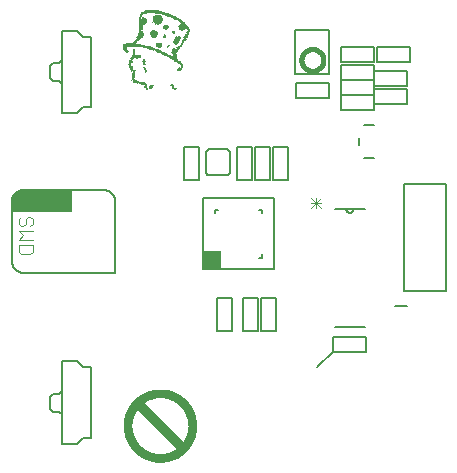
<source format=gto>
G75*
%MOIN*%
%OFA0B0*%
%FSLAX24Y24*%
%IPPOS*%
%LPD*%
%AMOC8*
5,1,8,0,0,1.08239X$1,22.5*
%
%ADD10C,0.0060*%
%ADD11R,0.0591X0.0591*%
%ADD12C,0.0050*%
%ADD13C,0.0000*%
%ADD14C,0.0001*%
%ADD15C,0.0040*%
%ADD16C,0.0080*%
%ADD17C,0.0150*%
%ADD18C,0.0030*%
%ADD19R,0.0075X0.0025*%
%ADD20R,0.0076X0.0025*%
%ADD21R,0.0074X0.0025*%
%ADD22R,0.0101X0.0025*%
%ADD23R,0.0099X0.0025*%
%ADD24R,0.0100X0.0025*%
%ADD25R,0.0125X0.0025*%
%ADD26R,0.0025X0.0025*%
%ADD27R,0.0124X0.0025*%
%ADD28R,0.0024X0.0025*%
%ADD29R,0.0051X0.0025*%
%ADD30R,0.0174X0.0025*%
%ADD31R,0.0049X0.0025*%
%ADD32R,0.0225X0.0025*%
%ADD33R,0.0026X0.0025*%
%ADD34R,0.0301X0.0025*%
%ADD35R,0.0300X0.0025*%
%ADD36R,0.0200X0.0025*%
%ADD37R,0.0150X0.0025*%
%ADD38R,0.0050X0.0025*%
%ADD39R,0.0126X0.0025*%
%ADD40R,0.0151X0.0025*%
%ADD41R,0.0176X0.0025*%
%ADD42R,0.0250X0.0025*%
%ADD43R,0.0275X0.0025*%
%ADD44R,0.0175X0.0025*%
%ADD45R,0.0201X0.0025*%
%ADD46R,0.0226X0.0025*%
%ADD47R,0.0224X0.0025*%
%ADD48R,0.0276X0.0025*%
%ADD49R,0.0375X0.0025*%
%ADD50R,0.0826X0.0025*%
%ADD51R,0.0726X0.0025*%
%ADD52R,0.0575X0.0025*%
%ADD53R,0.0350X0.0025*%
%ADD54R,0.0199X0.0025*%
%ADD55R,0.0325X0.0025*%
%ADD56R,0.0249X0.0025*%
%ADD57R,0.0274X0.0025*%
%ADD58R,0.0149X0.0025*%
%ADD59R,0.0425X0.0025*%
%ADD60R,0.0775X0.0025*%
%ADD61R,0.0625X0.0025*%
%ADD62R,0.0450X0.0025*%
D10*
X009141Y009489D02*
X009251Y009489D01*
X009141Y009489D02*
X009141Y009599D01*
X009141Y010959D02*
X009141Y011069D01*
X009251Y011069D01*
X009533Y012229D02*
X008943Y012229D01*
X008942Y012228D02*
X008923Y012232D01*
X008906Y012238D01*
X008889Y012248D01*
X008875Y012260D01*
X008863Y012275D01*
X008853Y012291D01*
X008847Y012309D01*
X008843Y012328D01*
X008843Y012347D01*
X008844Y012347D02*
X008844Y012977D01*
X008843Y012977D02*
X008843Y012996D01*
X008847Y013015D01*
X008853Y013033D01*
X008863Y013049D01*
X008875Y013064D01*
X008889Y013076D01*
X008906Y013086D01*
X008923Y013092D01*
X008942Y013096D01*
X008943Y013095D02*
X009533Y013095D01*
X009533Y013096D02*
X009552Y013092D01*
X009569Y013086D01*
X009586Y013076D01*
X009600Y013064D01*
X009612Y013049D01*
X009622Y013033D01*
X009628Y013015D01*
X009632Y012996D01*
X009632Y012977D01*
X009631Y012977D02*
X009631Y012347D01*
X009632Y012347D02*
X009632Y012328D01*
X009628Y012309D01*
X009622Y012291D01*
X009613Y012275D01*
X009600Y012260D01*
X009586Y012248D01*
X009569Y012238D01*
X009551Y012232D01*
X009533Y012228D01*
X010611Y011069D02*
X010721Y011069D01*
X010721Y010959D01*
X010721Y009599D02*
X010721Y009489D01*
X010611Y009489D01*
X013125Y011101D02*
X013515Y011101D01*
X013755Y011101D01*
X014145Y011101D01*
X013755Y011101D02*
X013753Y011080D01*
X013748Y011060D01*
X013739Y011041D01*
X013727Y011024D01*
X013712Y011009D01*
X013695Y010997D01*
X013676Y010988D01*
X013656Y010983D01*
X013635Y010981D01*
X013614Y010983D01*
X013594Y010988D01*
X013575Y010997D01*
X013558Y011009D01*
X013543Y011024D01*
X013531Y011041D01*
X013522Y011060D01*
X013517Y011080D01*
X013515Y011101D01*
X015125Y007881D02*
X015525Y007881D01*
X014145Y007161D02*
X013125Y007161D01*
D11*
X009045Y009393D03*
D12*
X004037Y004257D02*
X004037Y003272D01*
X004529Y003272D01*
X004726Y003469D01*
X005021Y003469D01*
X005021Y005831D01*
X004726Y005831D01*
X004529Y006028D01*
X004037Y006028D01*
X004037Y005044D01*
X003939Y004946D01*
X003742Y004946D01*
X003643Y004847D01*
X003643Y004453D01*
X003742Y004355D01*
X003939Y004355D01*
X004037Y004257D01*
X004037Y005044D01*
X002757Y008981D02*
X005809Y008981D01*
X005809Y011343D01*
X005807Y011382D01*
X005801Y011420D01*
X005792Y011457D01*
X005779Y011494D01*
X005762Y011529D01*
X005743Y011562D01*
X005720Y011593D01*
X005694Y011622D01*
X005665Y011648D01*
X005634Y011671D01*
X005601Y011690D01*
X005566Y011707D01*
X005529Y011720D01*
X005492Y011729D01*
X005454Y011735D01*
X005415Y011737D01*
X002757Y011737D01*
X004332Y011737D01*
X004332Y011048D01*
X002364Y011048D01*
X002364Y011343D01*
X002370Y011412D01*
X002388Y011478D01*
X002417Y011540D01*
X002456Y011596D01*
X002504Y011645D01*
X002561Y011684D01*
X002623Y011713D01*
X002689Y011731D01*
X002757Y011737D01*
X002626Y011714D02*
X004332Y011714D01*
X004332Y011666D02*
X002534Y011666D01*
X002477Y011617D02*
X004332Y011617D01*
X004332Y011569D02*
X002437Y011569D01*
X002407Y011520D02*
X004332Y011520D01*
X004332Y011472D02*
X002386Y011472D01*
X002373Y011423D02*
X004332Y011423D01*
X004332Y011375D02*
X002367Y011375D01*
X002364Y011343D02*
X002364Y009375D01*
X002363Y009375D02*
X002365Y009336D01*
X002371Y009298D01*
X002380Y009261D01*
X002393Y009224D01*
X002410Y009189D01*
X002429Y009156D01*
X002452Y009125D01*
X002478Y009096D01*
X002507Y009070D01*
X002538Y009047D01*
X002571Y009028D01*
X002606Y009011D01*
X002643Y008998D01*
X002680Y008989D01*
X002718Y008983D01*
X002757Y008981D01*
X002364Y011084D02*
X004332Y011084D01*
X004332Y011132D02*
X002364Y011132D01*
X002364Y011181D02*
X004332Y011181D01*
X004332Y011229D02*
X002364Y011229D01*
X002364Y011278D02*
X004332Y011278D01*
X004332Y011326D02*
X002364Y011326D01*
X002363Y011343D02*
X002365Y011382D01*
X002371Y011420D01*
X002380Y011457D01*
X002393Y011494D01*
X002410Y011529D01*
X002429Y011562D01*
X002452Y011593D01*
X002478Y011622D01*
X002507Y011648D01*
X002538Y011671D01*
X002571Y011690D01*
X002606Y011707D01*
X002643Y011720D01*
X002680Y011729D01*
X002718Y011735D01*
X002757Y011737D01*
X004037Y014296D02*
X004037Y015280D01*
X003939Y015379D01*
X003742Y015379D01*
X003643Y015477D01*
X003643Y015871D01*
X003742Y015969D01*
X003939Y015969D01*
X004037Y016068D01*
X004037Y017052D01*
X004529Y017052D01*
X004726Y016855D01*
X005021Y016855D01*
X005021Y014493D01*
X004726Y014493D01*
X004529Y014296D01*
X004037Y014296D01*
X004037Y015280D02*
X004037Y016068D01*
X008118Y013173D02*
X008618Y013173D01*
X008618Y012073D01*
X008118Y012073D01*
X008118Y013173D01*
X009889Y013173D02*
X009889Y012073D01*
X010389Y012073D01*
X010389Y013173D01*
X009889Y013173D01*
X010480Y013173D02*
X010980Y013173D01*
X010980Y012073D01*
X010480Y012073D01*
X010480Y013173D01*
X011070Y013173D02*
X011570Y013173D01*
X011570Y012073D01*
X011070Y012073D01*
X011070Y013173D01*
X011112Y011460D02*
X011112Y009098D01*
X008750Y009098D01*
X008750Y011460D01*
X011112Y011460D01*
X013333Y014399D02*
X013333Y014899D01*
X014433Y014899D01*
X014433Y014399D01*
X013333Y014399D01*
X013333Y014899D02*
X013333Y015399D01*
X014433Y015399D01*
X014433Y014899D01*
X013333Y014899D01*
X012933Y014799D02*
X012933Y015299D01*
X011833Y015299D01*
X011833Y014799D01*
X012933Y014799D01*
X013333Y015399D02*
X013333Y015899D01*
X014433Y015899D01*
X014433Y015399D01*
X013333Y015399D01*
X012956Y015609D02*
X012956Y017089D01*
X011809Y017089D01*
X011809Y015609D01*
X012956Y015609D01*
X013333Y015999D02*
X013333Y016499D01*
X014433Y016499D01*
X014433Y015999D01*
X013333Y015999D01*
X014433Y015699D02*
X014433Y015199D01*
X015533Y015199D01*
X015533Y015699D01*
X014433Y015699D01*
X014533Y015999D02*
X014533Y016499D01*
X015633Y016499D01*
X015633Y015999D01*
X014533Y015999D01*
X014433Y015099D02*
X015533Y015099D01*
X015533Y014599D01*
X014433Y014599D01*
X014433Y015099D01*
X015454Y011953D02*
X016832Y011953D01*
X016832Y008371D01*
X015454Y008371D01*
X015454Y011953D01*
X011177Y008153D02*
X011177Y007053D01*
X010677Y007053D01*
X010677Y008153D01*
X011177Y008153D01*
X010586Y008153D02*
X010586Y007053D01*
X010086Y007053D01*
X010086Y008153D01*
X010586Y008153D01*
X009700Y008153D02*
X009700Y007053D01*
X009200Y007053D01*
X009200Y008153D01*
X009700Y008153D01*
X012541Y005831D02*
X013092Y006383D01*
X013066Y006352D02*
X013066Y006852D01*
X014166Y006852D01*
X014166Y006352D01*
X013066Y006352D01*
D13*
X008415Y004353D02*
X008364Y004458D01*
X008304Y004557D01*
X008235Y004650D01*
X008157Y004735D01*
X008072Y004813D01*
X007979Y004882D01*
X007880Y004942D01*
X007775Y004993D01*
X007665Y005033D01*
X007549Y005063D01*
X007430Y005081D01*
X007307Y005087D01*
X007208Y005083D01*
X007111Y005072D01*
X007017Y005052D01*
X006925Y005026D01*
X006837Y004992D01*
X006752Y004952D01*
X006671Y004906D01*
X006594Y004853D01*
X006742Y004652D01*
X006540Y004450D01*
X007872Y003117D01*
X008074Y003320D01*
X006742Y004652D01*
X006540Y004450D01*
X006498Y004389D01*
X006461Y004324D01*
X006430Y004257D01*
X006403Y004187D01*
X006382Y004115D01*
X006367Y004040D01*
X006357Y003963D01*
X006354Y003885D01*
X006359Y003787D01*
X006373Y003693D01*
X006397Y003601D01*
X006429Y003514D01*
X006469Y003431D01*
X006517Y003352D01*
X006572Y003279D01*
X006633Y003211D01*
X006701Y003150D01*
X006774Y003095D01*
X006853Y003047D01*
X006936Y003007D01*
X007024Y002975D01*
X007115Y002951D01*
X007209Y002937D01*
X007307Y002932D01*
X007385Y002935D01*
X007462Y002945D01*
X007537Y002960D01*
X007609Y002981D01*
X007679Y003008D01*
X007747Y003039D01*
X007811Y003076D01*
X007872Y003117D01*
X008074Y003320D01*
X008215Y003096D01*
X008127Y003005D01*
X008031Y002924D01*
X007980Y002888D01*
X007926Y002854D01*
X007871Y002822D01*
X007814Y002794D01*
X007755Y002769D01*
X007695Y002746D01*
X007634Y002727D01*
X007571Y002711D01*
X007506Y002699D01*
X007441Y002690D01*
X007374Y002684D01*
X007307Y002682D01*
X007184Y002688D01*
X007065Y002707D01*
X006949Y002736D01*
X006839Y002777D01*
X006734Y002827D01*
X006634Y002888D01*
X006542Y002957D01*
X006456Y003034D01*
X006379Y003120D01*
X006310Y003212D01*
X006249Y003312D01*
X006199Y003417D01*
X006158Y003527D01*
X006129Y003642D01*
X006110Y003762D01*
X006104Y003885D01*
X006106Y003959D01*
X006113Y004031D01*
X006124Y004103D01*
X006139Y004173D01*
X006158Y004241D01*
X006181Y004308D01*
X006207Y004373D01*
X006238Y004436D01*
X006271Y004497D01*
X006308Y004555D01*
X006349Y004612D01*
X006392Y004665D01*
X006438Y004717D01*
X006487Y004765D01*
X006539Y004811D01*
X006594Y004853D01*
X006742Y004652D01*
X006803Y004694D01*
X006867Y004730D01*
X006935Y004762D01*
X007004Y004789D01*
X007077Y004810D01*
X007152Y004825D01*
X007228Y004834D01*
X007307Y004838D01*
X007404Y004833D01*
X007499Y004818D01*
X007590Y004795D01*
X007678Y004763D01*
X007761Y004723D01*
X007840Y004675D01*
X007913Y004620D01*
X007981Y004559D01*
X008042Y004491D01*
X008097Y004418D01*
X008145Y004339D01*
X008185Y004256D01*
X008217Y004168D01*
X008240Y004077D01*
X008255Y003982D01*
X008260Y003885D01*
X008257Y003806D01*
X008247Y003730D01*
X008232Y003655D01*
X008211Y003582D01*
X008184Y003512D01*
X008152Y003445D01*
X008116Y003381D01*
X008074Y003320D01*
X008215Y003096D01*
X008280Y003178D01*
X008338Y003266D01*
X008389Y003359D01*
X008431Y003456D01*
X008465Y003558D01*
X008489Y003664D01*
X008504Y003773D01*
X008510Y003885D01*
X008503Y004008D01*
X008485Y004127D01*
X008456Y004242D01*
X008415Y004353D01*
D14*
X008136Y004353D01*
X008136Y004354D02*
X008415Y004354D01*
X008414Y004355D02*
X008135Y004355D01*
X008135Y004356D02*
X008414Y004356D01*
X008413Y004357D02*
X008134Y004357D01*
X008133Y004358D02*
X008413Y004358D01*
X008412Y004359D02*
X008133Y004359D01*
X008132Y004360D02*
X008412Y004360D01*
X008411Y004361D02*
X008131Y004361D01*
X008131Y004362D02*
X008411Y004362D01*
X008410Y004363D02*
X008130Y004363D01*
X008130Y004364D02*
X008410Y004364D01*
X008409Y004365D02*
X008129Y004365D01*
X008128Y004366D02*
X008409Y004366D01*
X008408Y004367D02*
X008128Y004367D01*
X008127Y004368D02*
X008408Y004368D01*
X008407Y004369D02*
X008127Y004369D01*
X008126Y004370D02*
X008407Y004370D01*
X008406Y004371D02*
X008125Y004371D01*
X008125Y004372D02*
X008406Y004372D01*
X008405Y004373D02*
X008124Y004373D01*
X008124Y004374D02*
X008405Y004374D01*
X008405Y004375D02*
X008123Y004375D01*
X008122Y004376D02*
X008404Y004376D01*
X008404Y004377D02*
X008122Y004377D01*
X008121Y004378D02*
X008403Y004378D01*
X008403Y004379D02*
X008121Y004379D01*
X008120Y004380D02*
X008402Y004380D01*
X008402Y004381D02*
X008119Y004381D01*
X008119Y004382D02*
X008401Y004382D01*
X008401Y004383D02*
X008118Y004383D01*
X008118Y004384D02*
X008400Y004384D01*
X008400Y004385D02*
X008117Y004385D01*
X008116Y004386D02*
X008399Y004386D01*
X008399Y004387D02*
X008116Y004387D01*
X008115Y004388D02*
X008398Y004388D01*
X008398Y004389D02*
X008114Y004389D01*
X008114Y004390D02*
X008397Y004390D01*
X008397Y004391D02*
X008113Y004391D01*
X008113Y004392D02*
X008396Y004392D01*
X008396Y004393D02*
X008112Y004393D01*
X008111Y004394D02*
X008395Y004394D01*
X008395Y004395D02*
X008111Y004395D01*
X008110Y004396D02*
X008394Y004396D01*
X008394Y004397D02*
X008110Y004397D01*
X008109Y004398D02*
X008393Y004398D01*
X008393Y004399D02*
X008108Y004399D01*
X008108Y004400D02*
X008392Y004400D01*
X008392Y004401D02*
X008107Y004401D01*
X008107Y004402D02*
X008392Y004402D01*
X008391Y004403D02*
X008106Y004403D01*
X008105Y004404D02*
X008391Y004404D01*
X008390Y004405D02*
X008105Y004405D01*
X008104Y004406D02*
X008390Y004406D01*
X008389Y004407D02*
X008104Y004407D01*
X008103Y004408D02*
X008389Y004408D01*
X008388Y004409D02*
X008102Y004409D01*
X008102Y004410D02*
X008388Y004410D01*
X008387Y004411D02*
X008101Y004411D01*
X008101Y004412D02*
X008387Y004412D01*
X008386Y004413D02*
X008100Y004413D01*
X008099Y004414D02*
X008386Y004414D01*
X008385Y004415D02*
X008099Y004415D01*
X008098Y004416D02*
X008385Y004416D01*
X008384Y004417D02*
X008097Y004417D01*
X008097Y004418D02*
X008384Y004418D01*
X008383Y004419D02*
X008096Y004419D01*
X008095Y004420D02*
X008383Y004420D01*
X008382Y004421D02*
X008095Y004421D01*
X008094Y004422D02*
X008382Y004422D01*
X008381Y004423D02*
X008093Y004423D01*
X008092Y004424D02*
X008381Y004424D01*
X008380Y004425D02*
X008092Y004425D01*
X008091Y004426D02*
X008380Y004426D01*
X008379Y004427D02*
X008090Y004427D01*
X008089Y004428D02*
X008379Y004428D01*
X008379Y004429D02*
X008089Y004429D01*
X008088Y004430D02*
X008378Y004430D01*
X008378Y004431D02*
X008087Y004431D01*
X008086Y004432D02*
X008377Y004432D01*
X008377Y004433D02*
X008086Y004433D01*
X008085Y004434D02*
X008376Y004434D01*
X008376Y004435D02*
X008084Y004435D01*
X008083Y004436D02*
X008375Y004436D01*
X008375Y004437D02*
X008083Y004437D01*
X008082Y004438D02*
X008374Y004438D01*
X008374Y004439D02*
X008081Y004439D01*
X008080Y004440D02*
X008373Y004440D01*
X008373Y004441D02*
X008080Y004441D01*
X008079Y004442D02*
X008372Y004442D01*
X008372Y004443D02*
X008078Y004443D01*
X008077Y004444D02*
X008371Y004444D01*
X008371Y004445D02*
X008077Y004445D01*
X008076Y004446D02*
X008370Y004446D01*
X008370Y004447D02*
X008075Y004447D01*
X008074Y004448D02*
X008369Y004448D01*
X008369Y004449D02*
X008074Y004449D01*
X008073Y004450D02*
X008368Y004450D01*
X008368Y004451D02*
X008072Y004451D01*
X008071Y004452D02*
X008367Y004452D01*
X008367Y004453D02*
X008071Y004453D01*
X008070Y004454D02*
X008366Y004454D01*
X008366Y004455D02*
X008069Y004455D01*
X008068Y004456D02*
X008366Y004456D01*
X008365Y004457D02*
X008068Y004457D01*
X008067Y004458D02*
X008365Y004458D01*
X008364Y004459D02*
X008066Y004459D01*
X008065Y004460D02*
X008363Y004460D01*
X008363Y004461D02*
X008065Y004461D01*
X008064Y004462D02*
X008362Y004462D01*
X008362Y004463D02*
X008063Y004463D01*
X008062Y004464D02*
X008361Y004464D01*
X008360Y004465D02*
X008062Y004465D01*
X008061Y004466D02*
X008360Y004466D01*
X008359Y004467D02*
X008060Y004467D01*
X008060Y004468D02*
X008359Y004468D01*
X008358Y004469D02*
X008059Y004469D01*
X008058Y004470D02*
X008357Y004470D01*
X008357Y004471D02*
X008057Y004471D01*
X008057Y004472D02*
X008356Y004472D01*
X008355Y004473D02*
X008056Y004473D01*
X008055Y004474D02*
X008355Y004474D01*
X008354Y004475D02*
X008054Y004475D01*
X008054Y004476D02*
X008354Y004476D01*
X008353Y004477D02*
X008053Y004477D01*
X008052Y004478D02*
X008352Y004478D01*
X008352Y004479D02*
X008051Y004479D01*
X008051Y004480D02*
X008351Y004480D01*
X008351Y004481D02*
X008050Y004481D01*
X008049Y004482D02*
X008350Y004482D01*
X008349Y004483D02*
X008048Y004483D01*
X008048Y004484D02*
X008349Y004484D01*
X008348Y004485D02*
X008047Y004485D01*
X008046Y004486D02*
X008348Y004486D01*
X008347Y004487D02*
X008045Y004487D01*
X008045Y004488D02*
X008346Y004488D01*
X008346Y004489D02*
X008044Y004489D01*
X008043Y004490D02*
X008345Y004490D01*
X008345Y004491D02*
X008042Y004491D01*
X008041Y004492D02*
X008344Y004492D01*
X008343Y004493D02*
X008041Y004493D01*
X008040Y004494D02*
X008343Y004494D01*
X008342Y004495D02*
X008039Y004495D01*
X008038Y004496D02*
X008342Y004496D01*
X008341Y004497D02*
X008037Y004497D01*
X008036Y004498D02*
X008340Y004498D01*
X008340Y004499D02*
X008035Y004499D01*
X008034Y004500D02*
X008339Y004500D01*
X008338Y004501D02*
X008033Y004501D01*
X008032Y004502D02*
X008338Y004502D01*
X008337Y004503D02*
X008031Y004503D01*
X008031Y004504D02*
X008337Y004504D01*
X008336Y004505D02*
X008030Y004505D01*
X008029Y004506D02*
X008335Y004506D01*
X008335Y004507D02*
X008028Y004507D01*
X008027Y004508D02*
X008334Y004508D01*
X008334Y004509D02*
X008026Y004509D01*
X008025Y004510D02*
X008333Y004510D01*
X008332Y004511D02*
X008024Y004511D01*
X008023Y004512D02*
X008332Y004512D01*
X008331Y004513D02*
X008022Y004513D01*
X008021Y004514D02*
X008331Y004514D01*
X008330Y004515D02*
X008021Y004515D01*
X008020Y004516D02*
X008329Y004516D01*
X008329Y004517D02*
X008019Y004517D01*
X008018Y004518D02*
X008328Y004518D01*
X008328Y004519D02*
X008017Y004519D01*
X008016Y004520D02*
X008327Y004520D01*
X008326Y004521D02*
X008015Y004521D01*
X008014Y004522D02*
X008326Y004522D01*
X008325Y004523D02*
X008013Y004523D01*
X008012Y004524D02*
X008325Y004524D01*
X008324Y004525D02*
X008011Y004525D01*
X008011Y004526D02*
X008323Y004526D01*
X008323Y004527D02*
X008010Y004527D01*
X008009Y004528D02*
X008322Y004528D01*
X008322Y004529D02*
X008008Y004529D01*
X008007Y004530D02*
X008321Y004530D01*
X008320Y004531D02*
X008006Y004531D01*
X008005Y004532D02*
X008320Y004532D01*
X008319Y004533D02*
X008004Y004533D01*
X008003Y004534D02*
X008318Y004534D01*
X008318Y004535D02*
X008002Y004535D01*
X008001Y004536D02*
X008317Y004536D01*
X008317Y004537D02*
X008001Y004537D01*
X008000Y004538D02*
X008316Y004538D01*
X008315Y004539D02*
X007999Y004539D01*
X007998Y004540D02*
X008315Y004540D01*
X008314Y004541D02*
X007997Y004541D01*
X007996Y004542D02*
X008314Y004542D01*
X008313Y004543D02*
X007995Y004543D01*
X007994Y004544D02*
X008312Y004544D01*
X008312Y004545D02*
X007993Y004545D01*
X007992Y004546D02*
X008311Y004546D01*
X008311Y004547D02*
X007992Y004547D01*
X007991Y004548D02*
X008310Y004548D01*
X008309Y004549D02*
X007990Y004549D01*
X007989Y004550D02*
X008309Y004550D01*
X008308Y004551D02*
X007988Y004551D01*
X007987Y004552D02*
X008308Y004552D01*
X008307Y004553D02*
X007986Y004553D01*
X007985Y004554D02*
X008306Y004554D01*
X008306Y004555D02*
X007984Y004555D01*
X007983Y004556D02*
X008305Y004556D01*
X008305Y004557D02*
X007982Y004557D01*
X007982Y004558D02*
X008304Y004558D01*
X008303Y004559D02*
X007981Y004559D01*
X007979Y004560D02*
X008302Y004560D01*
X008302Y004561D02*
X007978Y004561D01*
X007977Y004562D02*
X008301Y004562D01*
X008300Y004563D02*
X007976Y004563D01*
X007975Y004564D02*
X008299Y004564D01*
X008299Y004565D02*
X007974Y004565D01*
X007973Y004566D02*
X008298Y004566D01*
X008297Y004567D02*
X007972Y004567D01*
X007971Y004568D02*
X008296Y004568D01*
X008296Y004569D02*
X007970Y004569D01*
X007968Y004570D02*
X008295Y004570D01*
X008294Y004571D02*
X007967Y004571D01*
X007966Y004572D02*
X008293Y004572D01*
X008293Y004573D02*
X007965Y004573D01*
X007964Y004574D02*
X008292Y004574D01*
X008291Y004575D02*
X007963Y004575D01*
X007962Y004576D02*
X008290Y004576D01*
X008290Y004577D02*
X007961Y004577D01*
X007960Y004578D02*
X008289Y004578D01*
X008288Y004579D02*
X007959Y004579D01*
X007958Y004580D02*
X008287Y004580D01*
X008287Y004581D02*
X007956Y004581D01*
X007955Y004582D02*
X008286Y004582D01*
X008285Y004583D02*
X007954Y004583D01*
X007953Y004584D02*
X008284Y004584D01*
X008284Y004585D02*
X007952Y004585D01*
X007951Y004586D02*
X008283Y004586D01*
X008282Y004587D02*
X007950Y004587D01*
X007949Y004588D02*
X008281Y004588D01*
X008281Y004589D02*
X007948Y004589D01*
X007947Y004590D02*
X008280Y004590D01*
X008279Y004591D02*
X007945Y004591D01*
X007944Y004592D02*
X008278Y004592D01*
X008278Y004593D02*
X007943Y004593D01*
X007942Y004594D02*
X008277Y004594D01*
X008276Y004595D02*
X007941Y004595D01*
X007940Y004596D02*
X008275Y004596D01*
X008275Y004597D02*
X007939Y004597D01*
X007938Y004598D02*
X008274Y004598D01*
X008273Y004599D02*
X007937Y004599D01*
X007936Y004600D02*
X008272Y004600D01*
X008272Y004601D02*
X007934Y004601D01*
X007933Y004602D02*
X008271Y004602D01*
X008270Y004603D02*
X007932Y004603D01*
X007931Y004604D02*
X008269Y004604D01*
X008269Y004605D02*
X007930Y004605D01*
X007929Y004606D02*
X008268Y004606D01*
X008267Y004607D02*
X007928Y004607D01*
X007927Y004608D02*
X008266Y004608D01*
X008266Y004609D02*
X007926Y004609D01*
X007925Y004610D02*
X008265Y004610D01*
X008264Y004611D02*
X007923Y004611D01*
X007922Y004612D02*
X008264Y004612D01*
X008263Y004613D02*
X007921Y004613D01*
X007920Y004614D02*
X008262Y004614D01*
X008261Y004615D02*
X007919Y004615D01*
X007918Y004616D02*
X008261Y004616D01*
X008260Y004617D02*
X007917Y004617D01*
X007916Y004618D02*
X008259Y004618D01*
X008258Y004619D02*
X007915Y004619D01*
X007914Y004620D02*
X008258Y004620D01*
X008257Y004621D02*
X007912Y004621D01*
X007911Y004622D02*
X008256Y004622D01*
X008255Y004623D02*
X007910Y004623D01*
X007908Y004624D02*
X008255Y004624D01*
X008254Y004625D02*
X007907Y004625D01*
X007906Y004626D02*
X008253Y004626D01*
X008252Y004627D02*
X007904Y004627D01*
X007903Y004628D02*
X008252Y004628D01*
X008251Y004629D02*
X007902Y004629D01*
X007900Y004630D02*
X008250Y004630D01*
X008249Y004631D02*
X007899Y004631D01*
X007898Y004632D02*
X008249Y004632D01*
X008248Y004633D02*
X007896Y004633D01*
X007895Y004634D02*
X008247Y004634D01*
X008246Y004635D02*
X007894Y004635D01*
X007892Y004636D02*
X008246Y004636D01*
X008245Y004637D02*
X007891Y004637D01*
X007890Y004638D02*
X008244Y004638D01*
X008243Y004639D02*
X007888Y004639D01*
X007887Y004640D02*
X008243Y004640D01*
X008242Y004641D02*
X007886Y004641D01*
X007884Y004642D02*
X008241Y004642D01*
X008240Y004643D02*
X007883Y004643D01*
X007882Y004644D02*
X008240Y004644D01*
X008239Y004645D02*
X007880Y004645D01*
X007879Y004646D02*
X008238Y004646D01*
X008237Y004647D02*
X007878Y004647D01*
X007876Y004648D02*
X008237Y004648D01*
X008236Y004649D02*
X007875Y004649D01*
X007874Y004650D02*
X008235Y004650D01*
X008234Y004651D02*
X007872Y004651D01*
X007871Y004652D02*
X008233Y004652D01*
X008232Y004653D02*
X007870Y004653D01*
X007868Y004654D02*
X008232Y004654D01*
X008231Y004655D02*
X007867Y004655D01*
X007866Y004656D02*
X008230Y004656D01*
X008229Y004657D02*
X007864Y004657D01*
X007863Y004658D02*
X008228Y004658D01*
X008227Y004659D02*
X007862Y004659D01*
X007860Y004660D02*
X008226Y004660D01*
X008225Y004661D02*
X007859Y004661D01*
X007858Y004662D02*
X008224Y004662D01*
X008223Y004663D02*
X007856Y004663D01*
X007855Y004664D02*
X008222Y004664D01*
X008222Y004665D02*
X007854Y004665D01*
X007852Y004666D02*
X008221Y004666D01*
X008220Y004667D02*
X007851Y004667D01*
X007850Y004668D02*
X008219Y004668D01*
X008218Y004669D02*
X007848Y004669D01*
X007847Y004670D02*
X008217Y004670D01*
X008216Y004671D02*
X007846Y004671D01*
X007844Y004672D02*
X008215Y004672D01*
X008214Y004673D02*
X007843Y004673D01*
X007842Y004674D02*
X008213Y004674D01*
X008212Y004675D02*
X007840Y004675D01*
X007839Y004676D02*
X008212Y004676D01*
X008211Y004677D02*
X007837Y004677D01*
X007835Y004678D02*
X008210Y004678D01*
X008209Y004679D02*
X007834Y004679D01*
X007832Y004680D02*
X008208Y004680D01*
X008207Y004681D02*
X007830Y004681D01*
X007829Y004682D02*
X008206Y004682D01*
X008205Y004683D02*
X007827Y004683D01*
X007825Y004684D02*
X008204Y004684D01*
X008203Y004685D02*
X007824Y004685D01*
X007822Y004686D02*
X008202Y004686D01*
X008202Y004687D02*
X007821Y004687D01*
X007819Y004688D02*
X008201Y004688D01*
X008200Y004689D02*
X007817Y004689D01*
X007816Y004690D02*
X008199Y004690D01*
X008198Y004691D02*
X007814Y004691D01*
X007812Y004692D02*
X008197Y004692D01*
X008196Y004693D02*
X007811Y004693D01*
X007809Y004694D02*
X008195Y004694D01*
X008194Y004695D02*
X007807Y004695D01*
X007806Y004696D02*
X008193Y004696D01*
X008192Y004697D02*
X007804Y004697D01*
X007802Y004698D02*
X008192Y004698D01*
X008191Y004699D02*
X007801Y004699D01*
X007799Y004700D02*
X008190Y004700D01*
X008189Y004701D02*
X007798Y004701D01*
X007796Y004702D02*
X008188Y004702D01*
X008187Y004703D02*
X007794Y004703D01*
X007793Y004704D02*
X008186Y004704D01*
X008185Y004705D02*
X007791Y004705D01*
X007789Y004706D02*
X008184Y004706D01*
X008183Y004707D02*
X007788Y004707D01*
X007786Y004708D02*
X008182Y004708D01*
X008182Y004709D02*
X007784Y004709D01*
X007783Y004710D02*
X008181Y004710D01*
X008180Y004711D02*
X007781Y004711D01*
X007779Y004712D02*
X008179Y004712D01*
X008178Y004713D02*
X007778Y004713D01*
X007776Y004714D02*
X008177Y004714D01*
X008176Y004715D02*
X007775Y004715D01*
X007773Y004716D02*
X008175Y004716D01*
X008174Y004717D02*
X007771Y004717D01*
X007770Y004718D02*
X008173Y004718D01*
X008173Y004719D02*
X007768Y004719D01*
X007766Y004720D02*
X008172Y004720D01*
X008171Y004721D02*
X007765Y004721D01*
X007763Y004722D02*
X008170Y004722D01*
X008169Y004723D02*
X007761Y004723D01*
X007759Y004724D02*
X008168Y004724D01*
X008167Y004725D02*
X007757Y004725D01*
X007755Y004726D02*
X008166Y004726D01*
X008165Y004727D02*
X007753Y004727D01*
X007751Y004728D02*
X008164Y004728D01*
X008163Y004729D02*
X007749Y004729D01*
X007747Y004730D02*
X008163Y004730D01*
X008162Y004731D02*
X007745Y004731D01*
X007743Y004732D02*
X008161Y004732D01*
X008160Y004733D02*
X007741Y004733D01*
X007739Y004734D02*
X008159Y004734D01*
X008158Y004735D02*
X007737Y004735D01*
X007734Y004736D02*
X008157Y004736D01*
X008156Y004737D02*
X007732Y004737D01*
X007730Y004738D02*
X008155Y004738D01*
X008154Y004739D02*
X007728Y004739D01*
X007726Y004740D02*
X008153Y004740D01*
X008152Y004741D02*
X007724Y004741D01*
X007722Y004741D02*
X008150Y004741D01*
X008149Y004742D02*
X007720Y004742D01*
X007718Y004743D02*
X008148Y004743D01*
X008147Y004744D02*
X007716Y004744D01*
X007714Y004745D02*
X008146Y004745D01*
X008145Y004746D02*
X007712Y004746D01*
X007710Y004747D02*
X008144Y004747D01*
X008143Y004748D02*
X007708Y004748D01*
X007705Y004749D02*
X008142Y004749D01*
X008141Y004750D02*
X007703Y004750D01*
X007701Y004751D02*
X008139Y004751D01*
X008138Y004752D02*
X007699Y004752D01*
X007697Y004753D02*
X008137Y004753D01*
X008136Y004754D02*
X007695Y004754D01*
X007693Y004755D02*
X008135Y004755D01*
X008134Y004756D02*
X007691Y004756D01*
X007689Y004757D02*
X008133Y004757D01*
X008132Y004758D02*
X007687Y004758D01*
X007685Y004759D02*
X008131Y004759D01*
X008130Y004760D02*
X007683Y004760D01*
X007681Y004761D02*
X008128Y004761D01*
X008127Y004762D02*
X007678Y004762D01*
X007676Y004763D02*
X008126Y004763D01*
X008125Y004764D02*
X007673Y004764D01*
X007670Y004765D02*
X008124Y004765D01*
X008123Y004766D02*
X007668Y004766D01*
X007665Y004767D02*
X008122Y004767D01*
X008121Y004768D02*
X007662Y004768D01*
X007660Y004769D02*
X008120Y004769D01*
X008119Y004770D02*
X007657Y004770D01*
X007654Y004771D02*
X008117Y004771D01*
X008116Y004772D02*
X007651Y004772D01*
X007649Y004773D02*
X008115Y004773D01*
X008114Y004774D02*
X007646Y004774D01*
X007643Y004775D02*
X008113Y004775D01*
X008112Y004776D02*
X007640Y004776D01*
X007638Y004777D02*
X008111Y004777D01*
X008110Y004778D02*
X007635Y004778D01*
X007632Y004779D02*
X008109Y004779D01*
X008108Y004780D02*
X007630Y004780D01*
X007627Y004781D02*
X008106Y004781D01*
X008105Y004782D02*
X007624Y004782D01*
X007621Y004783D02*
X008104Y004783D01*
X008103Y004784D02*
X007619Y004784D01*
X007616Y004785D02*
X008102Y004785D01*
X008101Y004786D02*
X007613Y004786D01*
X007610Y004787D02*
X008100Y004787D01*
X008099Y004788D02*
X007608Y004788D01*
X007605Y004789D02*
X008098Y004789D01*
X008097Y004790D02*
X007602Y004790D01*
X007600Y004791D02*
X008095Y004791D01*
X008094Y004792D02*
X007597Y004792D01*
X007594Y004793D02*
X008093Y004793D01*
X008092Y004794D02*
X007591Y004794D01*
X007588Y004795D02*
X008091Y004795D01*
X008090Y004796D02*
X007584Y004796D01*
X007580Y004797D02*
X008089Y004797D01*
X008088Y004798D02*
X007576Y004798D01*
X007572Y004799D02*
X008087Y004799D01*
X008086Y004800D02*
X007568Y004800D01*
X007565Y004801D02*
X008084Y004801D01*
X008083Y004802D02*
X007561Y004802D01*
X007557Y004803D02*
X008082Y004803D01*
X008081Y004804D02*
X007553Y004804D01*
X007549Y004805D02*
X008080Y004805D01*
X008079Y004806D02*
X007545Y004806D01*
X007541Y004807D02*
X008078Y004807D01*
X008077Y004808D02*
X007537Y004808D01*
X007534Y004809D02*
X008076Y004809D01*
X008075Y004810D02*
X007530Y004810D01*
X007526Y004811D02*
X008073Y004811D01*
X008072Y004812D02*
X007522Y004812D01*
X007518Y004813D02*
X008071Y004813D01*
X008070Y004814D02*
X007514Y004814D01*
X007510Y004815D02*
X008068Y004815D01*
X008067Y004816D02*
X007506Y004816D01*
X007502Y004817D02*
X008066Y004817D01*
X008064Y004818D02*
X007498Y004818D01*
X007492Y004819D02*
X008063Y004819D01*
X008062Y004820D02*
X007485Y004820D01*
X007479Y004821D02*
X008060Y004821D01*
X008059Y004822D02*
X007472Y004822D01*
X007466Y004823D02*
X008058Y004823D01*
X008056Y004824D02*
X007459Y004824D01*
X007452Y004825D02*
X008055Y004825D01*
X008054Y004826D02*
X007446Y004826D01*
X007439Y004827D02*
X008052Y004827D01*
X008051Y004828D02*
X007433Y004828D01*
X007426Y004829D02*
X008050Y004829D01*
X008048Y004830D02*
X007420Y004830D01*
X007413Y004831D02*
X008047Y004831D01*
X008046Y004832D02*
X007407Y004832D01*
X007392Y004833D02*
X008044Y004833D01*
X008043Y004834D02*
X007372Y004834D01*
X007352Y004835D02*
X008042Y004835D01*
X008040Y004836D02*
X007332Y004836D01*
X007312Y004837D02*
X008039Y004837D01*
X008038Y004838D02*
X006605Y004838D01*
X006575Y004838D01*
X006576Y004839D02*
X006604Y004839D01*
X008036Y004839D01*
X008035Y004840D02*
X006603Y004840D01*
X006577Y004840D01*
X006579Y004841D02*
X006603Y004841D01*
X008034Y004841D01*
X008032Y004842D02*
X006602Y004842D01*
X006580Y004842D01*
X006581Y004843D02*
X006601Y004843D01*
X008031Y004843D01*
X008030Y004844D02*
X006600Y004844D01*
X006582Y004844D01*
X006584Y004845D02*
X006600Y004845D01*
X008028Y004845D01*
X008027Y004846D02*
X006599Y004846D01*
X006585Y004846D01*
X006586Y004847D02*
X006598Y004847D01*
X008026Y004847D01*
X008024Y004848D02*
X006597Y004848D01*
X006587Y004848D01*
X006589Y004849D02*
X006597Y004849D01*
X008023Y004849D01*
X008022Y004850D02*
X006596Y004850D01*
X006590Y004850D01*
X006591Y004851D02*
X006595Y004851D01*
X008020Y004851D01*
X008019Y004852D02*
X006594Y004852D01*
X006593Y004852D01*
X006594Y004853D02*
X008018Y004853D01*
X008016Y004854D02*
X006595Y004854D01*
X006597Y004855D02*
X008015Y004855D01*
X008014Y004856D02*
X006598Y004856D01*
X006600Y004857D02*
X008012Y004857D01*
X008011Y004858D02*
X006601Y004858D01*
X006603Y004859D02*
X008010Y004859D01*
X008008Y004860D02*
X006604Y004860D01*
X006606Y004861D02*
X008007Y004861D01*
X008006Y004862D02*
X006607Y004862D01*
X006609Y004863D02*
X008004Y004863D01*
X008003Y004864D02*
X006610Y004864D01*
X006611Y004865D02*
X008002Y004865D01*
X008000Y004866D02*
X006613Y004866D01*
X006614Y004867D02*
X007999Y004867D01*
X007998Y004868D02*
X006616Y004868D01*
X006617Y004869D02*
X007996Y004869D01*
X007995Y004870D02*
X006619Y004870D01*
X006620Y004871D02*
X007994Y004871D01*
X007992Y004872D02*
X006622Y004872D01*
X006623Y004873D02*
X007991Y004873D01*
X007990Y004874D02*
X006625Y004874D01*
X006626Y004875D02*
X007988Y004875D01*
X007987Y004876D02*
X006628Y004876D01*
X006629Y004877D02*
X007986Y004877D01*
X007984Y004878D02*
X006631Y004878D01*
X006632Y004879D02*
X007983Y004879D01*
X007982Y004880D02*
X006634Y004880D01*
X006635Y004881D02*
X007980Y004881D01*
X007979Y004882D02*
X006636Y004882D01*
X006638Y004883D02*
X007977Y004883D01*
X007976Y004884D02*
X006639Y004884D01*
X006641Y004885D02*
X007974Y004885D01*
X007972Y004886D02*
X006642Y004886D01*
X006644Y004887D02*
X007971Y004887D01*
X007969Y004888D02*
X006645Y004888D01*
X006647Y004889D02*
X007967Y004889D01*
X007966Y004890D02*
X006648Y004890D01*
X006650Y004891D02*
X007964Y004891D01*
X007962Y004892D02*
X006651Y004892D01*
X006653Y004893D02*
X007961Y004893D01*
X007959Y004894D02*
X006654Y004894D01*
X006656Y004895D02*
X007957Y004895D01*
X007956Y004896D02*
X006657Y004896D01*
X006659Y004897D02*
X007954Y004897D01*
X007953Y004898D02*
X006660Y004898D01*
X006661Y004899D02*
X007951Y004899D01*
X007949Y004900D02*
X006663Y004900D01*
X006664Y004901D02*
X007948Y004901D01*
X007946Y004902D02*
X006666Y004902D01*
X006667Y004903D02*
X007944Y004903D01*
X007943Y004904D02*
X006669Y004904D01*
X006670Y004905D02*
X007941Y004905D01*
X007939Y004906D02*
X006672Y004906D01*
X006674Y004907D02*
X007938Y004907D01*
X007936Y004908D02*
X006675Y004908D01*
X006677Y004909D02*
X007934Y004909D01*
X007933Y004910D02*
X006679Y004910D01*
X006681Y004911D02*
X007931Y004911D01*
X007930Y004912D02*
X006682Y004912D01*
X006684Y004913D02*
X007928Y004913D01*
X007926Y004914D02*
X006686Y004914D01*
X006688Y004915D02*
X007925Y004915D01*
X007923Y004916D02*
X006689Y004916D01*
X006691Y004917D02*
X007921Y004917D01*
X007920Y004918D02*
X006693Y004918D01*
X006695Y004919D02*
X007918Y004919D01*
X007916Y004920D02*
X006696Y004920D01*
X006698Y004921D02*
X007915Y004921D01*
X007913Y004922D02*
X006700Y004922D01*
X006702Y004923D02*
X007911Y004923D01*
X007910Y004924D02*
X006703Y004924D01*
X006705Y004925D02*
X007908Y004925D01*
X007907Y004926D02*
X006707Y004926D01*
X006709Y004927D02*
X007905Y004927D01*
X007903Y004928D02*
X006710Y004928D01*
X006712Y004929D02*
X007902Y004929D01*
X007900Y004930D02*
X006714Y004930D01*
X006716Y004931D02*
X007898Y004931D01*
X007897Y004932D02*
X006717Y004932D01*
X006719Y004933D02*
X007895Y004933D01*
X007893Y004934D02*
X006721Y004934D01*
X006723Y004935D02*
X007892Y004935D01*
X007890Y004936D02*
X006724Y004936D01*
X006726Y004937D02*
X007888Y004937D01*
X007887Y004938D02*
X006728Y004938D01*
X006730Y004939D02*
X007885Y004939D01*
X007883Y004940D02*
X006731Y004940D01*
X006733Y004941D02*
X007882Y004941D01*
X007880Y004942D02*
X006735Y004942D01*
X006737Y004943D02*
X007878Y004943D01*
X007876Y004944D02*
X006738Y004944D01*
X006740Y004945D02*
X007874Y004945D01*
X007872Y004946D02*
X006742Y004946D01*
X006744Y004947D02*
X007870Y004947D01*
X007868Y004948D02*
X006745Y004948D01*
X006747Y004949D02*
X007866Y004949D01*
X007864Y004950D02*
X006749Y004950D01*
X006751Y004951D02*
X007862Y004951D01*
X007859Y004952D02*
X006752Y004952D01*
X006755Y004953D02*
X007857Y004953D01*
X007855Y004954D02*
X006757Y004954D01*
X006759Y004955D02*
X007853Y004955D01*
X007851Y004956D02*
X006761Y004956D01*
X006763Y004957D02*
X007849Y004957D01*
X007847Y004958D02*
X006765Y004958D01*
X006767Y004959D02*
X007845Y004959D01*
X007843Y004960D02*
X006769Y004960D01*
X006771Y004961D02*
X007841Y004961D01*
X007839Y004962D02*
X006774Y004962D01*
X006776Y004963D02*
X007837Y004963D01*
X007835Y004964D02*
X006778Y004964D01*
X006780Y004965D02*
X007833Y004965D01*
X007830Y004966D02*
X006782Y004966D01*
X006784Y004967D02*
X007828Y004967D01*
X007826Y004968D02*
X006786Y004968D01*
X006788Y004969D02*
X007824Y004969D01*
X007822Y004970D02*
X006790Y004970D01*
X006793Y004971D02*
X007820Y004971D01*
X007818Y004972D02*
X006795Y004972D01*
X006797Y004973D02*
X007816Y004973D01*
X007814Y004974D02*
X006799Y004974D01*
X006801Y004975D02*
X007812Y004975D01*
X007810Y004976D02*
X006803Y004976D01*
X006805Y004977D02*
X007808Y004977D01*
X007806Y004978D02*
X006807Y004978D01*
X006810Y004979D02*
X007803Y004979D01*
X007801Y004980D02*
X006812Y004980D01*
X006814Y004981D02*
X007799Y004981D01*
X007797Y004982D02*
X006816Y004982D01*
X006818Y004983D02*
X007795Y004983D01*
X007793Y004984D02*
X006820Y004984D01*
X006822Y004985D02*
X007791Y004985D01*
X007789Y004986D02*
X006824Y004986D01*
X006826Y004987D02*
X007787Y004987D01*
X007785Y004988D02*
X006829Y004988D01*
X006831Y004989D02*
X007783Y004989D01*
X007781Y004990D02*
X006833Y004990D01*
X006835Y004991D02*
X007779Y004991D01*
X007777Y004992D02*
X006837Y004992D01*
X006840Y004993D02*
X007774Y004993D01*
X007772Y004994D02*
X006842Y004994D01*
X006845Y004995D02*
X007769Y004995D01*
X007766Y004996D02*
X006848Y004996D01*
X006850Y004997D02*
X007763Y004997D01*
X007761Y004998D02*
X006853Y004998D01*
X006856Y004999D02*
X007758Y004999D01*
X007755Y005000D02*
X006858Y005000D01*
X006861Y005001D02*
X007752Y005001D01*
X007750Y005002D02*
X006863Y005002D01*
X006866Y005003D02*
X007747Y005003D01*
X007744Y005004D02*
X006869Y005004D01*
X006871Y005005D02*
X007742Y005005D01*
X007739Y005006D02*
X006874Y005006D01*
X006877Y005007D02*
X007736Y005007D01*
X007733Y005008D02*
X006879Y005008D01*
X006882Y005009D02*
X007731Y005009D01*
X007728Y005010D02*
X006885Y005010D01*
X006887Y005011D02*
X007725Y005011D01*
X007722Y005012D02*
X006890Y005012D01*
X006892Y005013D02*
X007720Y005013D01*
X007717Y005014D02*
X006895Y005014D01*
X006898Y005015D02*
X007714Y005015D01*
X007711Y005016D02*
X006900Y005016D01*
X006903Y005017D02*
X007709Y005017D01*
X007706Y005018D02*
X006906Y005018D01*
X006908Y005019D02*
X007703Y005019D01*
X007701Y005020D02*
X006911Y005020D01*
X006914Y005021D02*
X007698Y005021D01*
X007695Y005022D02*
X006916Y005022D01*
X006919Y005023D02*
X007692Y005023D01*
X007690Y005024D02*
X006921Y005024D01*
X006924Y005025D02*
X007687Y005025D01*
X007684Y005026D02*
X006927Y005026D01*
X006931Y005027D02*
X007681Y005027D01*
X007679Y005028D02*
X006934Y005028D01*
X006937Y005029D02*
X007676Y005029D01*
X007673Y005030D02*
X006941Y005030D01*
X006944Y005031D02*
X007671Y005031D01*
X007668Y005032D02*
X006948Y005032D01*
X006951Y005033D02*
X007665Y005033D01*
X007661Y005034D02*
X006955Y005034D01*
X006958Y005035D02*
X007658Y005035D01*
X007654Y005036D02*
X006962Y005036D01*
X006965Y005037D02*
X007650Y005037D01*
X007646Y005038D02*
X006968Y005038D01*
X006972Y005039D02*
X007642Y005039D01*
X007638Y005040D02*
X006975Y005040D01*
X006979Y005041D02*
X007634Y005041D01*
X007630Y005042D02*
X006982Y005042D01*
X006986Y005043D02*
X007626Y005043D01*
X007623Y005044D02*
X006989Y005044D01*
X006992Y005045D02*
X007619Y005045D01*
X007615Y005046D02*
X006996Y005046D01*
X006999Y005047D02*
X007611Y005047D01*
X007607Y005048D02*
X007003Y005048D01*
X007006Y005049D02*
X007603Y005049D01*
X007599Y005050D02*
X007010Y005050D01*
X007013Y005051D02*
X007595Y005051D01*
X007591Y005052D02*
X007017Y005052D01*
X007021Y005053D02*
X007588Y005053D01*
X007584Y005054D02*
X007026Y005054D01*
X007031Y005055D02*
X007580Y005055D01*
X007576Y005056D02*
X007036Y005056D01*
X007041Y005057D02*
X007572Y005057D01*
X007568Y005058D02*
X007046Y005058D01*
X007051Y005059D02*
X007564Y005059D01*
X007560Y005060D02*
X007055Y005060D01*
X007060Y005061D02*
X007557Y005061D01*
X007553Y005062D02*
X007065Y005062D01*
X007070Y005063D02*
X007548Y005063D01*
X007542Y005064D02*
X007075Y005064D01*
X007080Y005065D02*
X007535Y005065D01*
X007529Y005066D02*
X007085Y005066D01*
X007089Y005067D02*
X007522Y005067D01*
X007516Y005068D02*
X007094Y005068D01*
X007099Y005069D02*
X007509Y005069D01*
X007503Y005070D02*
X007104Y005070D01*
X007109Y005071D02*
X007496Y005071D01*
X007489Y005072D02*
X007116Y005072D01*
X007124Y005073D02*
X007483Y005073D01*
X007476Y005074D02*
X007132Y005074D01*
X007140Y005075D02*
X007470Y005075D01*
X007463Y005076D02*
X007148Y005076D01*
X007156Y005077D02*
X007457Y005077D01*
X007450Y005078D02*
X007165Y005078D01*
X007173Y005079D02*
X007444Y005079D01*
X007437Y005080D02*
X007181Y005080D01*
X007189Y005081D02*
X007431Y005081D01*
X007412Y005082D02*
X007197Y005082D01*
X007205Y005083D02*
X007392Y005083D01*
X007373Y005084D02*
X007225Y005084D01*
X007250Y005085D02*
X007353Y005085D01*
X007333Y005086D02*
X007274Y005086D01*
X007299Y005087D02*
X007313Y005087D01*
X007300Y004837D02*
X006605Y004837D01*
X006573Y004837D01*
X006572Y004836D02*
X006606Y004836D01*
X007275Y004836D01*
X007251Y004835D02*
X006607Y004835D01*
X006571Y004835D01*
X006570Y004834D02*
X006608Y004834D01*
X007228Y004834D01*
X007220Y004833D02*
X006608Y004833D01*
X006568Y004833D01*
X006567Y004832D02*
X006609Y004832D01*
X007211Y004832D01*
X007203Y004831D02*
X006610Y004831D01*
X006566Y004831D01*
X006564Y004830D02*
X006611Y004830D01*
X007195Y004830D01*
X007187Y004829D02*
X006611Y004829D01*
X006563Y004829D01*
X006562Y004828D02*
X006612Y004828D01*
X007179Y004828D01*
X007171Y004827D02*
X006613Y004827D01*
X006561Y004827D01*
X006559Y004826D02*
X006614Y004826D01*
X007162Y004826D01*
X007154Y004825D02*
X006614Y004825D01*
X006558Y004825D01*
X006557Y004824D02*
X006615Y004824D01*
X007148Y004824D01*
X007144Y004823D02*
X006616Y004823D01*
X006556Y004823D01*
X006554Y004822D02*
X006617Y004822D01*
X006617Y004821D02*
X006553Y004821D01*
X006552Y004820D02*
X006618Y004820D01*
X007129Y004820D01*
X007124Y004819D02*
X006619Y004819D01*
X006550Y004819D01*
X006549Y004818D02*
X006619Y004818D01*
X007119Y004818D01*
X007114Y004817D02*
X006620Y004817D01*
X006548Y004817D01*
X006547Y004816D02*
X006621Y004816D01*
X007110Y004816D01*
X007105Y004815D02*
X006622Y004815D01*
X006545Y004815D01*
X006544Y004814D02*
X006622Y004814D01*
X007100Y004814D01*
X007095Y004813D02*
X006623Y004813D01*
X006543Y004813D01*
X006541Y004812D02*
X006624Y004812D01*
X007090Y004812D01*
X007085Y004811D02*
X006625Y004811D01*
X006540Y004811D01*
X006539Y004810D02*
X006625Y004810D01*
X007080Y004810D01*
X007076Y004809D02*
X006626Y004809D01*
X006538Y004809D01*
X006537Y004808D02*
X006627Y004808D01*
X007073Y004808D01*
X007069Y004807D02*
X006628Y004807D01*
X006536Y004807D01*
X006534Y004806D02*
X006628Y004806D01*
X007066Y004806D01*
X007062Y004805D02*
X006629Y004805D01*
X006533Y004805D01*
X006532Y004804D02*
X006630Y004804D01*
X007059Y004804D01*
X007055Y004803D02*
X006631Y004803D01*
X006631Y004802D02*
X006530Y004802D01*
X006529Y004801D02*
X006632Y004801D01*
X007049Y004801D01*
X007052Y004802D02*
X006631Y004802D01*
X006631Y004803D02*
X006531Y004803D01*
X006528Y004800D02*
X006633Y004800D01*
X007045Y004800D01*
X007042Y004799D02*
X006633Y004799D01*
X006526Y004799D01*
X006525Y004798D02*
X006634Y004798D01*
X007038Y004798D01*
X007035Y004797D02*
X006635Y004797D01*
X006524Y004797D01*
X006523Y004796D02*
X006636Y004796D01*
X007031Y004796D01*
X007028Y004795D02*
X006636Y004795D01*
X006522Y004795D01*
X006521Y004794D02*
X006637Y004794D01*
X007024Y004794D01*
X007021Y004793D02*
X006638Y004793D01*
X006520Y004793D01*
X006519Y004792D02*
X006639Y004792D01*
X007018Y004792D01*
X007014Y004791D02*
X006639Y004791D01*
X006517Y004791D01*
X006516Y004790D02*
X006640Y004790D01*
X007011Y004790D01*
X007007Y004789D02*
X006641Y004789D01*
X006515Y004789D01*
X006514Y004788D02*
X006642Y004788D01*
X006642Y004787D02*
X007001Y004787D01*
X006999Y004786D02*
X006643Y004786D01*
X006512Y004786D01*
X006511Y004785D02*
X006644Y004785D01*
X006996Y004785D01*
X006993Y004784D02*
X006645Y004784D01*
X006645Y004783D02*
X006991Y004783D01*
X006988Y004782D02*
X006646Y004782D01*
X006507Y004782D01*
X006506Y004781D02*
X006647Y004781D01*
X006986Y004781D01*
X006983Y004780D02*
X006647Y004780D01*
X006505Y004780D01*
X006504Y004779D02*
X006648Y004779D01*
X006980Y004779D01*
X006978Y004778D02*
X006649Y004778D01*
X006503Y004778D01*
X006501Y004777D02*
X006650Y004777D01*
X006975Y004777D01*
X006972Y004776D02*
X006650Y004776D01*
X006500Y004776D01*
X006499Y004775D02*
X006651Y004775D01*
X006970Y004775D01*
X006967Y004774D02*
X006652Y004774D01*
X006498Y004774D01*
X006497Y004773D02*
X006653Y004773D01*
X006965Y004773D01*
X006962Y004772D02*
X006653Y004772D01*
X006496Y004772D01*
X006495Y004771D02*
X006654Y004771D01*
X006959Y004771D01*
X006957Y004770D02*
X006655Y004770D01*
X006494Y004770D01*
X006492Y004769D02*
X006656Y004769D01*
X006656Y004768D02*
X006491Y004768D01*
X006490Y004767D02*
X006657Y004767D01*
X006949Y004767D01*
X006951Y004768D02*
X006656Y004768D01*
X006656Y004769D02*
X006954Y004769D01*
X006946Y004766D02*
X006658Y004766D01*
X006489Y004766D01*
X006488Y004765D02*
X006659Y004765D01*
X006659Y004764D02*
X006487Y004764D01*
X006486Y004763D02*
X006660Y004763D01*
X006938Y004763D01*
X006936Y004762D02*
X006661Y004762D01*
X006485Y004762D01*
X006484Y004761D02*
X006661Y004761D01*
X006933Y004761D01*
X006931Y004760D02*
X006662Y004760D01*
X006483Y004760D01*
X006482Y004759D02*
X006663Y004759D01*
X006929Y004759D01*
X006927Y004758D02*
X006664Y004758D01*
X006481Y004758D01*
X006480Y004757D02*
X006664Y004757D01*
X006925Y004757D01*
X006923Y004756D02*
X006665Y004756D01*
X006479Y004756D01*
X006478Y004755D02*
X006666Y004755D01*
X006921Y004755D01*
X006918Y004754D02*
X006667Y004754D01*
X006667Y004753D02*
X006916Y004753D01*
X006914Y004752D02*
X006668Y004752D01*
X006475Y004752D01*
X006474Y004751D02*
X006669Y004751D01*
X006912Y004751D01*
X006910Y004750D02*
X006670Y004750D01*
X006670Y004749D02*
X006908Y004749D01*
X006906Y004748D02*
X006671Y004748D01*
X006471Y004748D01*
X006470Y004747D02*
X006672Y004747D01*
X006904Y004747D01*
X006902Y004746D02*
X006673Y004746D01*
X006673Y004745D02*
X006468Y004745D01*
X006467Y004744D02*
X006674Y004744D01*
X006897Y004744D01*
X006895Y004743D02*
X006675Y004743D01*
X006466Y004743D01*
X006465Y004742D02*
X006675Y004742D01*
X006893Y004742D01*
X006891Y004741D02*
X006676Y004741D01*
X006463Y004741D01*
X006462Y004741D02*
X006677Y004741D01*
X006889Y004741D01*
X006887Y004740D02*
X006678Y004740D01*
X006461Y004740D01*
X006460Y004739D02*
X006678Y004739D01*
X006885Y004739D01*
X006883Y004738D02*
X006679Y004738D01*
X006459Y004738D01*
X006458Y004737D02*
X006680Y004737D01*
X006880Y004737D01*
X006878Y004736D02*
X006681Y004736D01*
X006457Y004736D01*
X006456Y004735D02*
X006681Y004735D01*
X006876Y004735D01*
X006874Y004734D02*
X006682Y004734D01*
X006455Y004734D01*
X006454Y004733D02*
X006683Y004733D01*
X006872Y004733D01*
X006870Y004732D02*
X006684Y004732D01*
X006453Y004732D01*
X006452Y004731D02*
X006684Y004731D01*
X006868Y004731D01*
X006866Y004730D02*
X006685Y004730D01*
X006451Y004730D01*
X006450Y004729D02*
X006686Y004729D01*
X006864Y004729D01*
X006862Y004728D02*
X006687Y004728D01*
X006449Y004728D01*
X006448Y004727D02*
X006687Y004727D01*
X006861Y004727D01*
X006859Y004726D02*
X006688Y004726D01*
X006447Y004726D01*
X006446Y004725D02*
X006689Y004725D01*
X006857Y004725D01*
X006855Y004724D02*
X006689Y004724D01*
X006445Y004724D01*
X006444Y004723D02*
X006690Y004723D01*
X006854Y004723D01*
X006852Y004722D02*
X006691Y004722D01*
X006443Y004722D01*
X006442Y004721D02*
X006692Y004721D01*
X006850Y004721D01*
X006848Y004720D02*
X006692Y004720D01*
X006441Y004720D01*
X006440Y004719D02*
X006693Y004719D01*
X006847Y004719D01*
X006845Y004718D02*
X006694Y004718D01*
X006439Y004718D01*
X006438Y004717D02*
X006695Y004717D01*
X006843Y004717D01*
X006841Y004716D02*
X006695Y004716D01*
X006437Y004716D01*
X006436Y004715D02*
X006696Y004715D01*
X006840Y004715D01*
X006838Y004714D02*
X006697Y004714D01*
X006435Y004714D01*
X006435Y004713D02*
X006698Y004713D01*
X006836Y004713D01*
X006834Y004712D02*
X006698Y004712D01*
X006434Y004712D01*
X006433Y004711D02*
X006699Y004711D01*
X006833Y004711D01*
X006831Y004710D02*
X006700Y004710D01*
X006432Y004710D01*
X006431Y004709D02*
X006701Y004709D01*
X006829Y004709D01*
X006827Y004708D02*
X006701Y004708D01*
X006430Y004708D01*
X006429Y004707D02*
X006702Y004707D01*
X006826Y004707D01*
X006824Y004706D02*
X006703Y004706D01*
X006428Y004706D01*
X006427Y004705D02*
X006703Y004705D01*
X006822Y004705D01*
X006820Y004704D02*
X006704Y004704D01*
X006426Y004704D01*
X006426Y004703D02*
X006705Y004703D01*
X006819Y004703D01*
X006817Y004702D02*
X006706Y004702D01*
X006425Y004702D01*
X006424Y004701D02*
X006706Y004701D01*
X006815Y004701D01*
X006813Y004700D02*
X006707Y004700D01*
X006423Y004700D01*
X006422Y004699D02*
X006708Y004699D01*
X006812Y004699D01*
X006810Y004698D02*
X006709Y004698D01*
X006421Y004698D01*
X006420Y004697D02*
X006709Y004697D01*
X006808Y004697D01*
X006806Y004696D02*
X006710Y004696D01*
X006419Y004696D01*
X006418Y004695D02*
X006711Y004695D01*
X006805Y004695D01*
X006803Y004694D02*
X006712Y004694D01*
X006417Y004694D01*
X006416Y004693D02*
X006712Y004693D01*
X006802Y004693D01*
X006800Y004692D02*
X006713Y004692D01*
X006416Y004692D01*
X006415Y004691D02*
X006714Y004691D01*
X006799Y004691D01*
X006797Y004690D02*
X006715Y004690D01*
X006414Y004690D01*
X006413Y004689D02*
X006715Y004689D01*
X006796Y004689D01*
X006794Y004688D02*
X006716Y004688D01*
X006412Y004688D01*
X006411Y004687D02*
X006717Y004687D01*
X006793Y004687D01*
X006791Y004686D02*
X006717Y004686D01*
X006410Y004686D01*
X006409Y004685D02*
X006718Y004685D01*
X006790Y004685D01*
X006788Y004684D02*
X006719Y004684D01*
X006408Y004684D01*
X006407Y004683D02*
X006720Y004683D01*
X006787Y004683D01*
X006785Y004682D02*
X006720Y004682D01*
X006407Y004682D01*
X006406Y004681D02*
X006721Y004681D01*
X006784Y004681D01*
X006782Y004680D02*
X006722Y004680D01*
X006405Y004680D01*
X006404Y004679D02*
X006723Y004679D01*
X006781Y004679D01*
X006779Y004678D02*
X006723Y004678D01*
X006403Y004678D01*
X006402Y004677D02*
X006724Y004677D01*
X006778Y004677D01*
X006777Y004676D02*
X006725Y004676D01*
X006401Y004676D01*
X006400Y004675D02*
X006726Y004675D01*
X006775Y004675D01*
X006774Y004674D02*
X006726Y004674D01*
X006399Y004674D01*
X006398Y004673D02*
X006727Y004673D01*
X006772Y004673D01*
X006771Y004672D02*
X006728Y004672D01*
X006398Y004672D01*
X006397Y004671D02*
X006729Y004671D01*
X006769Y004671D01*
X006768Y004670D02*
X006729Y004670D01*
X006396Y004670D01*
X006395Y004669D02*
X006730Y004669D01*
X006766Y004669D01*
X006765Y004668D02*
X006731Y004668D01*
X006394Y004668D01*
X006393Y004667D02*
X006731Y004667D01*
X006763Y004667D01*
X006762Y004666D02*
X006732Y004666D01*
X006392Y004666D01*
X006391Y004665D02*
X006733Y004665D01*
X006760Y004665D01*
X006759Y004664D02*
X006734Y004664D01*
X006390Y004664D01*
X006390Y004663D02*
X006734Y004663D01*
X006757Y004663D01*
X006756Y004662D02*
X006735Y004662D01*
X006389Y004662D01*
X006388Y004661D02*
X006736Y004661D01*
X006754Y004661D01*
X006753Y004660D02*
X006737Y004660D01*
X006387Y004660D01*
X006386Y004659D02*
X006737Y004659D01*
X006752Y004659D01*
X006750Y004658D02*
X006738Y004658D01*
X006386Y004658D01*
X006385Y004657D02*
X006739Y004657D01*
X006749Y004657D01*
X006747Y004656D02*
X006740Y004656D01*
X006384Y004656D01*
X006383Y004655D02*
X006740Y004655D01*
X006746Y004655D01*
X006744Y004654D02*
X006741Y004654D01*
X006382Y004654D01*
X006382Y004653D02*
X006742Y004653D01*
X006743Y004653D01*
X006742Y004652D02*
X006743Y004652D01*
X006742Y004652D02*
X006381Y004652D01*
X006380Y004651D02*
X006741Y004651D01*
X006744Y004651D01*
X006745Y004650D02*
X006740Y004650D01*
X006379Y004650D01*
X006378Y004649D02*
X006739Y004649D01*
X006746Y004649D01*
X006747Y004648D02*
X006738Y004648D01*
X006378Y004648D01*
X006377Y004647D02*
X006737Y004647D01*
X006748Y004647D01*
X006749Y004646D02*
X006736Y004646D01*
X006376Y004646D01*
X006375Y004645D02*
X006735Y004645D01*
X006750Y004645D01*
X006751Y004644D02*
X006734Y004644D01*
X006374Y004644D01*
X006374Y004643D02*
X006733Y004643D01*
X006752Y004643D01*
X006753Y004642D02*
X006732Y004642D01*
X006373Y004642D01*
X006372Y004641D02*
X006731Y004641D01*
X006754Y004641D01*
X006755Y004640D02*
X006730Y004640D01*
X006371Y004640D01*
X006370Y004639D02*
X006729Y004639D01*
X006756Y004639D01*
X006757Y004638D02*
X006728Y004638D01*
X006370Y004638D01*
X006369Y004637D02*
X006727Y004637D01*
X006758Y004637D01*
X006759Y004636D02*
X006726Y004636D01*
X006368Y004636D01*
X006367Y004635D02*
X006725Y004635D01*
X006760Y004635D01*
X006761Y004634D02*
X006724Y004634D01*
X006366Y004634D01*
X006366Y004633D02*
X006723Y004633D01*
X006762Y004633D01*
X006763Y004632D02*
X006722Y004632D01*
X006365Y004632D01*
X006364Y004631D02*
X006721Y004631D01*
X006764Y004631D01*
X006765Y004630D02*
X006720Y004630D01*
X006363Y004630D01*
X006362Y004629D02*
X006719Y004629D01*
X006766Y004629D01*
X006767Y004628D02*
X006718Y004628D01*
X006361Y004628D01*
X006361Y004627D02*
X006717Y004627D01*
X006768Y004627D01*
X006769Y004626D02*
X006716Y004626D01*
X006360Y004626D01*
X006359Y004625D02*
X006715Y004625D01*
X006770Y004625D01*
X006771Y004624D02*
X006714Y004624D01*
X006358Y004624D01*
X006357Y004623D02*
X006713Y004623D01*
X006772Y004623D01*
X006773Y004622D02*
X006712Y004622D01*
X006357Y004622D01*
X006356Y004621D02*
X006711Y004621D01*
X006774Y004621D01*
X006775Y004620D02*
X006710Y004620D01*
X006355Y004620D01*
X006354Y004619D02*
X006709Y004619D01*
X006776Y004619D01*
X006777Y004618D02*
X006708Y004618D01*
X006353Y004618D01*
X006353Y004617D02*
X006707Y004617D01*
X006778Y004617D01*
X006779Y004616D02*
X006706Y004616D01*
X006352Y004616D01*
X006351Y004615D02*
X006705Y004615D01*
X006780Y004615D01*
X006781Y004614D02*
X006704Y004614D01*
X006350Y004614D01*
X006349Y004613D02*
X006703Y004613D01*
X006782Y004613D01*
X006783Y004612D02*
X006702Y004612D01*
X006349Y004612D01*
X006348Y004611D02*
X006701Y004611D01*
X006784Y004611D01*
X006785Y004610D02*
X006700Y004610D01*
X006347Y004610D01*
X006346Y004609D02*
X006699Y004609D01*
X006786Y004609D01*
X006787Y004608D02*
X006698Y004608D01*
X006346Y004608D01*
X006345Y004607D02*
X006697Y004607D01*
X006788Y004607D01*
X006789Y004606D02*
X006696Y004606D01*
X006344Y004606D01*
X006344Y004605D02*
X006695Y004605D01*
X006790Y004605D01*
X006791Y004604D02*
X006694Y004604D01*
X006343Y004604D01*
X006342Y004603D02*
X006693Y004603D01*
X006792Y004603D01*
X006793Y004602D02*
X006692Y004602D01*
X006341Y004602D01*
X006341Y004601D02*
X006691Y004601D01*
X006794Y004601D01*
X006795Y004600D02*
X006690Y004600D01*
X006340Y004600D01*
X006339Y004599D02*
X006689Y004599D01*
X006796Y004599D01*
X006797Y004598D02*
X006688Y004598D01*
X006339Y004598D01*
X006338Y004597D02*
X006687Y004597D01*
X006798Y004597D01*
X006799Y004596D02*
X006686Y004596D01*
X006337Y004596D01*
X006336Y004595D02*
X006685Y004595D01*
X006800Y004595D01*
X006801Y004594D02*
X006684Y004594D01*
X006336Y004594D01*
X006335Y004593D02*
X006683Y004593D01*
X006802Y004593D01*
X006803Y004592D02*
X006682Y004592D01*
X006334Y004592D01*
X006334Y004591D02*
X006681Y004591D01*
X006804Y004591D01*
X006805Y004590D02*
X006680Y004590D01*
X006333Y004590D01*
X006332Y004589D02*
X006679Y004589D01*
X006806Y004589D01*
X006807Y004588D02*
X006678Y004588D01*
X006331Y004588D01*
X006331Y004587D02*
X006677Y004587D01*
X006808Y004587D01*
X006809Y004586D02*
X006676Y004586D01*
X006330Y004586D01*
X006329Y004585D02*
X006675Y004585D01*
X006810Y004585D01*
X006811Y004584D02*
X006674Y004584D01*
X006329Y004584D01*
X006328Y004583D02*
X006673Y004583D01*
X006812Y004583D01*
X006813Y004582D02*
X006672Y004582D01*
X006327Y004582D01*
X006326Y004581D02*
X006671Y004581D01*
X006814Y004581D01*
X006815Y004580D02*
X006670Y004580D01*
X006326Y004580D01*
X006325Y004579D02*
X006669Y004579D01*
X006816Y004579D01*
X006817Y004578D02*
X006668Y004578D01*
X006324Y004578D01*
X006324Y004577D02*
X006667Y004577D01*
X006818Y004577D01*
X006819Y004576D02*
X006666Y004576D01*
X006323Y004576D01*
X006322Y004575D02*
X006665Y004575D01*
X006820Y004575D01*
X006821Y004574D02*
X006664Y004574D01*
X006321Y004574D01*
X006321Y004573D02*
X006663Y004573D01*
X006822Y004573D01*
X006823Y004572D02*
X006662Y004572D01*
X006320Y004572D01*
X006319Y004571D02*
X006661Y004571D01*
X006824Y004571D01*
X006825Y004570D02*
X006660Y004570D01*
X006319Y004570D01*
X006318Y004569D02*
X006659Y004569D01*
X006826Y004569D01*
X006827Y004568D02*
X006658Y004568D01*
X006317Y004568D01*
X006316Y004567D02*
X006657Y004567D01*
X006828Y004567D01*
X006829Y004566D02*
X006656Y004566D01*
X006316Y004566D01*
X006315Y004565D02*
X006655Y004565D01*
X006830Y004565D01*
X006831Y004564D02*
X006654Y004564D01*
X006314Y004564D01*
X006314Y004563D02*
X006653Y004563D01*
X006832Y004563D01*
X006833Y004562D02*
X006652Y004562D01*
X006313Y004562D01*
X006312Y004561D02*
X006651Y004561D01*
X006834Y004561D01*
X006835Y004560D02*
X006650Y004560D01*
X006311Y004560D01*
X006311Y004559D02*
X006649Y004559D01*
X006836Y004559D01*
X006837Y004558D02*
X006648Y004558D01*
X006310Y004558D01*
X006309Y004557D02*
X006647Y004557D01*
X006838Y004557D01*
X006839Y004556D02*
X006646Y004556D01*
X006309Y004556D01*
X006308Y004555D02*
X006645Y004555D01*
X006840Y004555D01*
X006841Y004554D02*
X006644Y004554D01*
X006307Y004554D01*
X006307Y004553D02*
X006643Y004553D01*
X006842Y004553D01*
X006843Y004552D02*
X006642Y004552D01*
X006306Y004552D01*
X006305Y004551D02*
X006641Y004551D01*
X006844Y004551D01*
X006845Y004550D02*
X006640Y004550D01*
X006305Y004550D01*
X006304Y004549D02*
X006639Y004549D01*
X006846Y004549D01*
X006847Y004548D02*
X006638Y004548D01*
X006304Y004548D01*
X006303Y004547D02*
X006637Y004547D01*
X006848Y004547D01*
X006849Y004546D02*
X006636Y004546D01*
X006302Y004546D01*
X006302Y004545D02*
X006635Y004545D01*
X006850Y004545D01*
X006851Y004544D02*
X006634Y004544D01*
X006301Y004544D01*
X006300Y004543D02*
X006633Y004543D01*
X006852Y004543D01*
X006853Y004542D02*
X006632Y004542D01*
X006300Y004542D01*
X006299Y004541D02*
X006631Y004541D01*
X006854Y004541D01*
X006855Y004540D02*
X006630Y004540D01*
X006298Y004540D01*
X006298Y004539D02*
X006629Y004539D01*
X006856Y004539D01*
X006857Y004538D02*
X006628Y004538D01*
X006297Y004538D01*
X006297Y004537D02*
X006627Y004537D01*
X006858Y004537D01*
X006859Y004536D02*
X006626Y004536D01*
X006296Y004536D01*
X006295Y004535D02*
X006625Y004535D01*
X006860Y004535D01*
X006861Y004534D02*
X006624Y004534D01*
X006295Y004534D01*
X006294Y004533D02*
X006623Y004533D01*
X006862Y004533D01*
X006863Y004532D02*
X006622Y004532D01*
X006293Y004532D01*
X006293Y004531D02*
X006621Y004531D01*
X006864Y004531D01*
X006865Y004530D02*
X006620Y004530D01*
X006292Y004530D01*
X006292Y004529D02*
X006619Y004529D01*
X006866Y004529D01*
X006867Y004528D02*
X006618Y004528D01*
X006291Y004528D01*
X006290Y004527D02*
X006617Y004527D01*
X006868Y004527D01*
X006869Y004526D02*
X006616Y004526D01*
X006290Y004526D01*
X006289Y004525D02*
X006615Y004525D01*
X006870Y004525D01*
X006871Y004524D02*
X006614Y004524D01*
X006288Y004524D01*
X006288Y004523D02*
X006613Y004523D01*
X006872Y004523D01*
X006873Y004522D02*
X006612Y004522D01*
X006287Y004522D01*
X006286Y004521D02*
X006611Y004521D01*
X006874Y004521D01*
X006875Y004520D02*
X006610Y004520D01*
X006286Y004520D01*
X006285Y004519D02*
X006609Y004519D01*
X006876Y004519D01*
X006877Y004518D02*
X006608Y004518D01*
X006285Y004518D01*
X006284Y004517D02*
X006607Y004517D01*
X006878Y004517D01*
X006879Y004516D02*
X006606Y004516D01*
X006283Y004516D01*
X006283Y004515D02*
X006605Y004515D01*
X006880Y004515D01*
X006881Y004514D02*
X006604Y004514D01*
X006282Y004514D01*
X006281Y004513D02*
X006603Y004513D01*
X006882Y004513D01*
X006883Y004512D02*
X006602Y004512D01*
X006281Y004512D01*
X006280Y004511D02*
X006601Y004511D01*
X006884Y004511D01*
X006885Y004510D02*
X006600Y004510D01*
X006280Y004510D01*
X006279Y004509D02*
X006599Y004509D01*
X006886Y004509D01*
X006887Y004508D02*
X006598Y004508D01*
X006278Y004508D01*
X006278Y004507D02*
X006597Y004507D01*
X006888Y004507D01*
X006889Y004506D02*
X006596Y004506D01*
X006277Y004506D01*
X006276Y004505D02*
X006595Y004505D01*
X006890Y004505D01*
X006891Y004504D02*
X006594Y004504D01*
X006276Y004504D01*
X006275Y004503D02*
X006593Y004503D01*
X006892Y004503D01*
X006893Y004502D02*
X006592Y004502D01*
X006274Y004502D01*
X006274Y004501D02*
X006591Y004501D01*
X006894Y004501D01*
X006895Y004500D02*
X006590Y004500D01*
X006273Y004500D01*
X006273Y004499D02*
X006589Y004499D01*
X006896Y004499D01*
X006897Y004498D02*
X006588Y004498D01*
X006272Y004498D01*
X006271Y004497D02*
X006587Y004497D01*
X006898Y004497D01*
X006899Y004496D02*
X006586Y004496D01*
X006271Y004496D01*
X006270Y004495D02*
X006585Y004495D01*
X006900Y004495D01*
X006901Y004494D02*
X006584Y004494D01*
X006270Y004494D01*
X006269Y004493D02*
X006583Y004493D01*
X006902Y004493D01*
X006903Y004492D02*
X006582Y004492D01*
X006269Y004492D01*
X006268Y004491D02*
X006581Y004491D01*
X006904Y004491D01*
X006905Y004490D02*
X006580Y004490D01*
X006267Y004490D01*
X006267Y004489D02*
X006579Y004489D01*
X006906Y004489D01*
X006906Y004488D02*
X006578Y004488D01*
X006266Y004488D01*
X006266Y004487D02*
X006577Y004487D01*
X006907Y004487D01*
X006908Y004486D02*
X006576Y004486D01*
X006265Y004486D01*
X006265Y004485D02*
X006575Y004485D01*
X006909Y004485D01*
X006910Y004484D02*
X006574Y004484D01*
X006264Y004484D01*
X006264Y004483D02*
X006573Y004483D01*
X006911Y004483D01*
X006912Y004482D02*
X006572Y004482D01*
X006263Y004482D01*
X006262Y004481D02*
X006571Y004481D01*
X006913Y004481D01*
X006914Y004480D02*
X006570Y004480D01*
X006262Y004480D01*
X006261Y004479D02*
X006569Y004479D01*
X006915Y004479D01*
X006916Y004478D02*
X006568Y004478D01*
X006261Y004478D01*
X006260Y004477D02*
X006567Y004477D01*
X006917Y004477D01*
X006918Y004476D02*
X006566Y004476D01*
X006260Y004476D01*
X006259Y004475D02*
X006565Y004475D01*
X006919Y004475D01*
X006920Y004474D02*
X006564Y004474D01*
X006259Y004474D01*
X006258Y004473D02*
X006563Y004473D01*
X006921Y004473D01*
X006922Y004472D02*
X006562Y004472D01*
X006258Y004472D01*
X006257Y004471D02*
X006561Y004471D01*
X006923Y004471D01*
X006924Y004470D02*
X006560Y004470D01*
X006256Y004470D01*
X006256Y004469D02*
X006559Y004469D01*
X006925Y004469D01*
X006926Y004468D02*
X006558Y004468D01*
X006255Y004468D01*
X006255Y004467D02*
X006557Y004467D01*
X006927Y004467D01*
X006928Y004466D02*
X006556Y004466D01*
X006254Y004466D01*
X006254Y004465D02*
X006555Y004465D01*
X006929Y004465D01*
X006930Y004464D02*
X006554Y004464D01*
X006253Y004464D01*
X006253Y004463D02*
X006553Y004463D01*
X006931Y004463D01*
X006932Y004462D02*
X006552Y004462D01*
X006252Y004462D01*
X006251Y004461D02*
X006551Y004461D01*
X006933Y004461D01*
X006934Y004460D02*
X006550Y004460D01*
X006251Y004460D01*
X006250Y004459D02*
X006549Y004459D01*
X006935Y004459D01*
X006936Y004458D02*
X006548Y004458D01*
X006250Y004458D01*
X006249Y004457D02*
X006547Y004457D01*
X006937Y004457D01*
X006938Y004456D02*
X006546Y004456D01*
X006249Y004456D01*
X006248Y004455D02*
X006545Y004455D01*
X006939Y004455D01*
X006940Y004454D02*
X006544Y004454D01*
X006248Y004454D01*
X006247Y004453D02*
X006543Y004453D01*
X006941Y004453D01*
X006942Y004452D02*
X006542Y004452D01*
X006246Y004452D01*
X006246Y004451D02*
X006541Y004451D01*
X006943Y004451D01*
X006944Y004450D02*
X006540Y004450D01*
X006245Y004450D01*
X006245Y004449D02*
X006539Y004449D01*
X006540Y004449D02*
X006945Y004449D01*
X006946Y004448D02*
X006541Y004448D01*
X006542Y004447D02*
X006947Y004447D01*
X006948Y004446D02*
X006543Y004446D01*
X006544Y004445D02*
X006949Y004445D01*
X006950Y004444D02*
X006545Y004444D01*
X006546Y004443D02*
X006951Y004443D01*
X006952Y004442D02*
X006547Y004442D01*
X006548Y004441D02*
X006953Y004441D01*
X006954Y004440D02*
X006549Y004440D01*
X006550Y004439D02*
X006955Y004439D01*
X006956Y004438D02*
X006551Y004438D01*
X006552Y004437D02*
X006957Y004437D01*
X006958Y004436D02*
X006553Y004436D01*
X006554Y004435D02*
X006959Y004435D01*
X006960Y004434D02*
X006555Y004434D01*
X006556Y004433D02*
X006961Y004433D01*
X006962Y004432D02*
X006557Y004432D01*
X006558Y004431D02*
X006963Y004431D01*
X006964Y004430D02*
X006559Y004430D01*
X006560Y004429D02*
X006965Y004429D01*
X006966Y004428D02*
X006561Y004428D01*
X006562Y004427D02*
X006967Y004427D01*
X006968Y004426D02*
X006563Y004426D01*
X006564Y004425D02*
X006969Y004425D01*
X006970Y004424D02*
X006565Y004424D01*
X006566Y004423D02*
X006971Y004423D01*
X006972Y004422D02*
X006567Y004422D01*
X006568Y004421D02*
X006973Y004421D01*
X006974Y004420D02*
X006569Y004420D01*
X006570Y004419D02*
X006975Y004419D01*
X006976Y004418D02*
X006571Y004418D01*
X006572Y004417D02*
X006977Y004417D01*
X006978Y004416D02*
X006573Y004416D01*
X006574Y004415D02*
X006979Y004415D01*
X006980Y004414D02*
X006575Y004414D01*
X006576Y004413D02*
X006981Y004413D01*
X006982Y004412D02*
X006577Y004412D01*
X006578Y004411D02*
X006983Y004411D01*
X006984Y004410D02*
X006579Y004410D01*
X006580Y004409D02*
X006985Y004409D01*
X006986Y004408D02*
X006581Y004408D01*
X006582Y004407D02*
X006987Y004407D01*
X006988Y004406D02*
X006583Y004406D01*
X006584Y004405D02*
X006989Y004405D01*
X006990Y004404D02*
X006585Y004404D01*
X006586Y004403D02*
X006991Y004403D01*
X006992Y004402D02*
X006587Y004402D01*
X006588Y004401D02*
X006993Y004401D01*
X006994Y004400D02*
X006589Y004400D01*
X006590Y004399D02*
X006995Y004399D01*
X006996Y004398D02*
X006591Y004398D01*
X006592Y004397D02*
X006997Y004397D01*
X006998Y004396D02*
X006593Y004396D01*
X006594Y004395D02*
X006999Y004395D01*
X007000Y004394D02*
X006595Y004394D01*
X006596Y004393D02*
X007001Y004393D01*
X007002Y004392D02*
X006597Y004392D01*
X006598Y004391D02*
X007003Y004391D01*
X007004Y004390D02*
X006599Y004390D01*
X006600Y004389D02*
X007005Y004389D01*
X007006Y004388D02*
X006601Y004388D01*
X006602Y004387D02*
X007007Y004387D01*
X007008Y004386D02*
X006603Y004386D01*
X006604Y004385D02*
X007009Y004385D01*
X007010Y004384D02*
X006605Y004384D01*
X006606Y004383D02*
X007011Y004383D01*
X007012Y004382D02*
X006607Y004382D01*
X006608Y004381D02*
X007013Y004381D01*
X007014Y004380D02*
X006609Y004380D01*
X006610Y004379D02*
X007015Y004379D01*
X007016Y004378D02*
X006611Y004378D01*
X006612Y004377D02*
X007017Y004377D01*
X007018Y004376D02*
X006613Y004376D01*
X006614Y004375D02*
X007019Y004375D01*
X007020Y004374D02*
X006615Y004374D01*
X006616Y004373D02*
X007021Y004373D01*
X007022Y004372D02*
X006617Y004372D01*
X006618Y004371D02*
X007023Y004371D01*
X007024Y004370D02*
X006619Y004370D01*
X006620Y004369D02*
X007025Y004369D01*
X007026Y004368D02*
X006621Y004368D01*
X006622Y004367D02*
X007027Y004367D01*
X007028Y004366D02*
X006623Y004366D01*
X006624Y004365D02*
X007029Y004365D01*
X007030Y004364D02*
X006625Y004364D01*
X006626Y004363D02*
X007031Y004363D01*
X007032Y004362D02*
X006627Y004362D01*
X006628Y004361D02*
X007033Y004361D01*
X007034Y004360D02*
X006629Y004360D01*
X006630Y004359D02*
X007035Y004359D01*
X007036Y004358D02*
X006631Y004358D01*
X006632Y004357D02*
X007037Y004357D01*
X007038Y004356D02*
X006633Y004356D01*
X006634Y004355D02*
X007039Y004355D01*
X007040Y004354D02*
X006635Y004354D01*
X006636Y004353D02*
X007041Y004353D01*
X007042Y004352D02*
X006637Y004352D01*
X006638Y004351D02*
X007043Y004351D01*
X007044Y004350D02*
X006639Y004350D01*
X006640Y004349D02*
X007045Y004349D01*
X007046Y004348D02*
X006641Y004348D01*
X006642Y004347D02*
X007047Y004347D01*
X007048Y004346D02*
X006643Y004346D01*
X006644Y004345D02*
X007049Y004345D01*
X007050Y004344D02*
X006645Y004344D01*
X006646Y004343D02*
X007051Y004343D01*
X007052Y004342D02*
X006647Y004342D01*
X006648Y004341D02*
X007053Y004341D01*
X007054Y004340D02*
X006649Y004340D01*
X006650Y004339D02*
X007055Y004339D01*
X007056Y004338D02*
X006651Y004338D01*
X006652Y004337D02*
X007057Y004337D01*
X007058Y004336D02*
X006653Y004336D01*
X006654Y004335D02*
X007059Y004335D01*
X007060Y004334D02*
X006655Y004334D01*
X006656Y004333D02*
X007061Y004333D01*
X007062Y004332D02*
X006657Y004332D01*
X006658Y004331D02*
X007063Y004331D01*
X007064Y004330D02*
X006659Y004330D01*
X006660Y004329D02*
X007065Y004329D01*
X007066Y004328D02*
X006661Y004328D01*
X006662Y004327D02*
X007067Y004327D01*
X007068Y004326D02*
X006663Y004326D01*
X006664Y004325D02*
X007069Y004325D01*
X007070Y004324D02*
X006665Y004324D01*
X006666Y004323D02*
X007071Y004323D01*
X007072Y004322D02*
X006667Y004322D01*
X006668Y004321D02*
X007073Y004321D01*
X007074Y004320D02*
X006669Y004320D01*
X006670Y004319D02*
X007075Y004319D01*
X007076Y004318D02*
X006671Y004318D01*
X006672Y004317D02*
X007077Y004317D01*
X007078Y004316D02*
X006673Y004316D01*
X006674Y004315D02*
X007079Y004315D01*
X007080Y004314D02*
X006675Y004314D01*
X006676Y004313D02*
X007081Y004313D01*
X007082Y004312D02*
X006677Y004312D01*
X006678Y004311D02*
X007083Y004311D01*
X007084Y004310D02*
X006679Y004310D01*
X006680Y004309D02*
X007085Y004309D01*
X007086Y004308D02*
X006681Y004308D01*
X006682Y004307D02*
X007087Y004307D01*
X007088Y004306D02*
X006683Y004306D01*
X006684Y004305D02*
X007089Y004305D01*
X007090Y004304D02*
X006685Y004304D01*
X006686Y004303D02*
X007091Y004303D01*
X007092Y004302D02*
X006687Y004302D01*
X006688Y004301D02*
X007093Y004301D01*
X007094Y004300D02*
X006689Y004300D01*
X006690Y004299D02*
X007095Y004299D01*
X007096Y004298D02*
X006691Y004298D01*
X006692Y004297D02*
X007097Y004297D01*
X007098Y004296D02*
X006693Y004296D01*
X006694Y004295D02*
X007099Y004295D01*
X007100Y004294D02*
X006695Y004294D01*
X006696Y004293D02*
X007101Y004293D01*
X007102Y004292D02*
X006697Y004292D01*
X006698Y004291D02*
X007103Y004291D01*
X007104Y004290D02*
X006699Y004290D01*
X006700Y004289D02*
X007105Y004289D01*
X007106Y004288D02*
X006701Y004288D01*
X006702Y004287D02*
X007107Y004287D01*
X007108Y004286D02*
X006703Y004286D01*
X006704Y004285D02*
X007109Y004285D01*
X007110Y004284D02*
X006705Y004284D01*
X006706Y004283D02*
X007111Y004283D01*
X007112Y004282D02*
X006707Y004282D01*
X006708Y004281D02*
X007113Y004281D01*
X007114Y004280D02*
X006709Y004280D01*
X006710Y004279D02*
X007115Y004279D01*
X007116Y004278D02*
X006711Y004278D01*
X006712Y004277D02*
X007117Y004277D01*
X007118Y004276D02*
X006713Y004276D01*
X006714Y004275D02*
X007119Y004275D01*
X007120Y004274D02*
X006715Y004274D01*
X006716Y004273D02*
X007121Y004273D01*
X007122Y004272D02*
X006717Y004272D01*
X006718Y004271D02*
X007123Y004271D01*
X007124Y004270D02*
X006719Y004270D01*
X006720Y004269D02*
X007125Y004269D01*
X007126Y004268D02*
X006721Y004268D01*
X006722Y004267D02*
X007127Y004267D01*
X007128Y004266D02*
X006723Y004266D01*
X006724Y004265D02*
X007129Y004265D01*
X007130Y004264D02*
X006725Y004264D01*
X006726Y004263D02*
X007131Y004263D01*
X007132Y004262D02*
X006727Y004262D01*
X006728Y004261D02*
X007133Y004261D01*
X007134Y004260D02*
X006729Y004260D01*
X006730Y004259D02*
X007135Y004259D01*
X007136Y004258D02*
X006731Y004258D01*
X006732Y004257D02*
X007137Y004257D01*
X007138Y004256D02*
X006733Y004256D01*
X006734Y004255D02*
X007139Y004255D01*
X007140Y004254D02*
X006735Y004254D01*
X006736Y004253D02*
X007141Y004253D01*
X007142Y004252D02*
X006737Y004252D01*
X006738Y004251D02*
X007143Y004251D01*
X007144Y004250D02*
X006739Y004250D01*
X006740Y004249D02*
X007145Y004249D01*
X007146Y004248D02*
X006741Y004248D01*
X006742Y004247D02*
X007147Y004247D01*
X007148Y004246D02*
X006743Y004246D01*
X006744Y004245D02*
X007149Y004245D01*
X007150Y004244D02*
X006745Y004244D01*
X006746Y004243D02*
X007151Y004243D01*
X007152Y004242D02*
X006747Y004242D01*
X006748Y004241D02*
X007153Y004241D01*
X007154Y004240D02*
X006749Y004240D01*
X006750Y004239D02*
X007155Y004239D01*
X007156Y004238D02*
X006751Y004238D01*
X006752Y004237D02*
X007157Y004237D01*
X007158Y004236D02*
X006753Y004236D01*
X006754Y004235D02*
X007159Y004235D01*
X007160Y004234D02*
X006755Y004234D01*
X006756Y004233D02*
X007161Y004233D01*
X007162Y004232D02*
X006757Y004232D01*
X006758Y004231D02*
X007163Y004231D01*
X007164Y004230D02*
X006759Y004230D01*
X006760Y004229D02*
X007165Y004229D01*
X007166Y004228D02*
X006761Y004228D01*
X006762Y004227D02*
X007167Y004227D01*
X007168Y004226D02*
X006763Y004226D01*
X006764Y004225D02*
X007169Y004225D01*
X007170Y004224D02*
X006765Y004224D01*
X006766Y004223D02*
X007171Y004223D01*
X007172Y004222D02*
X006767Y004222D01*
X006768Y004221D02*
X007173Y004221D01*
X007174Y004220D02*
X006769Y004220D01*
X006770Y004219D02*
X007175Y004219D01*
X007176Y004218D02*
X006771Y004218D01*
X006772Y004217D02*
X007177Y004217D01*
X007178Y004216D02*
X006773Y004216D01*
X006774Y004215D02*
X007179Y004215D01*
X007180Y004214D02*
X006775Y004214D01*
X006776Y004213D02*
X007181Y004213D01*
X007182Y004212D02*
X006777Y004212D01*
X006778Y004211D02*
X007183Y004211D01*
X007184Y004210D02*
X006779Y004210D01*
X006780Y004209D02*
X007185Y004209D01*
X007186Y004208D02*
X006781Y004208D01*
X006782Y004207D02*
X007187Y004207D01*
X007188Y004206D02*
X006783Y004206D01*
X006784Y004205D02*
X007189Y004205D01*
X007190Y004204D02*
X006785Y004204D01*
X006786Y004203D02*
X007191Y004203D01*
X007192Y004202D02*
X006787Y004202D01*
X006788Y004201D02*
X007193Y004201D01*
X007194Y004200D02*
X006789Y004200D01*
X006790Y004199D02*
X007195Y004199D01*
X007196Y004198D02*
X006791Y004198D01*
X006792Y004197D02*
X007197Y004197D01*
X007198Y004196D02*
X006793Y004196D01*
X006794Y004195D02*
X007199Y004195D01*
X007200Y004194D02*
X006795Y004194D01*
X006796Y004193D02*
X007201Y004193D01*
X007202Y004192D02*
X006797Y004192D01*
X006798Y004191D02*
X007203Y004191D01*
X007204Y004190D02*
X006799Y004190D01*
X006800Y004189D02*
X007205Y004189D01*
X007206Y004188D02*
X006801Y004188D01*
X006802Y004187D02*
X007207Y004187D01*
X007208Y004186D02*
X006803Y004186D01*
X006804Y004185D02*
X007209Y004185D01*
X007210Y004184D02*
X006805Y004184D01*
X006806Y004183D02*
X007211Y004183D01*
X007212Y004182D02*
X006807Y004182D01*
X006808Y004181D02*
X007213Y004181D01*
X007214Y004180D02*
X006809Y004180D01*
X006810Y004179D02*
X007215Y004179D01*
X007216Y004178D02*
X006811Y004178D01*
X006812Y004177D02*
X007217Y004177D01*
X007218Y004176D02*
X006813Y004176D01*
X006814Y004175D02*
X007219Y004175D01*
X007220Y004174D02*
X006815Y004174D01*
X006816Y004173D02*
X007221Y004173D01*
X007222Y004172D02*
X006817Y004172D01*
X006818Y004171D02*
X007223Y004171D01*
X007224Y004170D02*
X006819Y004170D01*
X006820Y004169D02*
X007225Y004169D01*
X007226Y004168D02*
X006821Y004168D01*
X006822Y004167D02*
X007227Y004167D01*
X007228Y004166D02*
X006823Y004166D01*
X006824Y004165D02*
X007229Y004165D01*
X007230Y004164D02*
X006825Y004164D01*
X006826Y004163D02*
X007231Y004163D01*
X007232Y004162D02*
X006827Y004162D01*
X006828Y004161D02*
X007233Y004161D01*
X007234Y004160D02*
X006829Y004160D01*
X006830Y004159D02*
X007235Y004159D01*
X007236Y004158D02*
X006831Y004158D01*
X006832Y004157D02*
X007237Y004157D01*
X007238Y004156D02*
X006833Y004156D01*
X006834Y004155D02*
X007239Y004155D01*
X007240Y004154D02*
X006835Y004154D01*
X006836Y004153D02*
X007241Y004153D01*
X007242Y004152D02*
X006837Y004152D01*
X006838Y004151D02*
X007243Y004151D01*
X007244Y004150D02*
X006839Y004150D01*
X006840Y004149D02*
X007245Y004149D01*
X007246Y004148D02*
X006841Y004148D01*
X006842Y004147D02*
X007247Y004147D01*
X007248Y004146D02*
X006843Y004146D01*
X006844Y004145D02*
X007249Y004145D01*
X007250Y004144D02*
X006845Y004144D01*
X006846Y004143D02*
X007251Y004143D01*
X007252Y004142D02*
X006847Y004142D01*
X006848Y004141D02*
X007253Y004141D01*
X007254Y004140D02*
X006849Y004140D01*
X006850Y004139D02*
X007255Y004139D01*
X007256Y004138D02*
X006851Y004138D01*
X006852Y004137D02*
X007257Y004137D01*
X007258Y004136D02*
X006853Y004136D01*
X006854Y004135D02*
X007259Y004135D01*
X007260Y004134D02*
X006855Y004134D01*
X006856Y004133D02*
X007261Y004133D01*
X007262Y004132D02*
X006857Y004132D01*
X006858Y004131D02*
X007263Y004131D01*
X007264Y004130D02*
X006859Y004130D01*
X006860Y004129D02*
X007265Y004129D01*
X007266Y004128D02*
X006861Y004128D01*
X006862Y004127D02*
X007267Y004127D01*
X007268Y004126D02*
X006863Y004126D01*
X006864Y004125D02*
X007269Y004125D01*
X007270Y004124D02*
X006865Y004124D01*
X006866Y004123D02*
X007271Y004123D01*
X007272Y004122D02*
X006867Y004122D01*
X006868Y004121D02*
X007273Y004121D01*
X007274Y004120D02*
X006869Y004120D01*
X006870Y004119D02*
X007275Y004119D01*
X007276Y004118D02*
X006871Y004118D01*
X006872Y004117D02*
X007277Y004117D01*
X007278Y004116D02*
X006873Y004116D01*
X006874Y004115D02*
X007279Y004115D01*
X007280Y004114D02*
X006875Y004114D01*
X006876Y004113D02*
X007281Y004113D01*
X007282Y004112D02*
X006877Y004112D01*
X006878Y004111D02*
X007283Y004111D01*
X007284Y004110D02*
X006879Y004110D01*
X006880Y004109D02*
X007285Y004109D01*
X007286Y004108D02*
X006881Y004108D01*
X006882Y004107D02*
X007287Y004107D01*
X007288Y004106D02*
X006883Y004106D01*
X006884Y004105D02*
X007289Y004105D01*
X007290Y004104D02*
X006885Y004104D01*
X006886Y004103D02*
X007291Y004103D01*
X007292Y004102D02*
X006887Y004102D01*
X006888Y004101D02*
X007293Y004101D01*
X007294Y004100D02*
X006889Y004100D01*
X006890Y004099D02*
X007295Y004099D01*
X007296Y004098D02*
X006891Y004098D01*
X006892Y004097D02*
X007297Y004097D01*
X007298Y004096D02*
X006893Y004096D01*
X006894Y004095D02*
X007299Y004095D01*
X007300Y004094D02*
X006895Y004094D01*
X006896Y004093D02*
X007301Y004093D01*
X007302Y004092D02*
X006897Y004092D01*
X006898Y004091D02*
X007303Y004091D01*
X007304Y004090D02*
X006899Y004090D01*
X006900Y004089D02*
X007305Y004089D01*
X007306Y004088D02*
X006901Y004088D01*
X006902Y004087D02*
X007307Y004087D01*
X007308Y004086D02*
X006903Y004086D01*
X006904Y004085D02*
X007309Y004085D01*
X007310Y004084D02*
X006905Y004084D01*
X006906Y004083D02*
X007311Y004083D01*
X007312Y004082D02*
X006907Y004082D01*
X006908Y004081D02*
X007313Y004081D01*
X007314Y004080D02*
X006909Y004080D01*
X006910Y004079D02*
X007315Y004079D01*
X007316Y004078D02*
X006911Y004078D01*
X006912Y004077D02*
X007317Y004077D01*
X007318Y004076D02*
X006913Y004076D01*
X006914Y004075D02*
X007319Y004075D01*
X007320Y004074D02*
X006915Y004074D01*
X006916Y004073D02*
X007321Y004073D01*
X007322Y004072D02*
X006917Y004072D01*
X006918Y004071D02*
X007323Y004071D01*
X007324Y004070D02*
X006919Y004070D01*
X006920Y004069D02*
X007325Y004069D01*
X007326Y004068D02*
X006921Y004068D01*
X006922Y004067D02*
X007327Y004067D01*
X007328Y004066D02*
X006923Y004066D01*
X006924Y004065D02*
X007329Y004065D01*
X007330Y004064D02*
X006925Y004064D01*
X006926Y004063D02*
X007331Y004063D01*
X007332Y004062D02*
X006927Y004062D01*
X006928Y004061D02*
X007333Y004061D01*
X007334Y004060D02*
X006929Y004060D01*
X006930Y004059D02*
X007335Y004059D01*
X007336Y004058D02*
X006931Y004058D01*
X006932Y004057D02*
X007337Y004057D01*
X007338Y004056D02*
X006933Y004056D01*
X006934Y004055D02*
X007339Y004055D01*
X007340Y004054D02*
X006935Y004054D01*
X006936Y004053D02*
X007341Y004053D01*
X007342Y004052D02*
X006937Y004052D01*
X006938Y004051D02*
X007343Y004051D01*
X007344Y004050D02*
X006939Y004050D01*
X006940Y004049D02*
X007345Y004049D01*
X007346Y004048D02*
X006941Y004048D01*
X006942Y004047D02*
X007347Y004047D01*
X007348Y004046D02*
X006943Y004046D01*
X006944Y004045D02*
X007349Y004045D01*
X007350Y004044D02*
X006945Y004044D01*
X006946Y004043D02*
X007351Y004043D01*
X007352Y004042D02*
X006947Y004042D01*
X006948Y004041D02*
X007353Y004041D01*
X007354Y004040D02*
X006949Y004040D01*
X006950Y004039D02*
X007355Y004039D01*
X007356Y004038D02*
X006951Y004038D01*
X006952Y004037D02*
X007357Y004037D01*
X007358Y004036D02*
X006953Y004036D01*
X006954Y004035D02*
X007359Y004035D01*
X007360Y004034D02*
X006955Y004034D01*
X006956Y004033D02*
X007361Y004033D01*
X007362Y004032D02*
X006957Y004032D01*
X006958Y004031D02*
X007363Y004031D01*
X007364Y004030D02*
X006959Y004030D01*
X006960Y004029D02*
X007365Y004029D01*
X007366Y004028D02*
X006961Y004028D01*
X006962Y004027D02*
X007367Y004027D01*
X007368Y004026D02*
X006963Y004026D01*
X006964Y004025D02*
X007369Y004025D01*
X007370Y004024D02*
X006965Y004024D01*
X006966Y004023D02*
X007371Y004023D01*
X007372Y004022D02*
X006967Y004022D01*
X006968Y004021D02*
X007373Y004021D01*
X007374Y004020D02*
X006969Y004020D01*
X006970Y004019D02*
X007375Y004019D01*
X007376Y004018D02*
X006971Y004018D01*
X006972Y004017D02*
X007377Y004017D01*
X007378Y004016D02*
X006973Y004016D01*
X006974Y004015D02*
X007379Y004015D01*
X007380Y004014D02*
X006975Y004014D01*
X006976Y004013D02*
X007381Y004013D01*
X007382Y004012D02*
X006977Y004012D01*
X006978Y004011D02*
X007383Y004011D01*
X007384Y004010D02*
X006979Y004010D01*
X006980Y004009D02*
X007385Y004009D01*
X007386Y004008D02*
X006981Y004008D01*
X006982Y004007D02*
X007387Y004007D01*
X007388Y004006D02*
X006983Y004006D01*
X006984Y004005D02*
X007389Y004005D01*
X007390Y004004D02*
X006985Y004004D01*
X006986Y004003D02*
X007391Y004003D01*
X007392Y004002D02*
X006987Y004002D01*
X006988Y004001D02*
X007393Y004001D01*
X007394Y004000D02*
X006989Y004000D01*
X006990Y003999D02*
X007395Y003999D01*
X007396Y003998D02*
X006991Y003998D01*
X006992Y003997D02*
X007397Y003997D01*
X007398Y003996D02*
X006993Y003996D01*
X006994Y003995D02*
X007399Y003995D01*
X007400Y003994D02*
X006995Y003994D01*
X006996Y003993D02*
X007401Y003993D01*
X007402Y003992D02*
X006997Y003992D01*
X006998Y003991D02*
X007403Y003991D01*
X007404Y003990D02*
X006999Y003990D01*
X007000Y003989D02*
X007405Y003989D01*
X007406Y003988D02*
X007001Y003988D01*
X007002Y003987D02*
X007407Y003987D01*
X007408Y003986D02*
X007003Y003986D01*
X007004Y003985D02*
X007409Y003985D01*
X007410Y003984D02*
X007005Y003984D01*
X007006Y003983D02*
X007411Y003983D01*
X007412Y003982D02*
X007007Y003982D01*
X007008Y003981D02*
X007413Y003981D01*
X007414Y003980D02*
X007009Y003980D01*
X007010Y003979D02*
X007415Y003979D01*
X007416Y003978D02*
X007011Y003978D01*
X007012Y003977D02*
X007417Y003977D01*
X007418Y003976D02*
X007013Y003976D01*
X007014Y003975D02*
X007419Y003975D01*
X007420Y003974D02*
X007015Y003974D01*
X007016Y003973D02*
X007421Y003973D01*
X007422Y003972D02*
X007017Y003972D01*
X007018Y003971D02*
X007423Y003971D01*
X007424Y003970D02*
X007019Y003970D01*
X007020Y003969D02*
X007425Y003969D01*
X007426Y003968D02*
X007021Y003968D01*
X007022Y003967D02*
X007427Y003967D01*
X007428Y003966D02*
X007023Y003966D01*
X007024Y003965D02*
X007429Y003965D01*
X007430Y003964D02*
X007025Y003964D01*
X007026Y003963D02*
X007431Y003963D01*
X007432Y003962D02*
X007027Y003962D01*
X007028Y003961D02*
X007433Y003961D01*
X007434Y003960D02*
X007029Y003960D01*
X007030Y003959D02*
X007435Y003959D01*
X007436Y003958D02*
X007031Y003958D01*
X007032Y003957D02*
X007437Y003957D01*
X007438Y003956D02*
X007033Y003956D01*
X007034Y003955D02*
X007439Y003955D01*
X007440Y003954D02*
X007035Y003954D01*
X007036Y003953D02*
X007441Y003953D01*
X007442Y003952D02*
X007037Y003952D01*
X007038Y003951D02*
X007443Y003951D01*
X007444Y003950D02*
X007039Y003950D01*
X007040Y003949D02*
X007445Y003949D01*
X007446Y003948D02*
X007041Y003948D01*
X007042Y003947D02*
X007447Y003947D01*
X007448Y003946D02*
X007043Y003946D01*
X007044Y003945D02*
X007449Y003945D01*
X007450Y003944D02*
X007045Y003944D01*
X007046Y003943D02*
X007451Y003943D01*
X007452Y003942D02*
X007047Y003942D01*
X007048Y003941D02*
X007453Y003941D01*
X007454Y003940D02*
X007049Y003940D01*
X007050Y003939D02*
X007455Y003939D01*
X007456Y003938D02*
X007051Y003938D01*
X007052Y003937D02*
X007457Y003937D01*
X007458Y003936D02*
X007053Y003936D01*
X007054Y003935D02*
X007459Y003935D01*
X007460Y003934D02*
X007055Y003934D01*
X007056Y003933D02*
X007461Y003933D01*
X007462Y003932D02*
X007057Y003932D01*
X007058Y003931D02*
X007463Y003931D01*
X007464Y003930D02*
X007059Y003930D01*
X007060Y003929D02*
X007465Y003929D01*
X007466Y003928D02*
X007061Y003928D01*
X007062Y003927D02*
X007467Y003927D01*
X007468Y003926D02*
X007063Y003926D01*
X007064Y003925D02*
X007469Y003925D01*
X007470Y003924D02*
X007065Y003924D01*
X007066Y003923D02*
X007471Y003923D01*
X007472Y003922D02*
X007067Y003922D01*
X007068Y003921D02*
X007473Y003921D01*
X007474Y003920D02*
X007069Y003920D01*
X007070Y003919D02*
X007475Y003919D01*
X007476Y003918D02*
X007071Y003918D01*
X007072Y003917D02*
X007477Y003917D01*
X007478Y003916D02*
X007073Y003916D01*
X007074Y003915D02*
X007479Y003915D01*
X007480Y003914D02*
X007075Y003914D01*
X007076Y003913D02*
X007481Y003913D01*
X007482Y003912D02*
X007077Y003912D01*
X007078Y003911D02*
X007483Y003911D01*
X007484Y003910D02*
X007079Y003910D01*
X007080Y003909D02*
X007485Y003909D01*
X007486Y003908D02*
X007081Y003908D01*
X007082Y003907D02*
X007487Y003907D01*
X007488Y003906D02*
X007083Y003906D01*
X007084Y003905D02*
X007489Y003905D01*
X007490Y003904D02*
X007085Y003904D01*
X007086Y003903D02*
X007491Y003903D01*
X007492Y003902D02*
X007087Y003902D01*
X007088Y003901D02*
X007493Y003901D01*
X007494Y003900D02*
X007089Y003900D01*
X007090Y003899D02*
X007495Y003899D01*
X007496Y003898D02*
X007091Y003898D01*
X007092Y003897D02*
X007497Y003897D01*
X007498Y003896D02*
X007093Y003896D01*
X007094Y003895D02*
X007499Y003895D01*
X007500Y003894D02*
X007095Y003894D01*
X007096Y003893D02*
X007501Y003893D01*
X007502Y003892D02*
X007097Y003892D01*
X007098Y003891D02*
X007503Y003891D01*
X007504Y003890D02*
X007099Y003890D01*
X007100Y003889D02*
X007505Y003889D01*
X007506Y003888D02*
X007101Y003888D01*
X007102Y003887D02*
X007507Y003887D01*
X007508Y003886D02*
X007103Y003886D01*
X007104Y003885D02*
X007509Y003885D01*
X007510Y003884D02*
X007105Y003884D01*
X007106Y003883D02*
X007511Y003883D01*
X007512Y003882D02*
X007107Y003882D01*
X007108Y003881D02*
X007513Y003881D01*
X007514Y003880D02*
X007109Y003880D01*
X007110Y003879D02*
X007515Y003879D01*
X007516Y003878D02*
X007111Y003878D01*
X007112Y003877D02*
X007517Y003877D01*
X007518Y003876D02*
X007113Y003876D01*
X007114Y003875D02*
X007519Y003875D01*
X007520Y003874D02*
X007115Y003874D01*
X007116Y003873D02*
X007521Y003873D01*
X007522Y003872D02*
X007117Y003872D01*
X007118Y003871D02*
X007523Y003871D01*
X007524Y003870D02*
X007119Y003870D01*
X007120Y003869D02*
X007525Y003869D01*
X007526Y003868D02*
X007121Y003868D01*
X007122Y003867D02*
X007527Y003867D01*
X007528Y003866D02*
X007123Y003866D01*
X007124Y003865D02*
X007529Y003865D01*
X007530Y003864D02*
X007125Y003864D01*
X007126Y003863D02*
X007531Y003863D01*
X007532Y003862D02*
X007127Y003862D01*
X007128Y003861D02*
X007533Y003861D01*
X007534Y003860D02*
X007129Y003860D01*
X007130Y003859D02*
X007535Y003859D01*
X007536Y003858D02*
X007131Y003858D01*
X007132Y003857D02*
X007537Y003857D01*
X007538Y003856D02*
X007133Y003856D01*
X007134Y003855D02*
X007539Y003855D01*
X007540Y003854D02*
X007135Y003854D01*
X007136Y003853D02*
X007541Y003853D01*
X007542Y003852D02*
X007137Y003852D01*
X007138Y003851D02*
X007543Y003851D01*
X007544Y003850D02*
X007139Y003850D01*
X007140Y003849D02*
X007545Y003849D01*
X007546Y003848D02*
X007141Y003848D01*
X007142Y003847D02*
X007547Y003847D01*
X007548Y003846D02*
X007143Y003846D01*
X007144Y003845D02*
X007549Y003845D01*
X007550Y003844D02*
X007145Y003844D01*
X007146Y003843D02*
X007551Y003843D01*
X007552Y003842D02*
X007147Y003842D01*
X007148Y003841D02*
X007553Y003841D01*
X007554Y003840D02*
X007149Y003840D01*
X007150Y003839D02*
X007555Y003839D01*
X007556Y003838D02*
X007151Y003838D01*
X007152Y003837D02*
X007557Y003837D01*
X007558Y003836D02*
X007153Y003836D01*
X007154Y003835D02*
X007559Y003835D01*
X007560Y003834D02*
X007155Y003834D01*
X007156Y003833D02*
X007561Y003833D01*
X007562Y003832D02*
X007157Y003832D01*
X007158Y003831D02*
X007563Y003831D01*
X007564Y003830D02*
X007159Y003830D01*
X007160Y003829D02*
X007565Y003829D01*
X007566Y003828D02*
X007161Y003828D01*
X007162Y003827D02*
X007567Y003827D01*
X007568Y003826D02*
X007163Y003826D01*
X007164Y003825D02*
X007569Y003825D01*
X007570Y003824D02*
X007165Y003824D01*
X007166Y003823D02*
X007571Y003823D01*
X007572Y003822D02*
X007167Y003822D01*
X007168Y003821D02*
X007573Y003821D01*
X007574Y003820D02*
X007169Y003820D01*
X007170Y003819D02*
X007575Y003819D01*
X007576Y003818D02*
X007171Y003818D01*
X007172Y003817D02*
X007577Y003817D01*
X007578Y003816D02*
X007173Y003816D01*
X007174Y003815D02*
X007579Y003815D01*
X007580Y003814D02*
X007175Y003814D01*
X007176Y003813D02*
X007581Y003813D01*
X007582Y003812D02*
X007177Y003812D01*
X007178Y003811D02*
X007583Y003811D01*
X007584Y003810D02*
X007179Y003810D01*
X007180Y003809D02*
X007585Y003809D01*
X007586Y003808D02*
X007181Y003808D01*
X007182Y003807D02*
X007587Y003807D01*
X007588Y003806D02*
X007183Y003806D01*
X007184Y003805D02*
X007589Y003805D01*
X007590Y003804D02*
X007185Y003804D01*
X007186Y003803D02*
X007591Y003803D01*
X007592Y003802D02*
X007187Y003802D01*
X007188Y003801D02*
X007593Y003801D01*
X007594Y003800D02*
X007189Y003800D01*
X007190Y003799D02*
X007595Y003799D01*
X007596Y003798D02*
X007191Y003798D01*
X007192Y003797D02*
X007597Y003797D01*
X007598Y003796D02*
X007193Y003796D01*
X007194Y003795D02*
X007599Y003795D01*
X007600Y003794D02*
X007195Y003794D01*
X007196Y003793D02*
X007601Y003793D01*
X007602Y003792D02*
X007197Y003792D01*
X007198Y003791D02*
X007603Y003791D01*
X007604Y003790D02*
X007199Y003790D01*
X007200Y003789D02*
X007605Y003789D01*
X007606Y003788D02*
X007201Y003788D01*
X007202Y003787D02*
X007607Y003787D01*
X007608Y003786D02*
X007203Y003786D01*
X007204Y003785D02*
X007609Y003785D01*
X007610Y003784D02*
X007205Y003784D01*
X007206Y003783D02*
X007611Y003783D01*
X007612Y003782D02*
X007207Y003782D01*
X007208Y003781D02*
X007613Y003781D01*
X007614Y003780D02*
X007209Y003780D01*
X007210Y003779D02*
X007615Y003779D01*
X007616Y003778D02*
X007211Y003778D01*
X007212Y003777D02*
X007617Y003777D01*
X007618Y003776D02*
X007213Y003776D01*
X007214Y003775D02*
X007619Y003775D01*
X007620Y003774D02*
X007215Y003774D01*
X007216Y003773D02*
X007621Y003773D01*
X007622Y003772D02*
X007217Y003772D01*
X007218Y003771D02*
X007623Y003771D01*
X007624Y003770D02*
X007219Y003770D01*
X007220Y003769D02*
X007625Y003769D01*
X007626Y003768D02*
X007221Y003768D01*
X007222Y003767D02*
X007627Y003767D01*
X007628Y003766D02*
X007223Y003766D01*
X007224Y003765D02*
X007629Y003765D01*
X007630Y003764D02*
X007225Y003764D01*
X007226Y003763D02*
X007631Y003763D01*
X007632Y003762D02*
X007227Y003762D01*
X007228Y003761D02*
X007633Y003761D01*
X007634Y003760D02*
X007229Y003760D01*
X007230Y003759D02*
X007635Y003759D01*
X007636Y003758D02*
X007231Y003758D01*
X007232Y003757D02*
X007637Y003757D01*
X007638Y003756D02*
X007233Y003756D01*
X007234Y003755D02*
X007639Y003755D01*
X007640Y003754D02*
X007235Y003754D01*
X007236Y003753D02*
X007641Y003753D01*
X007642Y003752D02*
X007237Y003752D01*
X007238Y003751D02*
X007643Y003751D01*
X007644Y003750D02*
X007239Y003750D01*
X007240Y003749D02*
X007645Y003749D01*
X007646Y003748D02*
X007241Y003748D01*
X007242Y003747D02*
X007647Y003747D01*
X007648Y003746D02*
X007243Y003746D01*
X007244Y003745D02*
X007649Y003745D01*
X007650Y003744D02*
X007245Y003744D01*
X007246Y003743D02*
X007651Y003743D01*
X007652Y003742D02*
X007247Y003742D01*
X007248Y003741D02*
X007653Y003741D01*
X007654Y003740D02*
X007249Y003740D01*
X007250Y003739D02*
X007655Y003739D01*
X007656Y003738D02*
X007251Y003738D01*
X007252Y003737D02*
X007657Y003737D01*
X007658Y003736D02*
X007253Y003736D01*
X007254Y003735D02*
X007659Y003735D01*
X007660Y003734D02*
X007255Y003734D01*
X007256Y003733D02*
X007661Y003733D01*
X007662Y003732D02*
X007257Y003732D01*
X007258Y003731D02*
X007663Y003731D01*
X007664Y003730D02*
X007259Y003730D01*
X007260Y003729D02*
X007665Y003729D01*
X007666Y003728D02*
X007261Y003728D01*
X007262Y003727D02*
X007667Y003727D01*
X007668Y003726D02*
X007263Y003726D01*
X007264Y003726D02*
X007669Y003726D01*
X007670Y003725D02*
X007265Y003725D01*
X007266Y003724D02*
X007671Y003724D01*
X007672Y003723D02*
X007267Y003723D01*
X007268Y003722D02*
X007673Y003722D01*
X007674Y003721D02*
X007269Y003721D01*
X007270Y003720D02*
X007675Y003720D01*
X007676Y003719D02*
X007271Y003719D01*
X007272Y003718D02*
X007677Y003718D01*
X007678Y003717D02*
X007273Y003717D01*
X007274Y003716D02*
X007679Y003716D01*
X007680Y003715D02*
X007275Y003715D01*
X007276Y003714D02*
X007681Y003714D01*
X007682Y003713D02*
X007277Y003713D01*
X007278Y003712D02*
X007683Y003712D01*
X007684Y003711D02*
X007279Y003711D01*
X007280Y003710D02*
X007685Y003710D01*
X007686Y003709D02*
X007281Y003709D01*
X007282Y003708D02*
X007687Y003708D01*
X007688Y003707D02*
X007283Y003707D01*
X007284Y003706D02*
X007689Y003706D01*
X007690Y003705D02*
X007285Y003705D01*
X007286Y003704D02*
X007691Y003704D01*
X007692Y003703D02*
X007287Y003703D01*
X007288Y003702D02*
X007693Y003702D01*
X007694Y003701D02*
X007289Y003701D01*
X007290Y003700D02*
X007695Y003700D01*
X007696Y003699D02*
X007291Y003699D01*
X007292Y003698D02*
X007697Y003698D01*
X007698Y003697D02*
X007293Y003697D01*
X007294Y003696D02*
X007699Y003696D01*
X007700Y003695D02*
X007295Y003695D01*
X007296Y003694D02*
X007701Y003694D01*
X007702Y003693D02*
X007297Y003693D01*
X007298Y003692D02*
X007703Y003692D01*
X007704Y003691D02*
X007299Y003691D01*
X007300Y003690D02*
X007705Y003690D01*
X007706Y003689D02*
X007301Y003689D01*
X007302Y003688D02*
X007707Y003688D01*
X007708Y003687D02*
X007303Y003687D01*
X007304Y003686D02*
X007709Y003686D01*
X007710Y003685D02*
X007305Y003685D01*
X007306Y003684D02*
X007711Y003684D01*
X007712Y003683D02*
X007307Y003683D01*
X007308Y003682D02*
X007713Y003682D01*
X007714Y003681D02*
X007309Y003681D01*
X007310Y003680D02*
X007715Y003680D01*
X007716Y003679D02*
X007311Y003679D01*
X007312Y003678D02*
X007717Y003678D01*
X007718Y003677D02*
X007313Y003677D01*
X007314Y003676D02*
X007719Y003676D01*
X007720Y003675D02*
X007315Y003675D01*
X007316Y003674D02*
X007721Y003674D01*
X007722Y003673D02*
X007317Y003673D01*
X007318Y003672D02*
X007723Y003672D01*
X007724Y003671D02*
X007319Y003671D01*
X007320Y003670D02*
X007725Y003670D01*
X007726Y003669D02*
X007321Y003669D01*
X007322Y003668D02*
X007727Y003668D01*
X007728Y003667D02*
X007323Y003667D01*
X007324Y003666D02*
X007729Y003666D01*
X007730Y003665D02*
X007325Y003665D01*
X007326Y003664D02*
X007731Y003664D01*
X007732Y003663D02*
X007327Y003663D01*
X007328Y003662D02*
X007733Y003662D01*
X007734Y003661D02*
X007329Y003661D01*
X007330Y003660D02*
X007735Y003660D01*
X007736Y003659D02*
X007331Y003659D01*
X007332Y003658D02*
X007737Y003658D01*
X007738Y003657D02*
X007333Y003657D01*
X007334Y003656D02*
X007739Y003656D01*
X007740Y003655D02*
X007335Y003655D01*
X007336Y003654D02*
X007741Y003654D01*
X007742Y003653D02*
X007337Y003653D01*
X007338Y003652D02*
X007743Y003652D01*
X007744Y003651D02*
X007339Y003651D01*
X007340Y003650D02*
X007745Y003650D01*
X007746Y003649D02*
X007341Y003649D01*
X007342Y003648D02*
X007747Y003648D01*
X007748Y003647D02*
X007343Y003647D01*
X007344Y003646D02*
X007749Y003646D01*
X007750Y003645D02*
X007345Y003645D01*
X007346Y003644D02*
X007751Y003644D01*
X007752Y003643D02*
X007347Y003643D01*
X007348Y003642D02*
X007753Y003642D01*
X007754Y003641D02*
X007349Y003641D01*
X007350Y003640D02*
X007755Y003640D01*
X007756Y003639D02*
X007351Y003639D01*
X007352Y003638D02*
X007757Y003638D01*
X007758Y003637D02*
X007353Y003637D01*
X007354Y003636D02*
X007759Y003636D01*
X007760Y003635D02*
X007355Y003635D01*
X007356Y003634D02*
X007761Y003634D01*
X007762Y003633D02*
X007357Y003633D01*
X007358Y003632D02*
X007763Y003632D01*
X007764Y003631D02*
X007359Y003631D01*
X007360Y003630D02*
X007765Y003630D01*
X007766Y003629D02*
X007361Y003629D01*
X007362Y003628D02*
X007767Y003628D01*
X007768Y003627D02*
X007363Y003627D01*
X007364Y003626D02*
X007769Y003626D01*
X007770Y003625D02*
X007365Y003625D01*
X007366Y003624D02*
X007771Y003624D01*
X007772Y003623D02*
X007367Y003623D01*
X007368Y003622D02*
X007773Y003622D01*
X007774Y003621D02*
X007369Y003621D01*
X007370Y003620D02*
X007775Y003620D01*
X007776Y003619D02*
X007371Y003619D01*
X007372Y003618D02*
X007777Y003618D01*
X007778Y003617D02*
X007373Y003617D01*
X007374Y003616D02*
X007779Y003616D01*
X007780Y003615D02*
X007375Y003615D01*
X007376Y003614D02*
X007781Y003614D01*
X007782Y003613D02*
X007377Y003613D01*
X007378Y003612D02*
X007783Y003612D01*
X007784Y003611D02*
X007379Y003611D01*
X007380Y003610D02*
X007785Y003610D01*
X007786Y003609D02*
X007381Y003609D01*
X007382Y003608D02*
X007787Y003608D01*
X007788Y003607D02*
X007383Y003607D01*
X007384Y003606D02*
X007789Y003606D01*
X007790Y003605D02*
X007385Y003605D01*
X007386Y003604D02*
X007791Y003604D01*
X007792Y003603D02*
X007387Y003603D01*
X007388Y003602D02*
X007793Y003602D01*
X007794Y003601D02*
X007389Y003601D01*
X007390Y003600D02*
X007795Y003600D01*
X007796Y003599D02*
X007391Y003599D01*
X007392Y003598D02*
X007797Y003598D01*
X007798Y003597D02*
X007393Y003597D01*
X007394Y003596D02*
X007799Y003596D01*
X007800Y003595D02*
X007395Y003595D01*
X007396Y003594D02*
X007801Y003594D01*
X007802Y003593D02*
X007397Y003593D01*
X007398Y003592D02*
X007803Y003592D01*
X007804Y003591D02*
X007399Y003591D01*
X007400Y003590D02*
X007805Y003590D01*
X007806Y003589D02*
X007401Y003589D01*
X007402Y003588D02*
X007807Y003588D01*
X007808Y003587D02*
X007403Y003587D01*
X007404Y003586D02*
X007809Y003586D01*
X007810Y003585D02*
X007405Y003585D01*
X007406Y003584D02*
X007811Y003584D01*
X007812Y003583D02*
X007406Y003583D01*
X007407Y003582D02*
X007813Y003582D01*
X007814Y003581D02*
X007408Y003581D01*
X007409Y003580D02*
X007815Y003580D01*
X007816Y003579D02*
X007410Y003579D01*
X007411Y003578D02*
X007817Y003578D01*
X007818Y003577D02*
X007412Y003577D01*
X007413Y003576D02*
X007819Y003576D01*
X007820Y003575D02*
X007414Y003575D01*
X007415Y003574D02*
X007821Y003574D01*
X007822Y003573D02*
X007416Y003573D01*
X007417Y003572D02*
X007823Y003572D01*
X007824Y003571D02*
X007418Y003571D01*
X007419Y003570D02*
X007825Y003570D01*
X007826Y003569D02*
X007420Y003569D01*
X007421Y003568D02*
X007827Y003568D01*
X007828Y003567D02*
X007422Y003567D01*
X007423Y003566D02*
X007829Y003566D01*
X007830Y003565D02*
X007424Y003565D01*
X007425Y003564D02*
X007831Y003564D01*
X007832Y003563D02*
X007426Y003563D01*
X007427Y003562D02*
X007833Y003562D01*
X007834Y003561D02*
X007428Y003561D01*
X007429Y003560D02*
X007835Y003560D01*
X007836Y003559D02*
X007430Y003559D01*
X007431Y003558D02*
X007837Y003558D01*
X007838Y003557D02*
X007432Y003557D01*
X007433Y003556D02*
X007839Y003556D01*
X007840Y003555D02*
X007434Y003555D01*
X007435Y003554D02*
X007841Y003554D01*
X007842Y003553D02*
X007436Y003553D01*
X007437Y003552D02*
X007843Y003552D01*
X007844Y003551D02*
X007438Y003551D01*
X007439Y003550D02*
X007845Y003550D01*
X007846Y003549D02*
X007440Y003549D01*
X007441Y003548D02*
X007847Y003548D01*
X007848Y003547D02*
X007442Y003547D01*
X007443Y003546D02*
X007849Y003546D01*
X007850Y003545D02*
X007444Y003545D01*
X007445Y003544D02*
X007851Y003544D01*
X007852Y003543D02*
X007446Y003543D01*
X007447Y003542D02*
X007853Y003542D01*
X007854Y003541D02*
X007448Y003541D01*
X007449Y003540D02*
X007855Y003540D01*
X007856Y003539D02*
X007450Y003539D01*
X007451Y003538D02*
X007857Y003538D01*
X007858Y003537D02*
X007452Y003537D01*
X007453Y003536D02*
X007859Y003536D01*
X007860Y003535D02*
X007454Y003535D01*
X007455Y003534D02*
X007861Y003534D01*
X007862Y003533D02*
X007456Y003533D01*
X007457Y003532D02*
X007863Y003532D01*
X007864Y003531D02*
X007458Y003531D01*
X007459Y003530D02*
X007865Y003530D01*
X007866Y003529D02*
X007460Y003529D01*
X007461Y003528D02*
X007867Y003528D01*
X007868Y003527D02*
X007462Y003527D01*
X007463Y003526D02*
X007869Y003526D01*
X007870Y003525D02*
X007464Y003525D01*
X007465Y003524D02*
X007871Y003524D01*
X007872Y003523D02*
X007466Y003523D01*
X007467Y003522D02*
X007873Y003522D01*
X007874Y003521D02*
X007468Y003521D01*
X007469Y003520D02*
X007875Y003520D01*
X007876Y003519D02*
X007470Y003519D01*
X007471Y003518D02*
X007877Y003518D01*
X007878Y003517D02*
X007472Y003517D01*
X007473Y003516D02*
X007879Y003516D01*
X007880Y003515D02*
X007474Y003515D01*
X007475Y003514D02*
X007881Y003514D01*
X007882Y003513D02*
X007476Y003513D01*
X007477Y003512D02*
X007883Y003512D01*
X007884Y003511D02*
X007478Y003511D01*
X007479Y003510D02*
X007885Y003510D01*
X007886Y003509D02*
X007480Y003509D01*
X007481Y003508D02*
X007887Y003508D01*
X007888Y003507D02*
X007482Y003507D01*
X007483Y003506D02*
X007889Y003506D01*
X007890Y003505D02*
X007484Y003505D01*
X007485Y003504D02*
X007891Y003504D01*
X007892Y003503D02*
X007486Y003503D01*
X007487Y003502D02*
X007893Y003502D01*
X007894Y003501D02*
X007488Y003501D01*
X007489Y003500D02*
X007895Y003500D01*
X007896Y003499D02*
X007490Y003499D01*
X007491Y003498D02*
X007897Y003498D01*
X007898Y003497D02*
X007492Y003497D01*
X007493Y003496D02*
X007899Y003496D01*
X007900Y003495D02*
X007494Y003495D01*
X007495Y003494D02*
X007901Y003494D01*
X007902Y003493D02*
X007496Y003493D01*
X007497Y003492D02*
X007903Y003492D01*
X007904Y003491D02*
X007498Y003491D01*
X007499Y003490D02*
X007905Y003490D01*
X007906Y003489D02*
X007500Y003489D01*
X007501Y003488D02*
X007907Y003488D01*
X007908Y003487D02*
X007502Y003487D01*
X007503Y003486D02*
X007909Y003486D01*
X007910Y003485D02*
X007504Y003485D01*
X007505Y003484D02*
X007911Y003484D01*
X007912Y003483D02*
X007506Y003483D01*
X007507Y003482D02*
X007913Y003482D01*
X007914Y003481D02*
X007508Y003481D01*
X007509Y003480D02*
X007915Y003480D01*
X007916Y003479D02*
X007510Y003479D01*
X007511Y003478D02*
X007917Y003478D01*
X007918Y003477D02*
X007512Y003477D01*
X007513Y003476D02*
X007919Y003476D01*
X007919Y003475D02*
X007514Y003475D01*
X007515Y003474D02*
X007920Y003474D01*
X007921Y003473D02*
X007516Y003473D01*
X007517Y003472D02*
X007922Y003472D01*
X007923Y003471D02*
X007518Y003471D01*
X007519Y003470D02*
X007924Y003470D01*
X007925Y003469D02*
X007520Y003469D01*
X007521Y003468D02*
X007926Y003468D01*
X007927Y003467D02*
X007522Y003467D01*
X007523Y003466D02*
X007928Y003466D01*
X007929Y003465D02*
X007524Y003465D01*
X007525Y003464D02*
X007930Y003464D01*
X007931Y003463D02*
X007526Y003463D01*
X007527Y003462D02*
X007932Y003462D01*
X007933Y003461D02*
X007528Y003461D01*
X007529Y003460D02*
X007934Y003460D01*
X007935Y003459D02*
X007530Y003459D01*
X007531Y003458D02*
X007936Y003458D01*
X007937Y003457D02*
X007532Y003457D01*
X007533Y003456D02*
X007938Y003456D01*
X007939Y003455D02*
X007534Y003455D01*
X007535Y003454D02*
X007940Y003454D01*
X007941Y003453D02*
X007536Y003453D01*
X007537Y003452D02*
X007942Y003452D01*
X007943Y003451D02*
X007538Y003451D01*
X007539Y003450D02*
X007944Y003450D01*
X007945Y003449D02*
X007540Y003449D01*
X007541Y003448D02*
X007946Y003448D01*
X007947Y003447D02*
X007542Y003447D01*
X007543Y003446D02*
X007948Y003446D01*
X007949Y003445D02*
X007544Y003445D01*
X007545Y003444D02*
X007950Y003444D01*
X007951Y003443D02*
X007546Y003443D01*
X007547Y003442D02*
X007952Y003442D01*
X007953Y003441D02*
X007548Y003441D01*
X007549Y003440D02*
X007954Y003440D01*
X007955Y003439D02*
X007550Y003439D01*
X007551Y003438D02*
X007956Y003438D01*
X007957Y003437D02*
X007552Y003437D01*
X007553Y003436D02*
X007958Y003436D01*
X007959Y003435D02*
X007554Y003435D01*
X007555Y003434D02*
X007960Y003434D01*
X007961Y003433D02*
X007556Y003433D01*
X007557Y003432D02*
X007962Y003432D01*
X007963Y003431D02*
X007558Y003431D01*
X007559Y003430D02*
X007964Y003430D01*
X007965Y003429D02*
X007560Y003429D01*
X007561Y003428D02*
X007966Y003428D01*
X007967Y003427D02*
X007562Y003427D01*
X007563Y003426D02*
X007968Y003426D01*
X007969Y003425D02*
X007564Y003425D01*
X007565Y003424D02*
X007970Y003424D01*
X007971Y003423D02*
X007566Y003423D01*
X007567Y003422D02*
X007972Y003422D01*
X007973Y003421D02*
X007568Y003421D01*
X007569Y003420D02*
X007974Y003420D01*
X007975Y003419D02*
X007570Y003419D01*
X007571Y003418D02*
X007976Y003418D01*
X007977Y003417D02*
X007572Y003417D01*
X007573Y003416D02*
X007978Y003416D01*
X007979Y003415D02*
X007574Y003415D01*
X007575Y003414D02*
X007980Y003414D01*
X007981Y003413D02*
X007576Y003413D01*
X007577Y003412D02*
X007982Y003412D01*
X007983Y003411D02*
X007578Y003411D01*
X007579Y003410D02*
X007984Y003410D01*
X007985Y003409D02*
X007580Y003409D01*
X007581Y003408D02*
X007986Y003408D01*
X007987Y003407D02*
X007582Y003407D01*
X007583Y003406D02*
X007988Y003406D01*
X007989Y003405D02*
X007584Y003405D01*
X007585Y003404D02*
X007990Y003404D01*
X007991Y003403D02*
X007586Y003403D01*
X007587Y003402D02*
X007992Y003402D01*
X007993Y003401D02*
X007588Y003401D01*
X007589Y003400D02*
X007994Y003400D01*
X007995Y003399D02*
X007590Y003399D01*
X007591Y003398D02*
X007996Y003398D01*
X007997Y003397D02*
X007592Y003397D01*
X007593Y003396D02*
X007998Y003396D01*
X007999Y003395D02*
X007594Y003395D01*
X007595Y003394D02*
X008000Y003394D01*
X008001Y003393D02*
X007596Y003393D01*
X007597Y003392D02*
X008002Y003392D01*
X008003Y003391D02*
X007598Y003391D01*
X007599Y003390D02*
X008004Y003390D01*
X008005Y003389D02*
X007600Y003389D01*
X007601Y003388D02*
X008006Y003388D01*
X008007Y003387D02*
X007602Y003387D01*
X007603Y003386D02*
X008008Y003386D01*
X008009Y003385D02*
X007604Y003385D01*
X007605Y003384D02*
X008010Y003384D01*
X008011Y003383D02*
X007606Y003383D01*
X007607Y003382D02*
X008012Y003382D01*
X008013Y003381D02*
X007608Y003381D01*
X007609Y003380D02*
X008014Y003380D01*
X008015Y003379D02*
X007610Y003379D01*
X007611Y003378D02*
X008016Y003378D01*
X008017Y003377D02*
X007612Y003377D01*
X007613Y003376D02*
X008018Y003376D01*
X008019Y003375D02*
X007614Y003375D01*
X007615Y003374D02*
X008020Y003374D01*
X008021Y003373D02*
X007616Y003373D01*
X007617Y003372D02*
X008022Y003372D01*
X008023Y003371D02*
X007618Y003371D01*
X007619Y003370D02*
X008024Y003370D01*
X008025Y003369D02*
X007620Y003369D01*
X007621Y003368D02*
X008026Y003368D01*
X008027Y003367D02*
X007622Y003367D01*
X007623Y003366D02*
X008028Y003366D01*
X008029Y003365D02*
X007624Y003365D01*
X007625Y003364D02*
X008030Y003364D01*
X008031Y003363D02*
X007626Y003363D01*
X007627Y003362D02*
X008032Y003362D01*
X008033Y003361D02*
X007628Y003361D01*
X007629Y003360D02*
X008034Y003360D01*
X008035Y003359D02*
X007630Y003359D01*
X007631Y003358D02*
X008036Y003358D01*
X008037Y003357D02*
X007632Y003357D01*
X007633Y003356D02*
X008038Y003356D01*
X008039Y003355D02*
X007634Y003355D01*
X007635Y003354D02*
X008040Y003354D01*
X008041Y003353D02*
X007636Y003353D01*
X007637Y003352D02*
X008042Y003352D01*
X008043Y003351D02*
X007638Y003351D01*
X007639Y003350D02*
X008044Y003350D01*
X008045Y003349D02*
X007640Y003349D01*
X007641Y003348D02*
X008046Y003348D01*
X008047Y003347D02*
X007642Y003347D01*
X007643Y003346D02*
X008048Y003346D01*
X008049Y003345D02*
X007644Y003345D01*
X007645Y003344D02*
X008050Y003344D01*
X008051Y003343D02*
X007646Y003343D01*
X007647Y003342D02*
X008052Y003342D01*
X008053Y003341D02*
X007648Y003341D01*
X007649Y003340D02*
X008054Y003340D01*
X008055Y003339D02*
X007650Y003339D01*
X007651Y003338D02*
X008056Y003338D01*
X008057Y003337D02*
X007652Y003337D01*
X007653Y003336D02*
X008058Y003336D01*
X008059Y003335D02*
X007654Y003335D01*
X007655Y003334D02*
X008060Y003334D01*
X008061Y003333D02*
X007656Y003333D01*
X007657Y003332D02*
X008062Y003332D01*
X008063Y003331D02*
X007658Y003331D01*
X007659Y003330D02*
X008064Y003330D01*
X008065Y003329D02*
X007660Y003329D01*
X007661Y003328D02*
X008066Y003328D01*
X008067Y003327D02*
X007662Y003327D01*
X007663Y003326D02*
X008068Y003326D01*
X008069Y003325D02*
X007664Y003325D01*
X007665Y003324D02*
X008070Y003324D01*
X008071Y003323D02*
X007666Y003323D01*
X007667Y003322D02*
X008072Y003322D01*
X008073Y003321D02*
X007668Y003321D01*
X007669Y003320D02*
X008074Y003320D01*
X008074Y003320D01*
X008368Y003320D01*
X008368Y003321D02*
X008075Y003321D01*
X008076Y003322D02*
X008369Y003322D01*
X008369Y003323D02*
X008076Y003323D01*
X008077Y003324D02*
X008370Y003324D01*
X008370Y003325D02*
X008078Y003325D01*
X008078Y003326D02*
X008371Y003326D01*
X008371Y003327D02*
X008079Y003327D01*
X008080Y003328D02*
X008372Y003328D01*
X008373Y003329D02*
X008080Y003329D01*
X008081Y003330D02*
X008373Y003330D01*
X008374Y003331D02*
X008082Y003331D01*
X008082Y003332D02*
X008374Y003332D01*
X008375Y003333D02*
X008083Y003333D01*
X008084Y003334D02*
X008375Y003334D01*
X008376Y003335D02*
X008084Y003335D01*
X008085Y003336D02*
X008376Y003336D01*
X008377Y003337D02*
X008086Y003337D01*
X008086Y003338D02*
X008377Y003338D01*
X008378Y003339D02*
X008087Y003339D01*
X008088Y003340D02*
X008378Y003340D01*
X008379Y003341D02*
X008088Y003341D01*
X008089Y003342D02*
X008380Y003342D01*
X008380Y003343D02*
X008090Y003343D01*
X008090Y003344D02*
X008381Y003344D01*
X008381Y003345D02*
X008091Y003345D01*
X008092Y003346D02*
X008382Y003346D01*
X008382Y003347D02*
X008093Y003347D01*
X008093Y003348D02*
X008383Y003348D01*
X008383Y003349D02*
X008094Y003349D01*
X008095Y003350D02*
X008384Y003350D01*
X008384Y003351D02*
X008095Y003351D01*
X008096Y003352D02*
X008385Y003352D01*
X008386Y003353D02*
X008097Y003353D01*
X008097Y003354D02*
X008386Y003354D01*
X008387Y003355D02*
X008098Y003355D01*
X008099Y003356D02*
X008387Y003356D01*
X008388Y003357D02*
X008099Y003357D01*
X008100Y003358D02*
X008388Y003358D01*
X008389Y003359D02*
X008101Y003359D01*
X008101Y003360D02*
X008389Y003360D01*
X008390Y003361D02*
X008102Y003361D01*
X008103Y003362D02*
X008390Y003362D01*
X008391Y003363D02*
X008103Y003363D01*
X008104Y003364D02*
X008391Y003364D01*
X008391Y003365D02*
X008105Y003365D01*
X008105Y003366D02*
X008392Y003366D01*
X008392Y003367D02*
X008106Y003367D01*
X008107Y003368D02*
X008393Y003368D01*
X008393Y003369D02*
X008107Y003369D01*
X008108Y003370D02*
X008394Y003370D01*
X008394Y003371D02*
X008109Y003371D01*
X008109Y003372D02*
X008394Y003372D01*
X008395Y003373D02*
X008110Y003373D01*
X008111Y003374D02*
X008395Y003374D01*
X008396Y003375D02*
X008112Y003375D01*
X008112Y003376D02*
X008396Y003376D01*
X008397Y003377D02*
X008113Y003377D01*
X008114Y003378D02*
X008397Y003378D01*
X008397Y003379D02*
X008114Y003379D01*
X008115Y003380D02*
X008398Y003380D01*
X008398Y003381D02*
X008116Y003381D01*
X008116Y003382D02*
X008399Y003382D01*
X008399Y003383D02*
X008117Y003383D01*
X008117Y003384D02*
X008400Y003384D01*
X008400Y003385D02*
X008118Y003385D01*
X008118Y003386D02*
X008400Y003386D01*
X008401Y003387D02*
X008119Y003387D01*
X008120Y003388D02*
X008401Y003388D01*
X008402Y003389D02*
X008120Y003389D01*
X008121Y003390D02*
X008402Y003390D01*
X008403Y003391D02*
X008121Y003391D01*
X008122Y003392D02*
X008403Y003392D01*
X008403Y003393D02*
X008122Y003393D01*
X008123Y003394D02*
X008404Y003394D01*
X008404Y003395D02*
X008124Y003395D01*
X008124Y003396D02*
X008405Y003396D01*
X008405Y003397D02*
X008125Y003397D01*
X008125Y003398D02*
X008406Y003398D01*
X008406Y003399D02*
X008126Y003399D01*
X008126Y003400D02*
X008407Y003400D01*
X008407Y003401D02*
X008127Y003401D01*
X008128Y003402D02*
X008407Y003402D01*
X008408Y003403D02*
X008128Y003403D01*
X008129Y003404D02*
X008408Y003404D01*
X008409Y003405D02*
X008129Y003405D01*
X008130Y003406D02*
X008409Y003406D01*
X008410Y003407D02*
X008130Y003407D01*
X008131Y003408D02*
X008410Y003408D01*
X008410Y003409D02*
X008132Y003409D01*
X008132Y003410D02*
X008411Y003410D01*
X008411Y003411D02*
X008133Y003411D01*
X008133Y003412D02*
X008412Y003412D01*
X008412Y003413D02*
X008134Y003413D01*
X008134Y003414D02*
X008413Y003414D01*
X008413Y003415D02*
X008135Y003415D01*
X008136Y003416D02*
X008413Y003416D01*
X008414Y003417D02*
X008136Y003417D01*
X008137Y003418D02*
X008414Y003418D01*
X008415Y003419D02*
X008137Y003419D01*
X008138Y003420D02*
X008415Y003420D01*
X008416Y003421D02*
X008138Y003421D01*
X008139Y003422D02*
X008416Y003422D01*
X008416Y003423D02*
X008140Y003423D01*
X008140Y003424D02*
X008417Y003424D01*
X008417Y003425D02*
X008141Y003425D01*
X008141Y003426D02*
X008418Y003426D01*
X008418Y003427D02*
X008142Y003427D01*
X008142Y003428D02*
X008419Y003428D01*
X008419Y003429D02*
X008143Y003429D01*
X008144Y003430D02*
X008420Y003430D01*
X008420Y003431D02*
X008144Y003431D01*
X008145Y003432D02*
X008420Y003432D01*
X008421Y003433D02*
X008145Y003433D01*
X008146Y003434D02*
X008421Y003434D01*
X008422Y003435D02*
X008146Y003435D01*
X008147Y003436D02*
X008422Y003436D01*
X008423Y003437D02*
X008148Y003437D01*
X008148Y003438D02*
X008423Y003438D01*
X008423Y003439D02*
X008149Y003439D01*
X008149Y003440D02*
X008424Y003440D01*
X008424Y003441D02*
X008150Y003441D01*
X008150Y003442D02*
X008425Y003442D01*
X008425Y003443D02*
X008151Y003443D01*
X008152Y003444D02*
X008426Y003444D01*
X008426Y003445D02*
X008152Y003445D01*
X008153Y003446D02*
X008426Y003446D01*
X008427Y003447D02*
X008153Y003447D01*
X008154Y003448D02*
X008427Y003448D01*
X008428Y003449D02*
X008154Y003449D01*
X008155Y003450D02*
X008428Y003450D01*
X008429Y003451D02*
X008155Y003451D01*
X008156Y003452D02*
X008429Y003452D01*
X008429Y003453D02*
X008156Y003453D01*
X008156Y003454D02*
X008430Y003454D01*
X008430Y003455D02*
X008157Y003455D01*
X008157Y003456D02*
X008431Y003456D01*
X008431Y003457D02*
X008158Y003457D01*
X008158Y003458D02*
X008431Y003458D01*
X008432Y003459D02*
X008159Y003459D01*
X008159Y003460D02*
X008432Y003460D01*
X008432Y003461D02*
X008160Y003461D01*
X008160Y003462D02*
X008433Y003462D01*
X008433Y003463D02*
X008161Y003463D01*
X008161Y003464D02*
X008433Y003464D01*
X008434Y003465D02*
X008162Y003465D01*
X008162Y003466D02*
X008434Y003466D01*
X008434Y003467D02*
X008163Y003467D01*
X008163Y003468D02*
X008435Y003468D01*
X008435Y003469D02*
X008164Y003469D01*
X008164Y003470D02*
X008435Y003470D01*
X008436Y003471D02*
X008164Y003471D01*
X008165Y003472D02*
X008436Y003472D01*
X008436Y003473D02*
X008165Y003473D01*
X008166Y003474D02*
X008437Y003474D01*
X008437Y003475D02*
X008166Y003475D01*
X008167Y003476D02*
X008437Y003476D01*
X008438Y003477D02*
X008167Y003477D01*
X008168Y003478D02*
X008438Y003478D01*
X008438Y003479D02*
X008168Y003479D01*
X008169Y003480D02*
X008439Y003480D01*
X008439Y003481D02*
X008169Y003481D01*
X008170Y003482D02*
X008439Y003482D01*
X008440Y003483D02*
X008170Y003483D01*
X008171Y003484D02*
X008440Y003484D01*
X008440Y003485D02*
X008171Y003485D01*
X008172Y003486D02*
X008441Y003486D01*
X008441Y003487D02*
X008172Y003487D01*
X008173Y003488D02*
X008441Y003488D01*
X008442Y003489D02*
X008173Y003489D01*
X008173Y003490D02*
X008442Y003490D01*
X008442Y003491D02*
X008174Y003491D01*
X008174Y003492D02*
X008443Y003492D01*
X008443Y003493D02*
X008175Y003493D01*
X008175Y003494D02*
X008443Y003494D01*
X008444Y003495D02*
X008176Y003495D01*
X008176Y003496D02*
X008444Y003496D01*
X008444Y003497D02*
X008177Y003497D01*
X008177Y003498D02*
X008445Y003498D01*
X008445Y003499D02*
X008178Y003499D01*
X008178Y003500D02*
X008445Y003500D01*
X008446Y003501D02*
X008179Y003501D01*
X008179Y003502D02*
X008446Y003502D01*
X008446Y003503D02*
X008180Y003503D01*
X008180Y003504D02*
X008447Y003504D01*
X008447Y003505D02*
X008181Y003505D01*
X008181Y003506D02*
X008447Y003506D01*
X008448Y003507D02*
X008181Y003507D01*
X008182Y003508D02*
X008448Y003508D01*
X008448Y003509D02*
X008182Y003509D01*
X008183Y003510D02*
X008449Y003510D01*
X008449Y003511D02*
X008183Y003511D01*
X008184Y003512D02*
X008449Y003512D01*
X008450Y003513D02*
X008184Y003513D01*
X008185Y003514D02*
X008450Y003514D01*
X008450Y003515D02*
X008185Y003515D01*
X008185Y003516D02*
X008451Y003516D01*
X008451Y003517D02*
X008186Y003517D01*
X008186Y003518D02*
X008451Y003518D01*
X008452Y003519D02*
X008187Y003519D01*
X008187Y003520D02*
X008452Y003520D01*
X008452Y003521D02*
X008187Y003521D01*
X008188Y003522D02*
X008453Y003522D01*
X008453Y003523D02*
X008188Y003523D01*
X008188Y003524D02*
X008453Y003524D01*
X008454Y003525D02*
X008189Y003525D01*
X008189Y003526D02*
X008454Y003526D01*
X008454Y003527D02*
X008190Y003527D01*
X008190Y003528D02*
X008455Y003528D01*
X008455Y003529D02*
X008190Y003529D01*
X008191Y003530D02*
X008455Y003530D01*
X008456Y003531D02*
X008191Y003531D01*
X008191Y003532D02*
X008456Y003532D01*
X008456Y003533D02*
X008192Y003533D01*
X008192Y003534D02*
X008457Y003534D01*
X008457Y003535D02*
X008193Y003535D01*
X008193Y003536D02*
X008457Y003536D01*
X008458Y003537D02*
X008193Y003537D01*
X008194Y003538D02*
X008458Y003538D01*
X008458Y003539D02*
X008194Y003539D01*
X008195Y003540D02*
X008459Y003540D01*
X008459Y003541D02*
X008195Y003541D01*
X008195Y003542D02*
X008459Y003542D01*
X008460Y003543D02*
X008196Y003543D01*
X008196Y003544D02*
X008460Y003544D01*
X008460Y003545D02*
X008196Y003545D01*
X008197Y003546D02*
X008461Y003546D01*
X008461Y003547D02*
X008197Y003547D01*
X008198Y003548D02*
X008461Y003548D01*
X008462Y003549D02*
X008198Y003549D01*
X008198Y003550D02*
X008462Y003550D01*
X008462Y003551D02*
X008199Y003551D01*
X008199Y003552D02*
X008463Y003552D01*
X008463Y003553D02*
X008199Y003553D01*
X008200Y003554D02*
X008463Y003554D01*
X008464Y003555D02*
X008200Y003555D01*
X008201Y003556D02*
X008464Y003556D01*
X008464Y003557D02*
X008201Y003557D01*
X008201Y003558D02*
X008465Y003558D01*
X008465Y003559D02*
X008202Y003559D01*
X008202Y003560D02*
X008465Y003560D01*
X008465Y003561D02*
X008202Y003561D01*
X008203Y003562D02*
X008466Y003562D01*
X008466Y003563D02*
X008203Y003563D01*
X008204Y003564D02*
X008466Y003564D01*
X008466Y003565D02*
X008204Y003565D01*
X008204Y003566D02*
X008466Y003566D01*
X008467Y003567D02*
X008205Y003567D01*
X008205Y003568D02*
X008467Y003568D01*
X008467Y003569D02*
X008206Y003569D01*
X008206Y003570D02*
X008467Y003570D01*
X008468Y003571D02*
X008206Y003571D01*
X008207Y003572D02*
X008468Y003572D01*
X008468Y003573D02*
X008207Y003573D01*
X008207Y003574D02*
X008468Y003574D01*
X008469Y003575D02*
X008208Y003575D01*
X008208Y003576D02*
X008469Y003576D01*
X008469Y003577D02*
X008209Y003577D01*
X008209Y003578D02*
X008469Y003578D01*
X008469Y003579D02*
X008209Y003579D01*
X008210Y003580D02*
X008470Y003580D01*
X008470Y003581D02*
X008210Y003581D01*
X008210Y003582D02*
X008470Y003582D01*
X008470Y003583D02*
X008211Y003583D01*
X008211Y003584D02*
X008471Y003584D01*
X008471Y003585D02*
X008211Y003585D01*
X008212Y003586D02*
X008471Y003586D01*
X008471Y003587D02*
X008212Y003587D01*
X008212Y003588D02*
X008472Y003588D01*
X008472Y003589D02*
X008213Y003589D01*
X008213Y003590D02*
X008472Y003590D01*
X008472Y003591D02*
X008213Y003591D01*
X008213Y003592D02*
X008472Y003592D01*
X008473Y003593D02*
X008214Y003593D01*
X008214Y003594D02*
X008473Y003594D01*
X008473Y003595D02*
X008214Y003595D01*
X008215Y003596D02*
X008473Y003596D01*
X008474Y003597D02*
X008215Y003597D01*
X008215Y003598D02*
X008474Y003598D01*
X008474Y003599D02*
X008215Y003599D01*
X008216Y003600D02*
X008474Y003600D01*
X008475Y003601D02*
X008216Y003601D01*
X008216Y003602D02*
X008475Y003602D01*
X008475Y003603D02*
X008217Y003603D01*
X008217Y003604D02*
X008475Y003604D01*
X008476Y003605D02*
X008217Y003605D01*
X008217Y003606D02*
X008476Y003606D01*
X008476Y003607D02*
X008218Y003607D01*
X008218Y003608D02*
X008476Y003608D01*
X008476Y003609D02*
X008218Y003609D01*
X008219Y003610D02*
X008477Y003610D01*
X008477Y003611D02*
X008219Y003611D01*
X008219Y003612D02*
X008477Y003612D01*
X008477Y003613D02*
X008220Y003613D01*
X008220Y003614D02*
X008478Y003614D01*
X008478Y003615D02*
X008220Y003615D01*
X008220Y003616D02*
X008478Y003616D01*
X008478Y003617D02*
X008221Y003617D01*
X008221Y003618D02*
X008479Y003618D01*
X008479Y003619D02*
X008221Y003619D01*
X008222Y003620D02*
X008479Y003620D01*
X008479Y003621D02*
X008222Y003621D01*
X008222Y003622D02*
X008479Y003622D01*
X008480Y003623D02*
X008222Y003623D01*
X008223Y003624D02*
X008480Y003624D01*
X008480Y003625D02*
X008223Y003625D01*
X008223Y003626D02*
X008480Y003626D01*
X008481Y003627D02*
X008224Y003627D01*
X008224Y003628D02*
X008481Y003628D01*
X008481Y003629D02*
X008224Y003629D01*
X008224Y003630D02*
X008481Y003630D01*
X008482Y003631D02*
X008225Y003631D01*
X008225Y003632D02*
X008482Y003632D01*
X008482Y003633D02*
X008225Y003633D01*
X008226Y003634D02*
X008482Y003634D01*
X008483Y003635D02*
X008226Y003635D01*
X008226Y003636D02*
X008483Y003636D01*
X008483Y003637D02*
X008227Y003637D01*
X008227Y003638D02*
X008483Y003638D01*
X008483Y003639D02*
X008227Y003639D01*
X008227Y003640D02*
X008484Y003640D01*
X008484Y003641D02*
X008228Y003641D01*
X008228Y003642D02*
X008484Y003642D01*
X008484Y003643D02*
X008228Y003643D01*
X008229Y003644D02*
X008485Y003644D01*
X008485Y003645D02*
X008229Y003645D01*
X008229Y003646D02*
X008485Y003646D01*
X008485Y003647D02*
X008229Y003647D01*
X008230Y003648D02*
X008486Y003648D01*
X008486Y003649D02*
X008230Y003649D01*
X008230Y003650D02*
X008486Y003650D01*
X008486Y003651D02*
X008231Y003651D01*
X008231Y003652D02*
X008486Y003652D01*
X008487Y003653D02*
X008231Y003653D01*
X008231Y003654D02*
X008487Y003654D01*
X008487Y003655D02*
X008232Y003655D01*
X008232Y003656D02*
X008487Y003656D01*
X008488Y003657D02*
X008232Y003657D01*
X008232Y003658D02*
X008488Y003658D01*
X008488Y003659D02*
X008233Y003659D01*
X008233Y003660D02*
X008488Y003660D01*
X008489Y003661D02*
X008233Y003661D01*
X008233Y003662D02*
X008489Y003662D01*
X008489Y003663D02*
X008233Y003663D01*
X008234Y003664D02*
X008489Y003664D01*
X008489Y003665D02*
X008234Y003665D01*
X008234Y003666D02*
X008490Y003666D01*
X008490Y003667D02*
X008234Y003667D01*
X008234Y003668D02*
X008490Y003668D01*
X008490Y003669D02*
X008235Y003669D01*
X008235Y003670D02*
X008490Y003670D01*
X008490Y003671D02*
X008235Y003671D01*
X008235Y003672D02*
X008490Y003672D01*
X008491Y003673D02*
X008235Y003673D01*
X008236Y003674D02*
X008491Y003674D01*
X008491Y003675D02*
X008236Y003675D01*
X008236Y003676D02*
X008491Y003676D01*
X008491Y003677D02*
X008236Y003677D01*
X008236Y003678D02*
X008491Y003678D01*
X008491Y003679D02*
X008237Y003679D01*
X008237Y003680D02*
X008491Y003680D01*
X008492Y003681D02*
X008237Y003681D01*
X008237Y003682D02*
X008492Y003682D01*
X008492Y003683D02*
X008238Y003683D01*
X008238Y003684D02*
X008492Y003684D01*
X008492Y003685D02*
X008238Y003685D01*
X008238Y003686D02*
X008492Y003686D01*
X008492Y003687D02*
X008238Y003687D01*
X008239Y003688D02*
X008493Y003688D01*
X008493Y003689D02*
X008239Y003689D01*
X008239Y003690D02*
X008493Y003690D01*
X008493Y003691D02*
X008239Y003691D01*
X008239Y003692D02*
X008493Y003692D01*
X008493Y003693D02*
X008240Y003693D01*
X008240Y003694D02*
X008493Y003694D01*
X008494Y003695D02*
X008240Y003695D01*
X008240Y003696D02*
X008494Y003696D01*
X008494Y003697D02*
X008240Y003697D01*
X008241Y003698D02*
X008494Y003698D01*
X008494Y003699D02*
X008241Y003699D01*
X008241Y003700D02*
X008494Y003700D01*
X008494Y003701D02*
X008241Y003701D01*
X008241Y003702D02*
X008495Y003702D01*
X008495Y003703D02*
X008242Y003703D01*
X008242Y003704D02*
X008495Y003704D01*
X008495Y003705D02*
X008242Y003705D01*
X008242Y003706D02*
X008495Y003706D01*
X008495Y003707D02*
X008242Y003707D01*
X008243Y003708D02*
X008495Y003708D01*
X008496Y003709D02*
X008243Y003709D01*
X008243Y003710D02*
X008496Y003710D01*
X008496Y003711D02*
X008243Y003711D01*
X008243Y003712D02*
X008496Y003712D01*
X008496Y003713D02*
X008244Y003713D01*
X008244Y003714D02*
X008496Y003714D01*
X008496Y003715D02*
X008244Y003715D01*
X008244Y003716D02*
X008496Y003716D01*
X008497Y003717D02*
X008245Y003717D01*
X008245Y003718D02*
X008497Y003718D01*
X008497Y003719D02*
X008245Y003719D01*
X008245Y003720D02*
X008497Y003720D01*
X008497Y003721D02*
X008245Y003721D01*
X008246Y003722D02*
X008497Y003722D01*
X008497Y003723D02*
X008246Y003723D01*
X008246Y003724D02*
X008498Y003724D01*
X008498Y003725D02*
X008246Y003725D01*
X008246Y003726D02*
X008498Y003726D01*
X008247Y003726D01*
X008247Y003727D02*
X008498Y003727D01*
X008498Y003728D02*
X008247Y003728D01*
X008247Y003729D02*
X008498Y003729D01*
X008499Y003730D02*
X008247Y003730D01*
X008247Y003731D02*
X008499Y003731D01*
X008499Y003732D02*
X008248Y003732D01*
X008248Y003733D02*
X008499Y003733D01*
X008499Y003734D02*
X008248Y003734D01*
X008248Y003735D02*
X008499Y003735D01*
X008499Y003736D02*
X008248Y003736D01*
X008248Y003737D02*
X008500Y003737D01*
X008500Y003738D02*
X008248Y003738D01*
X008248Y003739D02*
X008500Y003739D01*
X008500Y003740D02*
X008249Y003740D01*
X008249Y003741D02*
X008500Y003741D01*
X008500Y003742D02*
X008249Y003742D01*
X008249Y003743D02*
X008500Y003743D01*
X008500Y003744D02*
X008249Y003744D01*
X008249Y003745D02*
X008501Y003745D01*
X008501Y003746D02*
X008249Y003746D01*
X008249Y003747D02*
X008501Y003747D01*
X008501Y003748D02*
X008250Y003748D01*
X008250Y003749D02*
X008501Y003749D01*
X008501Y003750D02*
X008250Y003750D01*
X008250Y003751D02*
X008501Y003751D01*
X008502Y003752D02*
X008250Y003752D01*
X008250Y003753D02*
X008502Y003753D01*
X008502Y003754D02*
X008250Y003754D01*
X008250Y003755D02*
X008502Y003755D01*
X008502Y003756D02*
X008250Y003756D01*
X008251Y003757D02*
X008502Y003757D01*
X008502Y003758D02*
X008251Y003758D01*
X008251Y003759D02*
X008503Y003759D01*
X008503Y003760D02*
X008251Y003760D01*
X008251Y003761D02*
X008503Y003761D01*
X008503Y003762D02*
X008251Y003762D01*
X008251Y003763D02*
X008503Y003763D01*
X008503Y003764D02*
X008251Y003764D01*
X008252Y003765D02*
X008503Y003765D01*
X008504Y003766D02*
X008252Y003766D01*
X008252Y003767D02*
X008504Y003767D01*
X008504Y003768D02*
X008252Y003768D01*
X008252Y003769D02*
X008504Y003769D01*
X008504Y003770D02*
X008252Y003770D01*
X008252Y003771D02*
X008504Y003771D01*
X008504Y003772D02*
X008252Y003772D01*
X008253Y003773D02*
X008504Y003773D01*
X008505Y003774D02*
X008253Y003774D01*
X008253Y003775D02*
X008505Y003775D01*
X008505Y003776D02*
X008253Y003776D01*
X008253Y003777D02*
X008505Y003777D01*
X008505Y003778D02*
X008253Y003778D01*
X008253Y003779D02*
X008505Y003779D01*
X008505Y003780D02*
X008253Y003780D01*
X008254Y003781D02*
X008505Y003781D01*
X008505Y003782D02*
X008254Y003782D01*
X008254Y003783D02*
X008505Y003783D01*
X008505Y003784D02*
X008254Y003784D01*
X008254Y003785D02*
X008505Y003785D01*
X008505Y003786D02*
X008254Y003786D01*
X008254Y003787D02*
X008505Y003787D01*
X008505Y003788D02*
X008254Y003788D01*
X008255Y003789D02*
X008505Y003789D01*
X008505Y003790D02*
X008255Y003790D01*
X008255Y003791D02*
X008505Y003791D01*
X008505Y003792D02*
X008255Y003792D01*
X008255Y003793D02*
X008505Y003793D01*
X008505Y003794D02*
X008255Y003794D01*
X008255Y003795D02*
X008505Y003795D01*
X008506Y003796D02*
X008255Y003796D01*
X008256Y003797D02*
X008506Y003797D01*
X008506Y003798D02*
X008256Y003798D01*
X008256Y003799D02*
X008506Y003799D01*
X008506Y003800D02*
X008256Y003800D01*
X008256Y003801D02*
X008506Y003801D01*
X008506Y003802D02*
X008256Y003802D01*
X008256Y003803D02*
X008506Y003803D01*
X008506Y003804D02*
X008256Y003804D01*
X008256Y003805D02*
X008506Y003805D01*
X008506Y003806D02*
X008257Y003806D01*
X008257Y003807D02*
X008506Y003807D01*
X008506Y003808D02*
X008257Y003808D01*
X008257Y003809D02*
X008506Y003809D01*
X008506Y003810D02*
X008257Y003810D01*
X008257Y003811D02*
X008506Y003811D01*
X008506Y003812D02*
X008257Y003812D01*
X008257Y003813D02*
X008506Y003813D01*
X008506Y003814D02*
X008257Y003814D01*
X008257Y003815D02*
X008506Y003815D01*
X008506Y003816D02*
X008257Y003816D01*
X008257Y003817D02*
X008506Y003817D01*
X008507Y003818D02*
X008257Y003818D01*
X008257Y003819D02*
X008507Y003819D01*
X008507Y003820D02*
X008257Y003820D01*
X008257Y003821D02*
X008507Y003821D01*
X008507Y003822D02*
X008257Y003822D01*
X008257Y003823D02*
X008507Y003823D01*
X008507Y003824D02*
X008257Y003824D01*
X008257Y003825D02*
X008507Y003825D01*
X008507Y003826D02*
X008257Y003826D01*
X008257Y003827D02*
X008507Y003827D01*
X008507Y003828D02*
X008257Y003828D01*
X008258Y003829D02*
X008507Y003829D01*
X008507Y003830D02*
X008258Y003830D01*
X008258Y003831D02*
X008507Y003831D01*
X008507Y003832D02*
X008258Y003832D01*
X008258Y003833D02*
X008507Y003833D01*
X008507Y003834D02*
X008258Y003834D01*
X008258Y003835D02*
X008507Y003835D01*
X008507Y003836D02*
X008258Y003836D01*
X008258Y003837D02*
X008507Y003837D01*
X008507Y003838D02*
X008258Y003838D01*
X008258Y003839D02*
X008507Y003839D01*
X008508Y003840D02*
X008258Y003840D01*
X008258Y003841D02*
X008508Y003841D01*
X008508Y003842D02*
X008258Y003842D01*
X008258Y003843D02*
X008508Y003843D01*
X008508Y003844D02*
X008258Y003844D01*
X008258Y003845D02*
X008508Y003845D01*
X008508Y003846D02*
X008258Y003846D01*
X008258Y003847D02*
X008508Y003847D01*
X008508Y003848D02*
X008258Y003848D01*
X008258Y003849D02*
X008508Y003849D01*
X008508Y003850D02*
X008258Y003850D01*
X008258Y003851D02*
X008508Y003851D01*
X008508Y003852D02*
X008258Y003852D01*
X008259Y003853D02*
X008508Y003853D01*
X008508Y003854D02*
X008259Y003854D01*
X008259Y003855D02*
X008508Y003855D01*
X008508Y003856D02*
X008259Y003856D01*
X008259Y003857D02*
X008508Y003857D01*
X008508Y003858D02*
X008259Y003858D01*
X008259Y003859D02*
X008508Y003859D01*
X008508Y003860D02*
X008259Y003860D01*
X008259Y003861D02*
X008508Y003861D01*
X008509Y003862D02*
X008259Y003862D01*
X008259Y003863D02*
X008509Y003863D01*
X008509Y003864D02*
X008259Y003864D01*
X008259Y003865D02*
X008509Y003865D01*
X008509Y003866D02*
X008259Y003866D01*
X008259Y003867D02*
X008509Y003867D01*
X008509Y003868D02*
X008259Y003868D01*
X008259Y003869D02*
X008509Y003869D01*
X008509Y003870D02*
X008259Y003870D01*
X008259Y003871D02*
X008509Y003871D01*
X008509Y003872D02*
X008259Y003872D01*
X008259Y003873D02*
X008509Y003873D01*
X008509Y003874D02*
X008259Y003874D01*
X008259Y003875D02*
X008509Y003875D01*
X008509Y003876D02*
X008259Y003876D01*
X008259Y003877D02*
X008509Y003877D01*
X008509Y003878D02*
X008260Y003878D01*
X008260Y003879D02*
X008509Y003879D01*
X008509Y003880D02*
X008260Y003880D01*
X008260Y003881D02*
X008509Y003881D01*
X008509Y003882D02*
X008260Y003882D01*
X008260Y003883D02*
X008510Y003883D01*
X008510Y003884D02*
X008260Y003884D01*
X008260Y003885D02*
X008510Y003885D01*
X008509Y003886D02*
X008260Y003886D01*
X008260Y003887D02*
X008509Y003887D01*
X008509Y003888D02*
X008260Y003888D01*
X008260Y003889D02*
X008509Y003889D01*
X008509Y003890D02*
X008260Y003890D01*
X008259Y003891D02*
X008509Y003891D01*
X008509Y003892D02*
X008259Y003892D01*
X008259Y003893D02*
X008509Y003893D01*
X008509Y003894D02*
X008259Y003894D01*
X008259Y003895D02*
X008509Y003895D01*
X008509Y003896D02*
X008259Y003896D01*
X008259Y003897D02*
X008509Y003897D01*
X008509Y003898D02*
X008259Y003898D01*
X008259Y003899D02*
X008509Y003899D01*
X008509Y003900D02*
X008259Y003900D01*
X008259Y003901D02*
X008509Y003901D01*
X008509Y003902D02*
X008259Y003902D01*
X008259Y003903D02*
X008509Y003903D01*
X008509Y003904D02*
X008259Y003904D01*
X008259Y003905D02*
X008509Y003905D01*
X008508Y003906D02*
X008259Y003906D01*
X008259Y003907D02*
X008508Y003907D01*
X008508Y003908D02*
X008259Y003908D01*
X008259Y003909D02*
X008508Y003909D01*
X008508Y003910D02*
X008259Y003910D01*
X008258Y003911D02*
X008508Y003911D01*
X008508Y003912D02*
X008258Y003912D01*
X008258Y003913D02*
X008508Y003913D01*
X008508Y003914D02*
X008258Y003914D01*
X008258Y003915D02*
X008508Y003915D01*
X008508Y003916D02*
X008258Y003916D01*
X008258Y003917D02*
X008508Y003917D01*
X008508Y003918D02*
X008258Y003918D01*
X008258Y003919D02*
X008508Y003919D01*
X008508Y003920D02*
X008258Y003920D01*
X008258Y003921D02*
X008508Y003921D01*
X008508Y003922D02*
X008258Y003922D01*
X008258Y003923D02*
X008508Y003923D01*
X008508Y003924D02*
X008258Y003924D01*
X008258Y003925D02*
X008508Y003925D01*
X008507Y003926D02*
X008258Y003926D01*
X008258Y003927D02*
X008507Y003927D01*
X008507Y003928D02*
X008258Y003928D01*
X008258Y003929D02*
X008507Y003929D01*
X008507Y003930D02*
X008257Y003930D01*
X008257Y003931D02*
X008507Y003931D01*
X008507Y003932D02*
X008257Y003932D01*
X008257Y003933D02*
X008507Y003933D01*
X008507Y003934D02*
X008257Y003934D01*
X008257Y003935D02*
X008507Y003935D01*
X008507Y003936D02*
X008257Y003936D01*
X008257Y003937D02*
X008507Y003937D01*
X008507Y003938D02*
X008257Y003938D01*
X008257Y003939D02*
X008507Y003939D01*
X008507Y003940D02*
X008257Y003940D01*
X008257Y003941D02*
X008507Y003941D01*
X008507Y003942D02*
X008257Y003942D01*
X008257Y003943D02*
X008507Y003943D01*
X008507Y003944D02*
X008257Y003944D01*
X008257Y003945D02*
X008507Y003945D01*
X008506Y003946D02*
X008257Y003946D01*
X008257Y003947D02*
X008506Y003947D01*
X008506Y003948D02*
X008257Y003948D01*
X008257Y003949D02*
X008506Y003949D01*
X008506Y003950D02*
X008256Y003950D01*
X008256Y003951D02*
X008506Y003951D01*
X008506Y003952D02*
X008256Y003952D01*
X008256Y003953D02*
X008506Y003953D01*
X008506Y003954D02*
X008256Y003954D01*
X008256Y003955D02*
X008506Y003955D01*
X008506Y003956D02*
X008256Y003956D01*
X008256Y003957D02*
X008506Y003957D01*
X008506Y003958D02*
X008256Y003958D01*
X008256Y003959D02*
X008506Y003959D01*
X008506Y003960D02*
X008256Y003960D01*
X008256Y003961D02*
X008506Y003961D01*
X008506Y003962D02*
X008256Y003962D01*
X008256Y003963D02*
X008506Y003963D01*
X008506Y003964D02*
X008256Y003964D01*
X008256Y003965D02*
X008506Y003965D01*
X008505Y003966D02*
X008256Y003966D01*
X008256Y003967D02*
X008505Y003967D01*
X008505Y003968D02*
X008256Y003968D01*
X008256Y003969D02*
X008505Y003969D01*
X008505Y003970D02*
X008255Y003970D01*
X008255Y003971D02*
X008505Y003971D01*
X008505Y003972D02*
X008255Y003972D01*
X008255Y003973D02*
X008505Y003973D01*
X008505Y003974D02*
X008255Y003974D01*
X008255Y003975D02*
X008505Y003975D01*
X008505Y003976D02*
X008255Y003976D01*
X008255Y003977D02*
X008505Y003977D01*
X008505Y003978D02*
X008255Y003978D01*
X008255Y003979D02*
X008505Y003979D01*
X008505Y003980D02*
X008255Y003980D01*
X008255Y003981D02*
X008505Y003981D01*
X008505Y003982D02*
X008255Y003982D01*
X008255Y003983D02*
X008505Y003983D01*
X008505Y003984D02*
X008255Y003984D01*
X008254Y003985D02*
X008505Y003985D01*
X008504Y003986D02*
X008254Y003986D01*
X008254Y003987D02*
X008504Y003987D01*
X008504Y003988D02*
X008254Y003988D01*
X008254Y003989D02*
X008504Y003989D01*
X008504Y003990D02*
X008254Y003990D01*
X008253Y003991D02*
X008504Y003991D01*
X008504Y003992D02*
X008253Y003992D01*
X008253Y003993D02*
X008504Y003993D01*
X008504Y003994D02*
X008253Y003994D01*
X008253Y003995D02*
X008504Y003995D01*
X008504Y003996D02*
X008253Y003996D01*
X008253Y003997D02*
X008504Y003997D01*
X008504Y003998D02*
X008252Y003998D01*
X008252Y003999D02*
X008504Y003999D01*
X008504Y004000D02*
X008252Y004000D01*
X008252Y004001D02*
X008504Y004001D01*
X008504Y004002D02*
X008252Y004002D01*
X008252Y004003D02*
X008504Y004003D01*
X008504Y004004D02*
X008252Y004004D01*
X008251Y004005D02*
X008503Y004005D01*
X008503Y004006D02*
X008251Y004006D01*
X008251Y004007D02*
X008503Y004007D01*
X008503Y004008D02*
X008251Y004008D01*
X008251Y004009D02*
X008503Y004009D01*
X008503Y004010D02*
X008251Y004010D01*
X008250Y004011D02*
X008503Y004011D01*
X008503Y004012D02*
X008250Y004012D01*
X008250Y004013D02*
X008503Y004013D01*
X008502Y004014D02*
X008250Y004014D01*
X008250Y004015D02*
X008502Y004015D01*
X008502Y004016D02*
X008250Y004016D01*
X008250Y004017D02*
X008502Y004017D01*
X008502Y004018D02*
X008249Y004018D01*
X008249Y004019D02*
X008502Y004019D01*
X008501Y004020D02*
X008249Y004020D01*
X008249Y004021D02*
X008501Y004021D01*
X008501Y004022D02*
X008249Y004022D01*
X008249Y004023D02*
X008501Y004023D01*
X008501Y004024D02*
X008248Y004024D01*
X008248Y004025D02*
X008501Y004025D01*
X008501Y004026D02*
X008248Y004026D01*
X008248Y004027D02*
X008500Y004027D01*
X008500Y004028D02*
X008248Y004028D01*
X008248Y004029D02*
X008500Y004029D01*
X008500Y004030D02*
X008248Y004030D01*
X008247Y004031D02*
X008500Y004031D01*
X008500Y004032D02*
X008247Y004032D01*
X008247Y004033D02*
X008499Y004033D01*
X008499Y004034D02*
X008247Y004034D01*
X008247Y004035D02*
X008499Y004035D01*
X008499Y004036D02*
X008247Y004036D01*
X008246Y004037D02*
X008499Y004037D01*
X008499Y004038D02*
X008246Y004038D01*
X008246Y004039D02*
X008499Y004039D01*
X008498Y004040D02*
X008246Y004040D01*
X008246Y004041D02*
X008498Y004041D01*
X008498Y004042D02*
X008246Y004042D01*
X008246Y004043D02*
X008498Y004043D01*
X008498Y004044D02*
X008245Y004044D01*
X008245Y004045D02*
X008498Y004045D01*
X008498Y004046D02*
X008245Y004046D01*
X008245Y004047D02*
X008497Y004047D01*
X008497Y004048D02*
X008245Y004048D01*
X008245Y004049D02*
X008497Y004049D01*
X008497Y004050D02*
X008244Y004050D01*
X008244Y004051D02*
X008497Y004051D01*
X008497Y004052D02*
X008244Y004052D01*
X008244Y004053D02*
X008496Y004053D01*
X008496Y004054D02*
X008244Y004054D01*
X008244Y004055D02*
X008496Y004055D01*
X008496Y004056D02*
X008244Y004056D01*
X008243Y004057D02*
X008496Y004057D01*
X008496Y004058D02*
X008243Y004058D01*
X008243Y004059D02*
X008496Y004059D01*
X008495Y004060D02*
X008243Y004060D01*
X008243Y004061D02*
X008495Y004061D01*
X008495Y004062D02*
X008243Y004062D01*
X008243Y004063D02*
X008495Y004063D01*
X008495Y004064D02*
X008242Y004064D01*
X008242Y004065D02*
X008495Y004065D01*
X008494Y004066D02*
X008242Y004066D01*
X008242Y004067D02*
X008494Y004067D01*
X008494Y004068D02*
X008242Y004068D01*
X008242Y004069D02*
X008494Y004069D01*
X008494Y004070D02*
X008241Y004070D01*
X008241Y004071D02*
X008494Y004071D01*
X008494Y004072D02*
X008241Y004072D01*
X008241Y004073D02*
X008493Y004073D01*
X008493Y004074D02*
X008241Y004074D01*
X008241Y004075D02*
X008493Y004075D01*
X008493Y004076D02*
X008241Y004076D01*
X008240Y004077D02*
X008493Y004077D01*
X008493Y004078D02*
X008240Y004078D01*
X008240Y004079D02*
X008492Y004079D01*
X008492Y004080D02*
X008240Y004080D01*
X008239Y004081D02*
X008492Y004081D01*
X008492Y004082D02*
X008239Y004082D01*
X008239Y004083D02*
X008492Y004083D01*
X008492Y004084D02*
X008239Y004084D01*
X008238Y004085D02*
X008492Y004085D01*
X008491Y004086D02*
X008238Y004086D01*
X008238Y004087D02*
X008491Y004087D01*
X008491Y004088D02*
X008238Y004088D01*
X008237Y004089D02*
X008491Y004089D01*
X008491Y004090D02*
X008237Y004090D01*
X008237Y004091D02*
X008491Y004091D01*
X008490Y004092D02*
X008236Y004092D01*
X008236Y004093D02*
X008490Y004093D01*
X008490Y004094D02*
X008236Y004094D01*
X008236Y004095D02*
X008490Y004095D01*
X008490Y004096D02*
X008235Y004096D01*
X008235Y004097D02*
X008490Y004097D01*
X008490Y004098D02*
X008235Y004098D01*
X008235Y004099D02*
X008489Y004099D01*
X008489Y004100D02*
X008234Y004100D01*
X008234Y004101D02*
X008489Y004101D01*
X008489Y004102D02*
X008234Y004102D01*
X008234Y004103D02*
X008489Y004103D01*
X008489Y004104D02*
X008233Y004104D01*
X008233Y004105D02*
X008489Y004105D01*
X008488Y004106D02*
X008233Y004106D01*
X008233Y004107D02*
X008488Y004107D01*
X008488Y004108D02*
X008232Y004108D01*
X008232Y004109D02*
X008488Y004109D01*
X008488Y004110D02*
X008232Y004110D01*
X008232Y004111D02*
X008488Y004111D01*
X008487Y004112D02*
X008231Y004112D01*
X008231Y004113D02*
X008487Y004113D01*
X008487Y004114D02*
X008231Y004114D01*
X008231Y004115D02*
X008487Y004115D01*
X008487Y004116D02*
X008230Y004116D01*
X008230Y004117D02*
X008487Y004117D01*
X008487Y004118D02*
X008230Y004118D01*
X008230Y004119D02*
X008486Y004119D01*
X008486Y004120D02*
X008229Y004120D01*
X008229Y004121D02*
X008486Y004121D01*
X008486Y004122D02*
X008229Y004122D01*
X008229Y004123D02*
X008486Y004123D01*
X008486Y004124D02*
X008228Y004124D01*
X008228Y004125D02*
X008485Y004125D01*
X008485Y004126D02*
X008228Y004126D01*
X008228Y004127D02*
X008485Y004127D01*
X008485Y004128D02*
X008227Y004128D01*
X008227Y004129D02*
X008485Y004129D01*
X008484Y004130D02*
X008227Y004130D01*
X008226Y004131D02*
X008484Y004131D01*
X008484Y004132D02*
X008226Y004132D01*
X008226Y004133D02*
X008484Y004133D01*
X008483Y004134D02*
X008226Y004134D01*
X008225Y004135D02*
X008483Y004135D01*
X008483Y004136D02*
X008225Y004136D01*
X008225Y004137D02*
X008483Y004137D01*
X008482Y004138D02*
X008225Y004138D01*
X008224Y004139D02*
X008482Y004139D01*
X008482Y004140D02*
X008224Y004140D01*
X008224Y004141D02*
X008482Y004141D01*
X008481Y004142D02*
X008224Y004142D01*
X008223Y004143D02*
X008481Y004143D01*
X008481Y004144D02*
X008223Y004144D01*
X008223Y004145D02*
X008481Y004145D01*
X008480Y004146D02*
X008223Y004146D01*
X008222Y004147D02*
X008480Y004147D01*
X008480Y004148D02*
X008222Y004148D01*
X008222Y004149D02*
X008480Y004149D01*
X008479Y004150D02*
X008222Y004150D01*
X008221Y004151D02*
X008479Y004151D01*
X008479Y004152D02*
X008221Y004152D01*
X008221Y004153D02*
X008478Y004153D01*
X008478Y004154D02*
X008221Y004154D01*
X008220Y004155D02*
X008478Y004155D01*
X008478Y004156D02*
X008220Y004156D01*
X008220Y004157D02*
X008477Y004157D01*
X008477Y004158D02*
X008220Y004158D01*
X008219Y004159D02*
X008477Y004159D01*
X008477Y004160D02*
X008219Y004160D01*
X008219Y004161D02*
X008476Y004161D01*
X008476Y004162D02*
X008219Y004162D01*
X008218Y004163D02*
X008476Y004163D01*
X008476Y004164D02*
X008218Y004164D01*
X008218Y004165D02*
X008475Y004165D01*
X008475Y004166D02*
X008217Y004166D01*
X008217Y004167D02*
X008475Y004167D01*
X008475Y004168D02*
X008217Y004168D01*
X008217Y004169D02*
X008474Y004169D01*
X008474Y004170D02*
X008216Y004170D01*
X008216Y004171D02*
X008474Y004171D01*
X008474Y004172D02*
X008216Y004172D01*
X008215Y004173D02*
X008473Y004173D01*
X008473Y004174D02*
X008215Y004174D01*
X008214Y004175D02*
X008473Y004175D01*
X008473Y004176D02*
X008214Y004176D01*
X008214Y004177D02*
X008472Y004177D01*
X008472Y004178D02*
X008213Y004178D01*
X008213Y004179D02*
X008472Y004179D01*
X008472Y004180D02*
X008213Y004180D01*
X008212Y004181D02*
X008471Y004181D01*
X008471Y004182D02*
X008212Y004182D01*
X008211Y004183D02*
X008471Y004183D01*
X008471Y004184D02*
X008211Y004184D01*
X008211Y004185D02*
X008470Y004185D01*
X008470Y004186D02*
X008210Y004186D01*
X008210Y004187D02*
X008470Y004187D01*
X008469Y004188D02*
X008210Y004188D01*
X008209Y004189D02*
X008469Y004189D01*
X008469Y004190D02*
X008209Y004190D01*
X008209Y004191D02*
X008469Y004191D01*
X008468Y004192D02*
X008208Y004192D01*
X008208Y004193D02*
X008468Y004193D01*
X008468Y004194D02*
X008207Y004194D01*
X008207Y004195D02*
X008468Y004195D01*
X008467Y004196D02*
X008207Y004196D01*
X008206Y004197D02*
X008467Y004197D01*
X008467Y004198D02*
X008206Y004198D01*
X008206Y004199D02*
X008467Y004199D01*
X008466Y004200D02*
X008205Y004200D01*
X008205Y004201D02*
X008466Y004201D01*
X008466Y004202D02*
X008205Y004202D01*
X008204Y004203D02*
X008466Y004203D01*
X008465Y004204D02*
X008204Y004204D01*
X008203Y004205D02*
X008465Y004205D01*
X008465Y004206D02*
X008203Y004206D01*
X008203Y004207D02*
X008465Y004207D01*
X008464Y004208D02*
X008202Y004208D01*
X008202Y004209D02*
X008464Y004209D01*
X008464Y004210D02*
X008202Y004210D01*
X008201Y004211D02*
X008464Y004211D01*
X008463Y004212D02*
X008201Y004212D01*
X008201Y004213D02*
X008463Y004213D01*
X008463Y004214D02*
X008200Y004214D01*
X008200Y004215D02*
X008463Y004215D01*
X008462Y004216D02*
X008199Y004216D01*
X008199Y004217D02*
X008462Y004217D01*
X008462Y004218D02*
X008199Y004218D01*
X008198Y004219D02*
X008462Y004219D01*
X008461Y004220D02*
X008198Y004220D01*
X008198Y004221D02*
X008461Y004221D01*
X008461Y004222D02*
X008197Y004222D01*
X008197Y004223D02*
X008460Y004223D01*
X008460Y004224D02*
X008197Y004224D01*
X008196Y004225D02*
X008460Y004225D01*
X008460Y004226D02*
X008196Y004226D01*
X008195Y004227D02*
X008459Y004227D01*
X008459Y004228D02*
X008195Y004228D01*
X008195Y004229D02*
X008459Y004229D01*
X008459Y004230D02*
X008194Y004230D01*
X008194Y004231D02*
X008458Y004231D01*
X008458Y004232D02*
X008194Y004232D01*
X008193Y004233D02*
X008458Y004233D01*
X008458Y004234D02*
X008193Y004234D01*
X008192Y004235D02*
X008457Y004235D01*
X008457Y004236D02*
X008192Y004236D01*
X008192Y004237D02*
X008457Y004237D01*
X008457Y004238D02*
X008191Y004238D01*
X008191Y004239D02*
X008456Y004239D01*
X008456Y004240D02*
X008191Y004240D01*
X008190Y004241D02*
X008456Y004241D01*
X008456Y004242D02*
X008190Y004242D01*
X008190Y004243D02*
X008455Y004243D01*
X008455Y004244D02*
X008189Y004244D01*
X008189Y004245D02*
X008455Y004245D01*
X008454Y004246D02*
X008188Y004246D01*
X008188Y004247D02*
X008454Y004247D01*
X008453Y004248D02*
X008188Y004248D01*
X008187Y004249D02*
X008453Y004249D01*
X008453Y004250D02*
X008187Y004250D01*
X008187Y004251D02*
X008452Y004251D01*
X008452Y004252D02*
X008186Y004252D01*
X008186Y004253D02*
X008452Y004253D01*
X008451Y004254D02*
X008186Y004254D01*
X008185Y004255D02*
X008451Y004255D01*
X008451Y004256D02*
X008185Y004256D01*
X008184Y004257D02*
X008450Y004257D01*
X008450Y004258D02*
X008184Y004258D01*
X008183Y004259D02*
X008449Y004259D01*
X008449Y004260D02*
X008183Y004260D01*
X008182Y004261D02*
X008449Y004261D01*
X008448Y004262D02*
X008182Y004262D01*
X008181Y004263D02*
X008448Y004263D01*
X008448Y004264D02*
X008181Y004264D01*
X008180Y004265D02*
X008447Y004265D01*
X008447Y004266D02*
X008180Y004266D01*
X008179Y004267D02*
X008447Y004267D01*
X008446Y004268D02*
X008179Y004268D01*
X008179Y004269D02*
X008446Y004269D01*
X008445Y004270D02*
X008178Y004270D01*
X008178Y004271D02*
X008445Y004271D01*
X008445Y004272D02*
X008177Y004272D01*
X008177Y004273D02*
X008444Y004273D01*
X008444Y004274D02*
X008176Y004274D01*
X008176Y004275D02*
X008444Y004275D01*
X008443Y004276D02*
X008175Y004276D01*
X008175Y004277D02*
X008443Y004277D01*
X008443Y004278D02*
X008174Y004278D01*
X008174Y004279D02*
X008442Y004279D01*
X008442Y004280D02*
X008173Y004280D01*
X008173Y004281D02*
X008441Y004281D01*
X008441Y004282D02*
X008172Y004282D01*
X008172Y004283D02*
X008441Y004283D01*
X008440Y004284D02*
X008171Y004284D01*
X008171Y004285D02*
X008440Y004285D01*
X008440Y004286D02*
X008170Y004286D01*
X008170Y004287D02*
X008439Y004287D01*
X008439Y004288D02*
X008169Y004288D01*
X008169Y004289D02*
X008438Y004289D01*
X008438Y004290D02*
X008168Y004290D01*
X008168Y004291D02*
X008438Y004291D01*
X008437Y004292D02*
X008167Y004292D01*
X008167Y004293D02*
X008437Y004293D01*
X008437Y004294D02*
X008166Y004294D01*
X008166Y004295D02*
X008436Y004295D01*
X008436Y004296D02*
X008166Y004296D01*
X008165Y004297D02*
X008436Y004297D01*
X008435Y004298D02*
X008165Y004298D01*
X008164Y004299D02*
X008435Y004299D01*
X008434Y004300D02*
X008164Y004300D01*
X008163Y004301D02*
X008434Y004301D01*
X008434Y004302D02*
X008163Y004302D01*
X008162Y004303D02*
X008433Y004303D01*
X008433Y004304D02*
X008162Y004304D01*
X008161Y004305D02*
X008433Y004305D01*
X008432Y004306D02*
X008161Y004306D01*
X008160Y004307D02*
X008432Y004307D01*
X008432Y004308D02*
X008160Y004308D01*
X008159Y004309D02*
X008431Y004309D01*
X008431Y004310D02*
X008159Y004310D01*
X008158Y004311D02*
X008430Y004311D01*
X008430Y004312D02*
X008158Y004312D01*
X008157Y004313D02*
X008430Y004313D01*
X008429Y004314D02*
X008157Y004314D01*
X008156Y004315D02*
X008429Y004315D01*
X008429Y004316D02*
X008156Y004316D01*
X008155Y004317D02*
X008428Y004317D01*
X008428Y004318D02*
X008155Y004318D01*
X008154Y004319D02*
X008428Y004319D01*
X008427Y004320D02*
X008154Y004320D01*
X008153Y004321D02*
X008427Y004321D01*
X008426Y004322D02*
X008153Y004322D01*
X008153Y004323D02*
X008426Y004323D01*
X008426Y004324D02*
X008152Y004324D01*
X008152Y004325D02*
X008425Y004325D01*
X008425Y004326D02*
X008151Y004326D01*
X008151Y004327D02*
X008425Y004327D01*
X008424Y004328D02*
X008150Y004328D01*
X008150Y004329D02*
X008424Y004329D01*
X008423Y004330D02*
X008149Y004330D01*
X008149Y004331D02*
X008423Y004331D01*
X008423Y004332D02*
X008148Y004332D01*
X008148Y004333D02*
X008422Y004333D01*
X008422Y004334D02*
X008147Y004334D01*
X008147Y004335D02*
X008422Y004335D01*
X008421Y004336D02*
X008146Y004336D01*
X008146Y004337D02*
X008421Y004337D01*
X008421Y004338D02*
X008145Y004338D01*
X008145Y004339D02*
X008420Y004339D01*
X008420Y004340D02*
X008144Y004340D01*
X008144Y004341D02*
X008419Y004341D01*
X008419Y004342D02*
X008143Y004342D01*
X008142Y004343D02*
X008419Y004343D01*
X008418Y004344D02*
X008142Y004344D01*
X008141Y004345D02*
X008418Y004345D01*
X008418Y004346D02*
X008141Y004346D01*
X008140Y004347D02*
X008417Y004347D01*
X008417Y004348D02*
X008139Y004348D01*
X008139Y004349D02*
X008417Y004349D01*
X008416Y004350D02*
X008138Y004350D01*
X008138Y004351D02*
X008416Y004351D01*
X008415Y004352D02*
X008137Y004352D01*
X008073Y003319D02*
X008075Y003319D01*
X008367Y003319D01*
X008367Y003318D02*
X008076Y003318D01*
X008072Y003318D01*
X007671Y003318D01*
X007670Y003319D02*
X008073Y003319D01*
X008071Y003317D02*
X008076Y003317D01*
X008366Y003317D01*
X008365Y003316D02*
X008077Y003316D01*
X008070Y003316D01*
X007673Y003316D01*
X007672Y003317D02*
X008071Y003317D01*
X008069Y003315D02*
X008077Y003315D01*
X008365Y003315D01*
X008364Y003314D02*
X008078Y003314D01*
X008068Y003314D01*
X007675Y003314D01*
X007674Y003315D02*
X008069Y003315D01*
X008067Y003313D02*
X008079Y003313D01*
X008364Y003313D01*
X008363Y003312D02*
X008079Y003312D01*
X008066Y003312D01*
X007677Y003312D01*
X007676Y003313D02*
X008067Y003313D01*
X008065Y003311D02*
X008080Y003311D01*
X008363Y003311D01*
X008362Y003310D02*
X008081Y003310D01*
X008064Y003310D01*
X007679Y003310D01*
X007678Y003311D02*
X008065Y003311D01*
X008063Y003309D02*
X008081Y003309D01*
X008362Y003309D01*
X008361Y003308D02*
X008082Y003308D01*
X008062Y003308D01*
X007681Y003308D01*
X007680Y003309D02*
X008063Y003309D01*
X008061Y003307D02*
X008082Y003307D01*
X008361Y003307D01*
X008360Y003306D02*
X008083Y003306D01*
X008060Y003306D01*
X007683Y003306D01*
X007682Y003307D02*
X008061Y003307D01*
X008059Y003305D02*
X007684Y003305D01*
X007685Y003304D02*
X008058Y003304D01*
X008084Y003304D01*
X008359Y003304D01*
X008359Y003305D02*
X008084Y003305D01*
X008059Y003305D01*
X008057Y003303D02*
X008085Y003303D01*
X008358Y003303D01*
X008358Y003302D02*
X008086Y003302D01*
X008056Y003302D01*
X007687Y003302D01*
X007686Y003303D02*
X008057Y003303D01*
X008055Y003301D02*
X007688Y003301D01*
X007689Y003300D02*
X008054Y003300D01*
X008087Y003300D01*
X008357Y003300D01*
X008357Y003301D02*
X008086Y003301D01*
X008055Y003301D01*
X008053Y003299D02*
X007690Y003299D01*
X007691Y003298D02*
X008052Y003298D01*
X008088Y003298D01*
X008356Y003298D01*
X008356Y003299D02*
X008087Y003299D01*
X008053Y003299D01*
X008051Y003297D02*
X008089Y003297D01*
X008355Y003297D01*
X008355Y003296D02*
X008089Y003296D01*
X008050Y003296D01*
X007693Y003296D01*
X007692Y003297D02*
X008051Y003297D01*
X008049Y003295D02*
X008090Y003295D01*
X008354Y003295D01*
X008354Y003294D02*
X008091Y003294D01*
X008048Y003294D01*
X007695Y003294D01*
X007694Y003295D02*
X008049Y003295D01*
X008047Y003293D02*
X007696Y003293D01*
X007697Y003292D02*
X008046Y003292D01*
X008092Y003292D01*
X008352Y003292D01*
X008352Y003291D02*
X008092Y003291D01*
X008045Y003291D01*
X007698Y003291D01*
X007699Y003290D02*
X008044Y003290D01*
X008093Y003290D01*
X008351Y003290D01*
X008351Y003289D02*
X008094Y003289D01*
X008043Y003289D01*
X007700Y003289D01*
X007701Y003288D02*
X008042Y003288D01*
X008094Y003288D01*
X008350Y003288D01*
X008350Y003287D02*
X008095Y003287D01*
X008041Y003287D01*
X007702Y003287D01*
X007703Y003286D02*
X008040Y003286D01*
X008096Y003286D01*
X008349Y003286D01*
X008349Y003285D02*
X008096Y003285D01*
X008039Y003285D01*
X007704Y003285D01*
X007705Y003284D02*
X008038Y003284D01*
X008097Y003284D01*
X008348Y003284D01*
X008348Y003283D02*
X008098Y003283D01*
X008037Y003283D01*
X007706Y003283D01*
X007707Y003282D02*
X008036Y003282D01*
X008098Y003282D01*
X008347Y003282D01*
X008346Y003281D02*
X008099Y003281D01*
X008035Y003281D01*
X007708Y003281D01*
X007709Y003280D02*
X008034Y003280D01*
X008099Y003280D01*
X008346Y003280D01*
X008345Y003279D02*
X008100Y003279D01*
X008033Y003279D01*
X007710Y003279D01*
X007711Y003278D02*
X008032Y003278D01*
X008101Y003278D01*
X008345Y003278D01*
X008344Y003277D02*
X008101Y003277D01*
X008031Y003277D01*
X007712Y003277D01*
X007713Y003276D02*
X008030Y003276D01*
X008102Y003276D01*
X008344Y003276D01*
X008343Y003275D02*
X008103Y003275D01*
X008029Y003275D01*
X007714Y003275D01*
X007715Y003274D02*
X008028Y003274D01*
X008103Y003274D01*
X008343Y003274D01*
X008342Y003273D02*
X008104Y003273D01*
X008027Y003273D01*
X007716Y003273D01*
X007717Y003272D02*
X008026Y003272D01*
X008104Y003272D01*
X008342Y003272D01*
X008341Y003271D02*
X008105Y003271D01*
X008025Y003271D01*
X007718Y003271D01*
X007719Y003270D02*
X008024Y003270D01*
X008106Y003270D01*
X008341Y003270D01*
X008340Y003269D02*
X008106Y003269D01*
X008023Y003269D01*
X007720Y003269D01*
X007721Y003268D02*
X008022Y003268D01*
X008107Y003268D01*
X008339Y003268D01*
X008339Y003267D02*
X008108Y003267D01*
X008021Y003267D01*
X007722Y003267D01*
X007723Y003266D02*
X008020Y003266D01*
X008108Y003266D01*
X008338Y003266D01*
X008338Y003265D02*
X008109Y003265D01*
X008019Y003265D01*
X007724Y003265D01*
X007725Y003264D02*
X008018Y003264D01*
X008109Y003264D01*
X008337Y003264D01*
X008336Y003263D02*
X008110Y003263D01*
X008017Y003263D01*
X007726Y003263D01*
X007727Y003262D02*
X008016Y003262D01*
X008111Y003262D01*
X008336Y003262D01*
X008335Y003261D02*
X008111Y003261D01*
X008015Y003261D01*
X007728Y003261D01*
X007729Y003260D02*
X008014Y003260D01*
X008112Y003260D01*
X008334Y003260D01*
X008334Y003259D02*
X008113Y003259D01*
X008013Y003259D01*
X007730Y003259D01*
X007731Y003258D02*
X008012Y003258D01*
X008113Y003258D01*
X008333Y003258D01*
X008332Y003257D02*
X008114Y003257D01*
X008011Y003257D01*
X007732Y003257D01*
X007733Y003256D02*
X008010Y003256D01*
X008114Y003256D01*
X008332Y003256D01*
X008331Y003255D02*
X008115Y003255D01*
X008009Y003255D01*
X007734Y003255D01*
X007735Y003254D02*
X008008Y003254D01*
X008116Y003254D01*
X008330Y003254D01*
X008330Y003253D02*
X008116Y003253D01*
X008007Y003253D01*
X007736Y003253D01*
X007737Y003252D02*
X008006Y003252D01*
X008117Y003252D01*
X008329Y003252D01*
X008328Y003251D02*
X008118Y003251D01*
X008005Y003251D01*
X007738Y003251D01*
X007739Y003250D02*
X008004Y003250D01*
X008118Y003250D01*
X008328Y003250D01*
X008327Y003249D02*
X008119Y003249D01*
X008003Y003249D01*
X007740Y003249D01*
X007741Y003248D02*
X008002Y003248D01*
X008119Y003248D01*
X008326Y003248D01*
X008326Y003247D02*
X008120Y003247D01*
X008001Y003247D01*
X007742Y003247D01*
X007743Y003246D02*
X008000Y003246D01*
X008121Y003246D01*
X008325Y003246D01*
X008324Y003245D02*
X008121Y003245D01*
X007999Y003245D01*
X007744Y003245D01*
X007745Y003244D02*
X007998Y003244D01*
X008122Y003244D01*
X008324Y003244D01*
X008323Y003243D02*
X008123Y003243D01*
X007997Y003243D01*
X007746Y003243D01*
X007747Y003242D02*
X007996Y003242D01*
X008123Y003242D01*
X008322Y003242D01*
X008322Y003241D02*
X008124Y003241D01*
X007995Y003241D01*
X007748Y003241D01*
X007749Y003240D02*
X007994Y003240D01*
X008124Y003240D01*
X008321Y003240D01*
X008320Y003239D02*
X008125Y003239D01*
X007993Y003239D01*
X007750Y003239D01*
X007751Y003238D02*
X007992Y003238D01*
X008126Y003238D01*
X008320Y003238D01*
X008319Y003237D02*
X008126Y003237D01*
X007991Y003237D01*
X007752Y003237D01*
X007753Y003236D02*
X007990Y003236D01*
X008127Y003236D01*
X008318Y003236D01*
X008318Y003235D02*
X008128Y003235D01*
X007989Y003235D01*
X007754Y003235D01*
X007755Y003234D02*
X007988Y003234D01*
X008128Y003234D01*
X008317Y003234D01*
X008317Y003233D02*
X008129Y003233D01*
X007987Y003233D01*
X007756Y003233D01*
X007757Y003232D02*
X007986Y003232D01*
X008129Y003232D01*
X008316Y003232D01*
X008315Y003231D02*
X008130Y003231D01*
X007985Y003231D01*
X007758Y003231D01*
X007759Y003230D02*
X007984Y003230D01*
X008131Y003230D01*
X008315Y003230D01*
X008314Y003229D02*
X008131Y003229D01*
X007983Y003229D01*
X007760Y003229D01*
X007761Y003228D02*
X007982Y003228D01*
X008132Y003228D01*
X008313Y003228D01*
X008313Y003227D02*
X008133Y003227D01*
X007981Y003227D01*
X007762Y003227D01*
X007763Y003226D02*
X007980Y003226D01*
X008133Y003226D01*
X008312Y003226D01*
X008311Y003225D02*
X008134Y003225D01*
X007979Y003225D01*
X007764Y003225D01*
X007765Y003224D02*
X007978Y003224D01*
X008135Y003224D01*
X008311Y003224D01*
X008310Y003223D02*
X008135Y003223D01*
X007977Y003223D01*
X007766Y003223D01*
X007767Y003222D02*
X007976Y003222D01*
X008136Y003222D01*
X008309Y003222D01*
X008309Y003221D02*
X008136Y003221D01*
X007975Y003221D01*
X007768Y003221D01*
X007769Y003220D02*
X007974Y003220D01*
X008137Y003220D01*
X008308Y003220D01*
X008307Y003219D02*
X008138Y003219D01*
X007973Y003219D01*
X007770Y003219D01*
X007771Y003218D02*
X007972Y003218D01*
X008138Y003218D01*
X008307Y003218D01*
X008306Y003217D02*
X008139Y003217D01*
X007971Y003217D01*
X007772Y003217D01*
X007773Y003216D02*
X007970Y003216D01*
X008140Y003216D01*
X008305Y003216D01*
X008305Y003215D02*
X008140Y003215D01*
X007969Y003215D01*
X007774Y003215D01*
X007775Y003214D02*
X007968Y003214D01*
X008141Y003214D01*
X008304Y003214D01*
X008303Y003213D02*
X008141Y003213D01*
X007967Y003213D01*
X007776Y003213D01*
X007777Y003212D02*
X007966Y003212D01*
X008142Y003212D01*
X008303Y003212D01*
X008302Y003211D02*
X008143Y003211D01*
X007965Y003211D01*
X007778Y003211D01*
X007779Y003210D02*
X007964Y003210D01*
X008143Y003210D01*
X008301Y003210D01*
X008301Y003209D02*
X008144Y003209D01*
X007963Y003209D01*
X007780Y003209D01*
X007781Y003208D02*
X007962Y003208D01*
X008145Y003208D01*
X008300Y003208D01*
X008299Y003207D02*
X008145Y003207D01*
X007961Y003207D01*
X007782Y003207D01*
X007783Y003206D02*
X007960Y003206D01*
X008146Y003206D01*
X008299Y003206D01*
X008298Y003205D02*
X008146Y003205D01*
X007959Y003205D01*
X007784Y003205D01*
X007785Y003204D02*
X007958Y003204D01*
X008147Y003204D01*
X008297Y003204D01*
X008297Y003203D02*
X008148Y003203D01*
X007957Y003203D01*
X007786Y003203D01*
X007787Y003202D02*
X007956Y003202D01*
X008148Y003202D01*
X008296Y003202D01*
X008295Y003201D02*
X008149Y003201D01*
X007955Y003201D01*
X007788Y003201D01*
X007789Y003200D02*
X007954Y003200D01*
X008150Y003200D01*
X008295Y003200D01*
X008294Y003199D02*
X008150Y003199D01*
X007953Y003199D01*
X007790Y003199D01*
X007791Y003198D02*
X007952Y003198D01*
X008151Y003198D01*
X008293Y003198D01*
X008293Y003197D02*
X008151Y003197D01*
X007951Y003197D01*
X007792Y003197D01*
X007793Y003196D02*
X007950Y003196D01*
X008152Y003196D01*
X008292Y003196D01*
X008291Y003195D02*
X008153Y003195D01*
X007949Y003195D01*
X007794Y003195D01*
X007795Y003194D02*
X007948Y003194D01*
X008153Y003194D01*
X008291Y003194D01*
X008290Y003193D02*
X008154Y003193D01*
X007947Y003193D01*
X007796Y003193D01*
X007797Y003192D02*
X007946Y003192D01*
X008155Y003192D01*
X008289Y003192D01*
X008289Y003191D02*
X008155Y003191D01*
X007945Y003191D01*
X007798Y003191D01*
X007799Y003190D02*
X007944Y003190D01*
X008156Y003190D01*
X008288Y003190D01*
X008287Y003189D02*
X008156Y003189D01*
X007943Y003189D01*
X007800Y003189D01*
X007801Y003188D02*
X007942Y003188D01*
X008157Y003188D01*
X008287Y003188D01*
X008286Y003187D02*
X008158Y003187D01*
X007941Y003187D01*
X007802Y003187D01*
X007803Y003186D02*
X007940Y003186D01*
X008158Y003186D01*
X008285Y003186D01*
X008285Y003185D02*
X008159Y003185D01*
X007939Y003185D01*
X007804Y003185D01*
X007805Y003184D02*
X007938Y003184D01*
X008160Y003184D01*
X008284Y003184D01*
X008283Y003183D02*
X008160Y003183D01*
X007937Y003183D01*
X007806Y003183D01*
X007807Y003182D02*
X007936Y003182D01*
X008161Y003182D01*
X008283Y003182D01*
X008282Y003181D02*
X008161Y003181D01*
X007935Y003181D01*
X007808Y003181D01*
X007809Y003180D02*
X007934Y003180D01*
X008162Y003180D01*
X008281Y003180D01*
X008281Y003179D02*
X008163Y003179D01*
X007933Y003179D01*
X007810Y003179D01*
X007811Y003178D02*
X007932Y003178D01*
X008163Y003178D01*
X008280Y003178D01*
X008279Y003177D02*
X008164Y003177D01*
X007931Y003177D01*
X007812Y003177D01*
X007813Y003176D02*
X007930Y003176D01*
X008165Y003176D01*
X008278Y003176D01*
X008278Y003175D02*
X008165Y003175D01*
X007929Y003175D01*
X007814Y003175D01*
X007815Y003174D02*
X007928Y003174D01*
X008166Y003174D01*
X008277Y003174D01*
X008276Y003173D02*
X008166Y003173D01*
X007927Y003173D01*
X007816Y003173D01*
X007817Y003172D02*
X007926Y003172D01*
X008167Y003172D01*
X008275Y003172D01*
X008275Y003171D02*
X008168Y003171D01*
X007925Y003171D01*
X007818Y003171D01*
X007819Y003170D02*
X007924Y003170D01*
X008168Y003170D01*
X008274Y003170D01*
X008273Y003169D02*
X008169Y003169D01*
X007923Y003169D01*
X007820Y003169D01*
X007821Y003168D02*
X007922Y003168D01*
X008170Y003168D01*
X008272Y003168D01*
X008271Y003167D02*
X008170Y003167D01*
X007921Y003167D01*
X007822Y003167D01*
X007823Y003166D02*
X007920Y003166D01*
X008171Y003166D01*
X008271Y003166D01*
X008270Y003165D02*
X008171Y003165D01*
X007919Y003165D01*
X007824Y003165D01*
X007825Y003164D02*
X007918Y003164D01*
X008172Y003164D01*
X008269Y003164D01*
X008268Y003163D02*
X008173Y003163D01*
X007917Y003163D01*
X007826Y003163D01*
X007827Y003162D02*
X007916Y003162D01*
X008173Y003162D01*
X008267Y003162D01*
X008267Y003161D02*
X008174Y003161D01*
X007915Y003161D01*
X007828Y003161D01*
X007829Y003160D02*
X007914Y003160D01*
X008175Y003160D01*
X008266Y003160D01*
X008265Y003159D02*
X008175Y003159D01*
X007913Y003159D01*
X007830Y003159D01*
X007831Y003158D02*
X007912Y003158D01*
X008176Y003158D01*
X008264Y003158D01*
X008263Y003157D02*
X008177Y003157D01*
X007911Y003157D01*
X007832Y003157D01*
X007833Y003156D02*
X007910Y003156D01*
X008177Y003156D01*
X008263Y003156D01*
X008262Y003155D02*
X008178Y003155D01*
X007909Y003155D01*
X007834Y003155D01*
X007835Y003154D02*
X007908Y003154D01*
X008178Y003154D01*
X008261Y003154D01*
X008260Y003153D02*
X008179Y003153D01*
X007907Y003153D01*
X007836Y003153D01*
X007837Y003152D02*
X007906Y003152D01*
X008180Y003152D01*
X008259Y003152D01*
X008259Y003151D02*
X008180Y003151D01*
X007905Y003151D01*
X007838Y003151D01*
X007839Y003150D02*
X007904Y003150D01*
X008181Y003150D01*
X008258Y003150D01*
X008257Y003149D02*
X008182Y003149D01*
X007903Y003149D01*
X007840Y003149D01*
X007841Y003148D02*
X007902Y003148D01*
X008182Y003148D01*
X008256Y003148D01*
X008255Y003147D02*
X008183Y003147D01*
X007901Y003147D01*
X007842Y003147D01*
X007843Y003146D02*
X007900Y003146D01*
X008183Y003146D01*
X008255Y003146D01*
X008254Y003145D02*
X008184Y003145D01*
X007899Y003145D01*
X007844Y003145D01*
X007845Y003144D02*
X007898Y003144D01*
X008185Y003144D01*
X008253Y003144D01*
X008252Y003143D02*
X008185Y003143D01*
X007897Y003143D01*
X007846Y003143D01*
X007847Y003142D02*
X007896Y003142D01*
X008186Y003142D01*
X008251Y003142D01*
X008251Y003141D02*
X008187Y003141D01*
X007895Y003141D01*
X007848Y003141D01*
X007849Y003140D02*
X007894Y003140D01*
X008187Y003140D01*
X008250Y003140D01*
X008249Y003139D02*
X008188Y003139D01*
X007893Y003139D01*
X007850Y003139D01*
X007851Y003138D02*
X007892Y003138D01*
X008188Y003138D01*
X008248Y003138D01*
X008247Y003137D02*
X008189Y003137D01*
X007891Y003137D01*
X007852Y003137D01*
X007853Y003136D02*
X007890Y003136D01*
X008190Y003136D01*
X008247Y003136D01*
X008246Y003135D02*
X008190Y003135D01*
X007889Y003135D01*
X007854Y003135D01*
X007855Y003134D02*
X007888Y003134D01*
X008191Y003134D01*
X008245Y003134D01*
X008244Y003133D02*
X008192Y003133D01*
X007887Y003133D01*
X007856Y003133D01*
X007857Y003132D02*
X007886Y003132D01*
X008192Y003132D01*
X008244Y003132D01*
X008243Y003131D02*
X008193Y003131D01*
X007885Y003131D01*
X007858Y003131D01*
X007859Y003130D02*
X007884Y003130D01*
X008193Y003130D01*
X008242Y003130D01*
X008241Y003129D02*
X008194Y003129D01*
X007883Y003129D01*
X007860Y003129D01*
X007861Y003128D02*
X007882Y003128D01*
X008195Y003128D01*
X008240Y003128D01*
X008240Y003127D02*
X008195Y003127D01*
X007881Y003127D01*
X007862Y003127D01*
X007863Y003126D02*
X007880Y003126D01*
X008196Y003126D01*
X008239Y003126D01*
X008238Y003125D02*
X008197Y003125D01*
X007879Y003125D01*
X007864Y003125D01*
X007865Y003124D02*
X007878Y003124D01*
X008197Y003124D01*
X008237Y003124D01*
X008236Y003123D02*
X008198Y003123D01*
X007877Y003123D01*
X007866Y003123D01*
X007867Y003122D02*
X007876Y003122D01*
X008198Y003122D01*
X008236Y003122D01*
X008235Y003121D02*
X008199Y003121D01*
X007875Y003121D01*
X007868Y003121D01*
X007869Y003120D02*
X007874Y003120D01*
X008200Y003120D01*
X008234Y003120D01*
X008233Y003119D02*
X008200Y003119D01*
X007873Y003119D01*
X007870Y003119D01*
X007871Y003118D02*
X007872Y003118D01*
X008201Y003118D01*
X008232Y003118D01*
X008232Y003117D02*
X008202Y003117D01*
X007871Y003117D01*
X007870Y003116D02*
X008202Y003116D01*
X008231Y003116D01*
X008230Y003115D02*
X008203Y003115D01*
X007868Y003115D01*
X007867Y003114D02*
X008203Y003114D01*
X008229Y003114D01*
X008228Y003113D02*
X008204Y003113D01*
X007865Y003113D01*
X007864Y003112D02*
X008205Y003112D01*
X008228Y003112D01*
X008227Y003111D02*
X008205Y003111D01*
X007862Y003111D01*
X007861Y003110D02*
X008206Y003110D01*
X008226Y003110D01*
X008225Y003109D02*
X008207Y003109D01*
X007859Y003109D01*
X007858Y003108D02*
X008207Y003108D01*
X008224Y003108D01*
X008224Y003107D02*
X008208Y003107D01*
X007857Y003107D01*
X007855Y003106D02*
X008208Y003106D01*
X008223Y003106D01*
X008222Y003105D02*
X008209Y003105D01*
X007854Y003105D01*
X007852Y003104D02*
X008210Y003104D01*
X008221Y003104D01*
X008220Y003103D02*
X008210Y003103D01*
X007851Y003103D01*
X007849Y003102D02*
X008211Y003102D01*
X008220Y003102D01*
X008219Y003101D02*
X008212Y003101D01*
X007848Y003101D01*
X007846Y003100D02*
X008212Y003100D01*
X008218Y003100D01*
X008217Y003099D02*
X008213Y003099D01*
X007845Y003099D01*
X007843Y003098D02*
X008213Y003098D01*
X008216Y003098D01*
X008216Y003097D02*
X008214Y003097D01*
X007842Y003097D01*
X007840Y003096D02*
X008215Y003096D01*
X008215Y003096D01*
X008214Y003095D02*
X007839Y003095D01*
X007837Y003094D02*
X008213Y003094D01*
X008212Y003093D02*
X007836Y003093D01*
X007834Y003092D02*
X008211Y003092D01*
X008210Y003091D02*
X007833Y003091D01*
X007832Y003090D02*
X008209Y003090D01*
X008208Y003089D02*
X007830Y003089D01*
X007829Y003088D02*
X008207Y003088D01*
X008206Y003087D02*
X007827Y003087D01*
X007826Y003086D02*
X008205Y003086D01*
X008204Y003085D02*
X007824Y003085D01*
X007823Y003084D02*
X008203Y003084D01*
X008202Y003083D02*
X007821Y003083D01*
X007820Y003082D02*
X008201Y003082D01*
X008200Y003081D02*
X007818Y003081D01*
X007817Y003080D02*
X008199Y003080D01*
X008199Y003079D02*
X007815Y003079D01*
X007814Y003078D02*
X008198Y003078D01*
X008197Y003077D02*
X007812Y003077D01*
X007811Y003076D02*
X008196Y003076D01*
X008195Y003075D02*
X007809Y003075D01*
X007807Y003074D02*
X008194Y003074D01*
X008193Y003073D02*
X007806Y003073D01*
X007804Y003072D02*
X008192Y003072D01*
X008191Y003071D02*
X007802Y003071D01*
X007800Y003070D02*
X008190Y003070D01*
X008189Y003069D02*
X007799Y003069D01*
X007797Y003068D02*
X008188Y003068D01*
X008187Y003067D02*
X007795Y003067D01*
X007793Y003066D02*
X008186Y003066D01*
X008185Y003065D02*
X007792Y003065D01*
X007790Y003064D02*
X008184Y003064D01*
X008183Y003063D02*
X007788Y003063D01*
X007786Y003062D02*
X008182Y003062D01*
X008181Y003061D02*
X007785Y003061D01*
X007783Y003060D02*
X008180Y003060D01*
X008179Y003059D02*
X007781Y003059D01*
X007780Y003058D02*
X008178Y003058D01*
X008177Y003057D02*
X007778Y003057D01*
X007776Y003056D02*
X008176Y003056D01*
X008175Y003055D02*
X007774Y003055D01*
X007773Y003054D02*
X008174Y003054D01*
X008173Y003053D02*
X007771Y003053D01*
X007769Y003052D02*
X008172Y003052D01*
X008171Y003051D02*
X007767Y003051D01*
X007766Y003050D02*
X008171Y003050D01*
X008170Y003049D02*
X007764Y003049D01*
X007762Y003048D02*
X008169Y003048D01*
X008168Y003047D02*
X007760Y003047D01*
X007759Y003046D02*
X008167Y003046D01*
X008166Y003045D02*
X007757Y003045D01*
X007755Y003044D02*
X008165Y003044D01*
X008164Y003043D02*
X007753Y003043D01*
X007752Y003042D02*
X008163Y003042D01*
X008162Y003041D02*
X007750Y003041D01*
X007748Y003040D02*
X008161Y003040D01*
X008160Y003039D02*
X007746Y003039D01*
X007744Y003038D02*
X008159Y003038D01*
X008158Y003037D02*
X007742Y003037D01*
X007740Y003036D02*
X008157Y003036D01*
X008156Y003035D02*
X007738Y003035D01*
X007736Y003034D02*
X008155Y003034D01*
X008154Y003033D02*
X007734Y003033D01*
X007731Y003032D02*
X008153Y003032D01*
X008152Y003031D02*
X007729Y003031D01*
X007727Y003030D02*
X008151Y003030D01*
X008150Y003029D02*
X007725Y003029D01*
X007723Y003028D02*
X008149Y003028D01*
X008148Y003027D02*
X007721Y003027D01*
X007719Y003026D02*
X008147Y003026D01*
X008146Y003025D02*
X007717Y003025D01*
X007715Y003024D02*
X008145Y003024D01*
X008144Y003023D02*
X007712Y003023D01*
X007710Y003022D02*
X008144Y003022D01*
X008143Y003021D02*
X007708Y003021D01*
X007706Y003020D02*
X008142Y003020D01*
X008141Y003019D02*
X007704Y003019D01*
X007702Y003018D02*
X008140Y003018D01*
X008139Y003017D02*
X007700Y003017D01*
X007698Y003016D02*
X008138Y003016D01*
X008137Y003015D02*
X007696Y003015D01*
X007693Y003014D02*
X008136Y003014D01*
X008135Y003013D02*
X007691Y003013D01*
X007689Y003012D02*
X008134Y003012D01*
X008133Y003011D02*
X007687Y003011D01*
X007685Y003010D02*
X008132Y003010D01*
X008131Y003009D02*
X007683Y003009D01*
X007681Y003008D02*
X008130Y003008D01*
X008129Y003007D02*
X007678Y003007D01*
X007676Y003006D02*
X008128Y003006D01*
X008127Y003005D02*
X007673Y003005D01*
X007671Y003004D02*
X008126Y003004D01*
X008125Y003003D02*
X007668Y003003D01*
X007665Y003002D02*
X008124Y003002D01*
X008122Y003001D02*
X007663Y003001D01*
X007660Y003000D02*
X008121Y003000D01*
X008120Y002999D02*
X007657Y002999D01*
X007655Y002998D02*
X008119Y002998D01*
X008118Y002997D02*
X007652Y002997D01*
X007649Y002996D02*
X008116Y002996D01*
X008115Y002995D02*
X007647Y002995D01*
X007644Y002994D02*
X008114Y002994D01*
X008113Y002993D02*
X007642Y002993D01*
X007639Y002992D02*
X008112Y002992D01*
X008110Y002991D02*
X007636Y002991D01*
X007634Y002990D02*
X008109Y002990D01*
X008108Y002989D02*
X007631Y002989D01*
X007628Y002988D02*
X008107Y002988D01*
X008106Y002987D02*
X007626Y002987D01*
X007623Y002986D02*
X008104Y002986D01*
X008103Y002985D02*
X007621Y002985D01*
X007618Y002984D02*
X008102Y002984D01*
X008101Y002983D02*
X007615Y002983D01*
X007613Y002982D02*
X008100Y002982D01*
X008099Y002981D02*
X007610Y002981D01*
X007607Y002980D02*
X008097Y002980D01*
X008096Y002979D02*
X007603Y002979D01*
X007600Y002978D02*
X008095Y002978D01*
X008094Y002977D02*
X007596Y002977D01*
X007593Y002976D02*
X008093Y002976D01*
X008091Y002975D02*
X007590Y002975D01*
X007586Y002974D02*
X008090Y002974D01*
X008089Y002973D02*
X007583Y002973D01*
X007579Y002972D02*
X008088Y002972D01*
X008087Y002971D02*
X007576Y002971D01*
X007572Y002970D02*
X008085Y002970D01*
X008084Y002969D02*
X007569Y002969D01*
X007566Y002968D02*
X008083Y002968D01*
X008082Y002967D02*
X007562Y002967D01*
X007559Y002966D02*
X008081Y002966D01*
X008080Y002965D02*
X007555Y002965D01*
X007552Y002964D02*
X008078Y002964D01*
X008077Y002963D02*
X007548Y002963D01*
X007545Y002962D02*
X008076Y002962D01*
X008075Y002961D02*
X007542Y002961D01*
X007538Y002960D02*
X008074Y002960D01*
X008072Y002959D02*
X007534Y002959D01*
X007529Y002958D02*
X008071Y002958D01*
X008070Y002957D02*
X007524Y002957D01*
X007519Y002956D02*
X008069Y002956D01*
X008068Y002955D02*
X007514Y002955D01*
X007509Y002954D02*
X008066Y002954D01*
X008065Y002953D02*
X007505Y002953D01*
X007500Y002952D02*
X008064Y002952D01*
X008063Y002951D02*
X007495Y002951D01*
X007490Y002950D02*
X008062Y002950D01*
X008061Y002949D02*
X007485Y002949D01*
X007480Y002948D02*
X008059Y002948D01*
X008058Y002947D02*
X007475Y002947D01*
X007471Y002946D02*
X008057Y002946D01*
X008056Y002945D02*
X007466Y002945D01*
X007460Y002944D02*
X008055Y002944D01*
X008053Y002943D02*
X007452Y002943D01*
X007444Y002942D02*
X008052Y002942D01*
X008051Y002941D02*
X007436Y002941D01*
X007427Y002940D02*
X008050Y002940D01*
X008049Y002939D02*
X007419Y002939D01*
X007411Y002938D02*
X008047Y002938D01*
X008046Y002937D02*
X007403Y002937D01*
X007395Y002936D02*
X008045Y002936D01*
X008044Y002935D02*
X007387Y002935D01*
X007365Y002934D02*
X008043Y002934D01*
X008041Y002933D02*
X007340Y002933D01*
X007316Y002932D02*
X008040Y002932D01*
X008039Y002931D02*
X006576Y002931D01*
X006577Y002930D02*
X008038Y002930D01*
X008037Y002929D02*
X006579Y002929D01*
X006580Y002928D02*
X008036Y002928D01*
X008034Y002927D02*
X006581Y002927D01*
X006583Y002926D02*
X008033Y002926D01*
X008032Y002925D02*
X006584Y002925D01*
X006585Y002924D02*
X008031Y002924D01*
X008029Y002923D02*
X006587Y002923D01*
X006588Y002922D02*
X008028Y002922D01*
X008027Y002921D02*
X006589Y002921D01*
X006591Y002920D02*
X008025Y002920D01*
X008024Y002919D02*
X006592Y002919D01*
X006593Y002918D02*
X008022Y002918D01*
X008021Y002917D02*
X006595Y002917D01*
X006596Y002916D02*
X008020Y002916D01*
X008018Y002915D02*
X006597Y002915D01*
X006599Y002914D02*
X008017Y002914D01*
X008015Y002913D02*
X006600Y002913D01*
X006601Y002912D02*
X008014Y002912D01*
X008013Y002911D02*
X006603Y002911D01*
X006604Y002910D02*
X008011Y002910D01*
X008010Y002909D02*
X006605Y002909D01*
X006607Y002908D02*
X008008Y002908D01*
X008007Y002907D02*
X006608Y002907D01*
X006609Y002906D02*
X008006Y002906D01*
X008004Y002905D02*
X006611Y002905D01*
X006612Y002904D02*
X008003Y002904D01*
X008001Y002903D02*
X006613Y002903D01*
X006615Y002902D02*
X008000Y002902D01*
X007999Y002901D02*
X006616Y002901D01*
X006617Y002900D02*
X007997Y002900D01*
X007996Y002899D02*
X006619Y002899D01*
X006620Y002898D02*
X007994Y002898D01*
X007993Y002897D02*
X006621Y002897D01*
X006623Y002896D02*
X007992Y002896D01*
X007990Y002895D02*
X006624Y002895D01*
X006625Y002894D02*
X007989Y002894D01*
X007987Y002893D02*
X006627Y002893D01*
X006628Y002892D02*
X007986Y002892D01*
X007985Y002891D02*
X006629Y002891D01*
X006631Y002890D02*
X007983Y002890D01*
X007982Y002889D02*
X006632Y002889D01*
X006633Y002888D02*
X007980Y002888D01*
X007979Y002887D02*
X006635Y002887D01*
X006636Y002886D02*
X007977Y002886D01*
X007976Y002885D02*
X006638Y002885D01*
X006640Y002884D02*
X007974Y002884D01*
X007973Y002883D02*
X006641Y002883D01*
X006643Y002882D02*
X007971Y002882D01*
X007970Y002881D02*
X006645Y002881D01*
X006646Y002880D02*
X007968Y002880D01*
X007966Y002879D02*
X006648Y002879D01*
X006650Y002878D02*
X007965Y002878D01*
X007963Y002877D02*
X006651Y002877D01*
X006653Y002876D02*
X007962Y002876D01*
X007960Y002875D02*
X006655Y002875D01*
X006656Y002874D02*
X007959Y002874D01*
X007957Y002873D02*
X006658Y002873D01*
X006659Y002872D02*
X007956Y002872D01*
X007954Y002871D02*
X006661Y002871D01*
X006663Y002870D02*
X007952Y002870D01*
X007951Y002869D02*
X006664Y002869D01*
X006666Y002868D02*
X007949Y002868D01*
X007948Y002867D02*
X006668Y002867D01*
X006669Y002866D02*
X007946Y002866D01*
X007945Y002865D02*
X006671Y002865D01*
X006673Y002864D02*
X007943Y002864D01*
X007941Y002863D02*
X006674Y002863D01*
X006676Y002862D02*
X007940Y002862D01*
X007938Y002861D02*
X006678Y002861D01*
X006679Y002860D02*
X007937Y002860D01*
X007935Y002859D02*
X006681Y002859D01*
X006682Y002858D02*
X007934Y002858D01*
X007932Y002857D02*
X006684Y002857D01*
X006686Y002856D02*
X007930Y002856D01*
X007929Y002855D02*
X006687Y002855D01*
X006689Y002854D02*
X007927Y002854D01*
X007926Y002853D02*
X006691Y002853D01*
X006692Y002852D02*
X007924Y002852D01*
X007922Y002851D02*
X006694Y002851D01*
X006696Y002850D02*
X007920Y002850D01*
X007919Y002849D02*
X006697Y002849D01*
X006699Y002848D02*
X007917Y002848D01*
X007915Y002847D02*
X006701Y002847D01*
X006702Y002846D02*
X007913Y002846D01*
X007912Y002845D02*
X006704Y002845D01*
X006706Y002844D02*
X007910Y002844D01*
X007908Y002843D02*
X006707Y002843D01*
X006709Y002842D02*
X007906Y002842D01*
X007905Y002841D02*
X006710Y002841D01*
X006712Y002840D02*
X007903Y002840D01*
X007901Y002839D02*
X006714Y002839D01*
X006715Y002838D02*
X007899Y002838D01*
X007897Y002837D02*
X006717Y002837D01*
X006719Y002836D02*
X007896Y002836D01*
X007894Y002835D02*
X006720Y002835D01*
X006722Y002834D02*
X007892Y002834D01*
X007890Y002833D02*
X006724Y002833D01*
X006725Y002832D02*
X007889Y002832D01*
X007887Y002831D02*
X006727Y002831D01*
X006729Y002830D02*
X007885Y002830D01*
X007883Y002829D02*
X006730Y002829D01*
X006732Y002828D02*
X007882Y002828D01*
X007880Y002827D02*
X006733Y002827D01*
X006736Y002826D02*
X007878Y002826D01*
X007876Y002825D02*
X006738Y002825D01*
X006740Y002824D02*
X007875Y002824D01*
X007873Y002823D02*
X006742Y002823D01*
X006744Y002822D02*
X007871Y002822D01*
X007869Y002821D02*
X006746Y002821D01*
X006748Y002820D02*
X007867Y002820D01*
X007865Y002819D02*
X006750Y002819D01*
X006752Y002818D02*
X007863Y002818D01*
X007861Y002817D02*
X006754Y002817D01*
X006756Y002816D02*
X007859Y002816D01*
X007857Y002815D02*
X006758Y002815D01*
X006760Y002814D02*
X007855Y002814D01*
X007853Y002813D02*
X006762Y002813D01*
X006765Y002812D02*
X007851Y002812D01*
X007849Y002811D02*
X006767Y002811D01*
X006769Y002810D02*
X007847Y002810D01*
X007845Y002809D02*
X006771Y002809D01*
X006773Y002808D02*
X007843Y002808D01*
X007841Y002807D02*
X006775Y002807D01*
X006777Y002806D02*
X007839Y002806D01*
X007837Y002805D02*
X006779Y002805D01*
X006781Y002804D02*
X007835Y002804D01*
X007833Y002803D02*
X006783Y002803D01*
X006785Y002802D02*
X007831Y002802D01*
X007829Y002801D02*
X006787Y002801D01*
X006789Y002800D02*
X007827Y002800D01*
X007825Y002799D02*
X006792Y002799D01*
X006794Y002798D02*
X007823Y002798D01*
X007821Y002797D02*
X006796Y002797D01*
X006798Y002796D02*
X007819Y002796D01*
X007817Y002795D02*
X006800Y002795D01*
X006802Y002794D02*
X007815Y002794D01*
X007813Y002793D02*
X006804Y002793D01*
X006806Y002792D02*
X007810Y002792D01*
X007808Y002791D02*
X006808Y002791D01*
X006810Y002790D02*
X007806Y002790D01*
X007804Y002789D02*
X006812Y002789D01*
X006814Y002788D02*
X007801Y002788D01*
X007799Y002787D02*
X006816Y002787D01*
X006818Y002786D02*
X007797Y002786D01*
X007794Y002785D02*
X006821Y002785D01*
X006823Y002784D02*
X007792Y002784D01*
X007790Y002783D02*
X006825Y002783D01*
X006827Y002782D02*
X007787Y002782D01*
X007785Y002781D02*
X006829Y002781D01*
X006831Y002780D02*
X007783Y002780D01*
X007780Y002779D02*
X006833Y002779D01*
X006835Y002778D02*
X007778Y002778D01*
X007776Y002777D02*
X006837Y002777D01*
X006839Y002776D02*
X007774Y002776D01*
X007771Y002775D02*
X006842Y002775D01*
X006845Y002774D02*
X007769Y002774D01*
X007767Y002773D02*
X006848Y002773D01*
X006850Y002772D02*
X007764Y002772D01*
X007762Y002771D02*
X006853Y002771D01*
X006856Y002770D02*
X007760Y002770D01*
X007757Y002769D02*
X006858Y002769D01*
X006861Y002768D02*
X007755Y002768D01*
X007752Y002767D02*
X006864Y002767D01*
X006867Y002766D02*
X007750Y002766D01*
X007747Y002765D02*
X006869Y002765D01*
X006872Y002764D02*
X007744Y002764D01*
X007742Y002763D02*
X006875Y002763D01*
X006878Y002762D02*
X007739Y002762D01*
X007736Y002761D02*
X006880Y002761D01*
X006883Y002760D02*
X007734Y002760D01*
X007731Y002759D02*
X006886Y002759D01*
X006888Y002758D02*
X007728Y002758D01*
X007725Y002757D02*
X006891Y002757D01*
X006894Y002756D02*
X007723Y002756D01*
X007720Y002755D02*
X006897Y002755D01*
X006899Y002754D02*
X007717Y002754D01*
X007715Y002753D02*
X006902Y002753D01*
X006905Y002752D02*
X007712Y002752D01*
X007709Y002751D02*
X006908Y002751D01*
X006910Y002750D02*
X007707Y002750D01*
X007704Y002749D02*
X006913Y002749D01*
X006916Y002748D02*
X007701Y002748D01*
X007699Y002747D02*
X006919Y002747D01*
X006921Y002746D02*
X007696Y002746D01*
X007693Y002745D02*
X006924Y002745D01*
X006927Y002744D02*
X007690Y002744D01*
X007686Y002743D02*
X006929Y002743D01*
X006932Y002742D02*
X007683Y002742D01*
X007680Y002741D02*
X006935Y002741D01*
X006938Y002740D02*
X007677Y002740D01*
X007674Y002739D02*
X006940Y002739D01*
X006943Y002738D02*
X007670Y002738D01*
X007667Y002737D02*
X006946Y002737D01*
X006949Y002736D02*
X007664Y002736D01*
X007661Y002735D02*
X006952Y002735D01*
X006956Y002734D02*
X007657Y002734D01*
X007654Y002733D02*
X006960Y002733D01*
X006964Y002732D02*
X007651Y002732D01*
X007648Y002731D02*
X006968Y002731D01*
X006972Y002730D02*
X007645Y002730D01*
X007641Y002729D02*
X006975Y002729D01*
X006979Y002728D02*
X007638Y002728D01*
X007635Y002727D02*
X006983Y002727D01*
X006987Y002726D02*
X007631Y002726D01*
X007627Y002725D02*
X006991Y002725D01*
X006995Y002724D02*
X007623Y002724D01*
X007619Y002723D02*
X006999Y002723D01*
X007003Y002722D02*
X007616Y002722D01*
X007612Y002721D02*
X007007Y002721D01*
X007010Y002720D02*
X007608Y002720D01*
X007604Y002719D02*
X007014Y002719D01*
X007018Y002718D02*
X007600Y002718D01*
X007596Y002717D02*
X007022Y002717D01*
X007026Y002716D02*
X007592Y002716D01*
X007588Y002715D02*
X007030Y002715D01*
X007034Y002714D02*
X007584Y002714D01*
X007580Y002713D02*
X007038Y002713D01*
X007041Y002712D02*
X007576Y002712D01*
X007572Y002711D02*
X007045Y002711D01*
X007049Y002711D02*
X007567Y002711D01*
X007562Y002710D02*
X007053Y002710D01*
X007057Y002709D02*
X007557Y002709D01*
X007552Y002708D02*
X007061Y002708D01*
X007065Y002707D02*
X007547Y002707D01*
X007542Y002706D02*
X007072Y002706D01*
X007078Y002705D02*
X007537Y002705D01*
X007531Y002704D02*
X007085Y002704D01*
X007091Y002703D02*
X007526Y002703D01*
X007521Y002702D02*
X007098Y002702D01*
X007104Y002701D02*
X007516Y002701D01*
X007511Y002700D02*
X007111Y002700D01*
X007117Y002699D02*
X007506Y002699D01*
X007498Y002698D02*
X007124Y002698D01*
X007130Y002697D02*
X007491Y002697D01*
X007484Y002696D02*
X007137Y002696D01*
X007144Y002695D02*
X007477Y002695D01*
X007470Y002694D02*
X007150Y002694D01*
X007157Y002693D02*
X007462Y002693D01*
X007455Y002692D02*
X007163Y002692D01*
X007170Y002691D02*
X007448Y002691D01*
X007441Y002690D02*
X007176Y002690D01*
X007183Y002689D02*
X007429Y002689D01*
X007417Y002688D02*
X007200Y002688D01*
X007220Y002687D02*
X007405Y002687D01*
X007393Y002686D02*
X007240Y002686D01*
X007260Y002685D02*
X007381Y002685D01*
X007357Y002684D02*
X007280Y002684D01*
X007299Y002683D02*
X007321Y002683D01*
X007300Y002932D02*
X006575Y002932D01*
X006573Y002933D02*
X007280Y002933D01*
X007260Y002934D02*
X006572Y002934D01*
X006571Y002935D02*
X007241Y002935D01*
X007221Y002936D02*
X006569Y002936D01*
X006568Y002937D02*
X007207Y002937D01*
X007200Y002938D02*
X006567Y002938D01*
X006565Y002939D02*
X007194Y002939D01*
X007187Y002940D02*
X006564Y002940D01*
X006563Y002941D02*
X007180Y002941D01*
X007174Y002942D02*
X006561Y002942D01*
X006560Y002943D02*
X007167Y002943D01*
X007161Y002944D02*
X006559Y002944D01*
X006557Y002945D02*
X007154Y002945D01*
X007148Y002946D02*
X006556Y002946D01*
X006555Y002947D02*
X007141Y002947D01*
X007135Y002948D02*
X006553Y002948D01*
X006552Y002949D02*
X007128Y002949D01*
X007122Y002950D02*
X006551Y002950D01*
X006549Y002951D02*
X007115Y002951D01*
X007111Y002952D02*
X006548Y002952D01*
X006547Y002953D02*
X007107Y002953D01*
X007103Y002954D02*
X006545Y002954D01*
X006544Y002955D02*
X007099Y002955D01*
X007096Y002956D02*
X006543Y002956D01*
X006541Y002957D02*
X007092Y002957D01*
X007088Y002958D02*
X006540Y002958D01*
X006539Y002959D02*
X007084Y002959D01*
X007080Y002960D02*
X006538Y002960D01*
X006537Y002961D02*
X007076Y002961D01*
X007072Y002962D02*
X006536Y002962D01*
X006535Y002963D02*
X007068Y002963D01*
X007064Y002964D02*
X006534Y002964D01*
X006533Y002965D02*
X007061Y002965D01*
X007057Y002966D02*
X006531Y002966D01*
X006530Y002967D02*
X007053Y002967D01*
X007049Y002968D02*
X006529Y002968D01*
X006528Y002969D02*
X007045Y002969D01*
X007041Y002970D02*
X006527Y002970D01*
X006526Y002971D02*
X007037Y002971D01*
X007033Y002972D02*
X006525Y002972D01*
X006524Y002973D02*
X007029Y002973D01*
X007026Y002974D02*
X006523Y002974D01*
X006522Y002975D02*
X007022Y002975D01*
X007020Y002976D02*
X006520Y002976D01*
X006519Y002977D02*
X007017Y002977D01*
X007014Y002978D02*
X006518Y002978D01*
X006517Y002979D02*
X007011Y002979D01*
X007009Y002980D02*
X006516Y002980D01*
X006515Y002981D02*
X007006Y002981D01*
X007003Y002982D02*
X006514Y002982D01*
X006513Y002983D02*
X007000Y002983D01*
X006998Y002984D02*
X006512Y002984D01*
X006511Y002985D02*
X006995Y002985D01*
X006992Y002986D02*
X006509Y002986D01*
X006508Y002987D02*
X006989Y002987D01*
X006987Y002988D02*
X006507Y002988D01*
X006506Y002989D02*
X006984Y002989D01*
X006981Y002990D02*
X006505Y002990D01*
X006504Y002991D02*
X006979Y002991D01*
X006976Y002992D02*
X006503Y002992D01*
X006502Y002993D02*
X006973Y002993D01*
X006970Y002994D02*
X006501Y002994D01*
X006500Y002995D02*
X006968Y002995D01*
X006965Y002996D02*
X006498Y002996D01*
X006497Y002997D02*
X006962Y002997D01*
X006959Y002998D02*
X006496Y002998D01*
X006495Y002999D02*
X006957Y002999D01*
X006954Y003000D02*
X006494Y003000D01*
X006493Y003001D02*
X006951Y003001D01*
X006949Y003002D02*
X006492Y003002D01*
X006491Y003003D02*
X006946Y003003D01*
X006943Y003004D02*
X006490Y003004D01*
X006489Y003005D02*
X006940Y003005D01*
X006938Y003006D02*
X006487Y003006D01*
X006486Y003007D02*
X006935Y003007D01*
X006933Y003008D02*
X006485Y003008D01*
X006484Y003009D02*
X006931Y003009D01*
X006929Y003010D02*
X006483Y003010D01*
X006482Y003011D02*
X006927Y003011D01*
X006925Y003012D02*
X006481Y003012D01*
X006480Y003013D02*
X006923Y003013D01*
X006921Y003014D02*
X006479Y003014D01*
X006478Y003015D02*
X006919Y003015D01*
X006916Y003016D02*
X006476Y003016D01*
X006475Y003017D02*
X006914Y003017D01*
X006912Y003018D02*
X006474Y003018D01*
X006473Y003019D02*
X006910Y003019D01*
X006908Y003020D02*
X006472Y003020D01*
X006471Y003021D02*
X006906Y003021D01*
X006904Y003022D02*
X006470Y003022D01*
X006469Y003023D02*
X006902Y003023D01*
X006900Y003024D02*
X006468Y003024D01*
X006467Y003025D02*
X006898Y003025D01*
X006896Y003026D02*
X006465Y003026D01*
X006464Y003027D02*
X006894Y003027D01*
X006892Y003028D02*
X006463Y003028D01*
X006462Y003029D02*
X006890Y003029D01*
X006887Y003030D02*
X006461Y003030D01*
X006460Y003031D02*
X006885Y003031D01*
X006883Y003032D02*
X006459Y003032D01*
X006458Y003033D02*
X006881Y003033D01*
X006879Y003034D02*
X006457Y003034D01*
X006456Y003035D02*
X006877Y003035D01*
X006875Y003036D02*
X006455Y003036D01*
X006454Y003037D02*
X006873Y003037D01*
X006871Y003038D02*
X006453Y003038D01*
X006452Y003039D02*
X006869Y003039D01*
X006867Y003040D02*
X006451Y003040D01*
X006450Y003041D02*
X006865Y003041D01*
X006863Y003042D02*
X006449Y003042D01*
X006448Y003043D02*
X006860Y003043D01*
X006858Y003044D02*
X006448Y003044D01*
X006447Y003045D02*
X006856Y003045D01*
X006854Y003046D02*
X006446Y003046D01*
X006445Y003047D02*
X006852Y003047D01*
X006851Y003048D02*
X006444Y003048D01*
X006443Y003049D02*
X006849Y003049D01*
X006847Y003050D02*
X006442Y003050D01*
X006441Y003051D02*
X006846Y003051D01*
X006844Y003052D02*
X006440Y003052D01*
X006439Y003053D02*
X006842Y003053D01*
X006841Y003054D02*
X006439Y003054D01*
X006438Y003055D02*
X006839Y003055D01*
X006837Y003056D02*
X006437Y003056D01*
X006436Y003057D02*
X006836Y003057D01*
X006834Y003058D02*
X006435Y003058D01*
X006434Y003059D02*
X006833Y003059D01*
X006831Y003060D02*
X006433Y003060D01*
X006432Y003061D02*
X006829Y003061D01*
X006828Y003062D02*
X006431Y003062D01*
X006430Y003063D02*
X006826Y003063D01*
X006824Y003064D02*
X006429Y003064D01*
X006429Y003065D02*
X006823Y003065D01*
X006821Y003066D02*
X006428Y003066D01*
X006427Y003067D02*
X006819Y003067D01*
X006818Y003068D02*
X006426Y003068D01*
X006425Y003069D02*
X006816Y003069D01*
X006814Y003070D02*
X006424Y003070D01*
X006423Y003071D02*
X006813Y003071D01*
X006811Y003072D02*
X006422Y003072D01*
X006421Y003073D02*
X006810Y003073D01*
X006808Y003074D02*
X006420Y003074D01*
X006419Y003075D02*
X006806Y003075D01*
X006805Y003076D02*
X006419Y003076D01*
X006418Y003077D02*
X006803Y003077D01*
X006801Y003078D02*
X006417Y003078D01*
X006416Y003079D02*
X006800Y003079D01*
X006798Y003080D02*
X006415Y003080D01*
X006414Y003081D02*
X006796Y003081D01*
X006795Y003082D02*
X006413Y003082D01*
X006412Y003083D02*
X006793Y003083D01*
X006791Y003084D02*
X006411Y003084D01*
X006410Y003085D02*
X006790Y003085D01*
X006788Y003086D02*
X006409Y003086D01*
X006409Y003087D02*
X006787Y003087D01*
X006785Y003088D02*
X006408Y003088D01*
X006407Y003089D02*
X006783Y003089D01*
X006782Y003090D02*
X006406Y003090D01*
X006405Y003091D02*
X006780Y003091D01*
X006778Y003092D02*
X006404Y003092D01*
X006403Y003093D02*
X006777Y003093D01*
X006775Y003094D02*
X006402Y003094D01*
X006401Y003095D02*
X006774Y003095D01*
X006772Y003096D02*
X006400Y003096D01*
X006399Y003097D02*
X006771Y003097D01*
X006769Y003098D02*
X006399Y003098D01*
X006398Y003099D02*
X006768Y003099D01*
X006767Y003100D02*
X006397Y003100D01*
X006396Y003101D02*
X006765Y003101D01*
X006764Y003102D02*
X006395Y003102D01*
X006394Y003103D02*
X006763Y003103D01*
X006761Y003104D02*
X006393Y003104D01*
X006392Y003105D02*
X006760Y003105D01*
X006759Y003106D02*
X006391Y003106D01*
X006390Y003107D02*
X006757Y003107D01*
X006756Y003108D02*
X006389Y003108D01*
X006389Y003109D02*
X006755Y003109D01*
X006753Y003110D02*
X006388Y003110D01*
X006387Y003111D02*
X006752Y003111D01*
X006751Y003112D02*
X006386Y003112D01*
X006385Y003113D02*
X006749Y003113D01*
X006748Y003114D02*
X006384Y003114D01*
X006383Y003115D02*
X006747Y003115D01*
X006745Y003116D02*
X006382Y003116D01*
X006381Y003117D02*
X006744Y003117D01*
X006743Y003118D02*
X006380Y003118D01*
X006379Y003119D02*
X006741Y003119D01*
X006740Y003120D02*
X006379Y003120D01*
X006378Y003121D02*
X006739Y003121D01*
X006737Y003122D02*
X006377Y003122D01*
X006376Y003123D02*
X006736Y003123D01*
X006735Y003124D02*
X006376Y003124D01*
X006375Y003125D02*
X006733Y003125D01*
X006732Y003126D02*
X006374Y003126D01*
X006373Y003127D02*
X006731Y003127D01*
X006729Y003128D02*
X006373Y003128D01*
X006372Y003129D02*
X006728Y003129D01*
X006727Y003130D02*
X006371Y003130D01*
X006370Y003131D02*
X006725Y003131D01*
X006724Y003132D02*
X006370Y003132D01*
X006369Y003133D02*
X006723Y003133D01*
X006721Y003134D02*
X006368Y003134D01*
X006367Y003135D02*
X006720Y003135D01*
X006719Y003136D02*
X006367Y003136D01*
X006366Y003137D02*
X006717Y003137D01*
X006716Y003138D02*
X006365Y003138D01*
X006364Y003139D02*
X006715Y003139D01*
X006713Y003140D02*
X006364Y003140D01*
X006363Y003141D02*
X006712Y003141D01*
X006711Y003142D02*
X006362Y003142D01*
X006361Y003143D02*
X006709Y003143D01*
X006708Y003144D02*
X006361Y003144D01*
X006360Y003145D02*
X006707Y003145D01*
X006705Y003146D02*
X006359Y003146D01*
X006358Y003147D02*
X006704Y003147D01*
X006703Y003148D02*
X006358Y003148D01*
X006357Y003149D02*
X006701Y003149D01*
X006700Y003150D02*
X006356Y003150D01*
X006355Y003151D02*
X006699Y003151D01*
X006698Y003152D02*
X006355Y003152D01*
X006354Y003153D02*
X006697Y003153D01*
X006696Y003154D02*
X006353Y003154D01*
X006352Y003155D02*
X006695Y003155D01*
X006694Y003156D02*
X006352Y003156D01*
X006351Y003157D02*
X006692Y003157D01*
X006691Y003158D02*
X006350Y003158D01*
X006349Y003159D02*
X006690Y003159D01*
X006689Y003160D02*
X006349Y003160D01*
X006348Y003161D02*
X006688Y003161D01*
X006687Y003162D02*
X006347Y003162D01*
X006347Y003163D02*
X006686Y003163D01*
X006685Y003164D02*
X006346Y003164D01*
X006345Y003165D02*
X006684Y003165D01*
X006683Y003166D02*
X006344Y003166D01*
X006344Y003167D02*
X006681Y003167D01*
X006680Y003168D02*
X006343Y003168D01*
X006342Y003169D02*
X006679Y003169D01*
X006678Y003170D02*
X006341Y003170D01*
X006341Y003171D02*
X006677Y003171D01*
X006676Y003172D02*
X006340Y003172D01*
X006339Y003173D02*
X006675Y003173D01*
X006674Y003174D02*
X006338Y003174D01*
X006338Y003175D02*
X006673Y003175D01*
X006672Y003176D02*
X006337Y003176D01*
X006336Y003177D02*
X006670Y003177D01*
X006669Y003178D02*
X006335Y003178D01*
X006335Y003179D02*
X006668Y003179D01*
X006667Y003180D02*
X006334Y003180D01*
X006333Y003181D02*
X006666Y003181D01*
X006665Y003182D02*
X006332Y003182D01*
X006332Y003183D02*
X006664Y003183D01*
X006663Y003184D02*
X006331Y003184D01*
X006330Y003185D02*
X006662Y003185D01*
X006661Y003186D02*
X006329Y003186D01*
X006329Y003187D02*
X006659Y003187D01*
X006658Y003188D02*
X006328Y003188D01*
X006327Y003189D02*
X006657Y003189D01*
X006656Y003190D02*
X006326Y003190D01*
X006326Y003191D02*
X006655Y003191D01*
X006654Y003192D02*
X006325Y003192D01*
X006324Y003193D02*
X006653Y003193D01*
X006652Y003194D02*
X006323Y003194D01*
X006323Y003195D02*
X006651Y003195D01*
X006650Y003196D02*
X006322Y003196D01*
X006321Y003197D02*
X006648Y003197D01*
X006647Y003198D02*
X006320Y003198D01*
X006320Y003199D02*
X006646Y003199D01*
X006645Y003200D02*
X006319Y003200D01*
X006318Y003201D02*
X006644Y003201D01*
X006643Y003202D02*
X006317Y003202D01*
X006317Y003203D02*
X006642Y003203D01*
X006641Y003204D02*
X006316Y003204D01*
X006315Y003205D02*
X006640Y003205D01*
X006639Y003206D02*
X006314Y003206D01*
X006314Y003207D02*
X006637Y003207D01*
X006636Y003208D02*
X006313Y003208D01*
X006312Y003209D02*
X006635Y003209D01*
X006634Y003210D02*
X006311Y003210D01*
X006311Y003211D02*
X006633Y003211D01*
X006632Y003212D02*
X006310Y003212D01*
X006309Y003213D02*
X006631Y003213D01*
X006630Y003214D02*
X006309Y003214D01*
X006308Y003215D02*
X006629Y003215D01*
X006629Y003216D02*
X006307Y003216D01*
X006307Y003217D02*
X006628Y003217D01*
X006627Y003218D02*
X006306Y003218D01*
X006306Y003219D02*
X006626Y003219D01*
X006625Y003220D02*
X006305Y003220D01*
X006304Y003221D02*
X006624Y003221D01*
X006623Y003222D02*
X006304Y003222D01*
X006303Y003223D02*
X006622Y003223D01*
X006621Y003224D02*
X006303Y003224D01*
X006302Y003225D02*
X006620Y003225D01*
X006619Y003226D02*
X006301Y003226D01*
X006301Y003227D02*
X006619Y003227D01*
X006618Y003228D02*
X006300Y003228D01*
X006300Y003229D02*
X006617Y003229D01*
X006616Y003230D02*
X006299Y003230D01*
X006298Y003231D02*
X006615Y003231D01*
X006614Y003232D02*
X006298Y003232D01*
X006297Y003233D02*
X006613Y003233D01*
X006612Y003234D02*
X006296Y003234D01*
X006296Y003235D02*
X006611Y003235D01*
X006610Y003236D02*
X006295Y003236D01*
X006295Y003237D02*
X006609Y003237D01*
X006609Y003238D02*
X006294Y003238D01*
X006293Y003239D02*
X006608Y003239D01*
X006607Y003240D02*
X006293Y003240D01*
X006292Y003241D02*
X006606Y003241D01*
X006605Y003242D02*
X006292Y003242D01*
X006291Y003243D02*
X006604Y003243D01*
X006603Y003244D02*
X006290Y003244D01*
X006290Y003245D02*
X006602Y003245D01*
X006601Y003246D02*
X006289Y003246D01*
X006289Y003247D02*
X006600Y003247D01*
X006599Y003248D02*
X006288Y003248D01*
X006287Y003249D02*
X006599Y003249D01*
X006598Y003250D02*
X006287Y003250D01*
X006286Y003251D02*
X006597Y003251D01*
X006596Y003252D02*
X006286Y003252D01*
X006285Y003253D02*
X006595Y003253D01*
X006594Y003254D02*
X006284Y003254D01*
X006284Y003255D02*
X006593Y003255D01*
X006592Y003256D02*
X006283Y003256D01*
X006283Y003257D02*
X006591Y003257D01*
X006590Y003258D02*
X006282Y003258D01*
X006281Y003259D02*
X006590Y003259D01*
X006589Y003260D02*
X006281Y003260D01*
X006280Y003261D02*
X006588Y003261D01*
X006587Y003262D02*
X006280Y003262D01*
X006279Y003263D02*
X006586Y003263D01*
X006585Y003264D02*
X006278Y003264D01*
X006278Y003265D02*
X006584Y003265D01*
X006583Y003266D02*
X006277Y003266D01*
X006276Y003267D02*
X006582Y003267D01*
X006581Y003268D02*
X006276Y003268D01*
X006275Y003269D02*
X006580Y003269D01*
X006580Y003270D02*
X006275Y003270D01*
X006274Y003271D02*
X006579Y003271D01*
X006578Y003272D02*
X006273Y003272D01*
X006273Y003273D02*
X006577Y003273D01*
X006576Y003274D02*
X006272Y003274D01*
X006272Y003275D02*
X006575Y003275D01*
X006574Y003276D02*
X006271Y003276D01*
X006270Y003277D02*
X006573Y003277D01*
X006572Y003278D02*
X006270Y003278D01*
X006269Y003279D02*
X006571Y003279D01*
X006571Y003280D02*
X006269Y003280D01*
X006268Y003281D02*
X006570Y003281D01*
X006569Y003282D02*
X006267Y003282D01*
X006267Y003283D02*
X006568Y003283D01*
X006568Y003284D02*
X006266Y003284D01*
X006266Y003285D02*
X006567Y003285D01*
X006566Y003286D02*
X006265Y003286D01*
X006264Y003287D02*
X006565Y003287D01*
X006565Y003288D02*
X006264Y003288D01*
X006263Y003289D02*
X006564Y003289D01*
X006563Y003290D02*
X006263Y003290D01*
X006262Y003291D02*
X006562Y003291D01*
X006562Y003292D02*
X006261Y003292D01*
X006261Y003293D02*
X006561Y003293D01*
X006560Y003294D02*
X006260Y003294D01*
X006259Y003295D02*
X006559Y003295D01*
X006559Y003296D02*
X006259Y003296D01*
X006258Y003297D02*
X006558Y003297D01*
X006557Y003298D02*
X006258Y003298D01*
X006257Y003299D02*
X006556Y003299D01*
X006556Y003300D02*
X006256Y003300D01*
X006256Y003301D02*
X006555Y003301D01*
X006554Y003302D02*
X006255Y003302D01*
X006255Y003303D02*
X006553Y003303D01*
X006553Y003304D02*
X006254Y003304D01*
X006253Y003305D02*
X006552Y003305D01*
X006551Y003306D02*
X006253Y003306D01*
X006252Y003307D02*
X006550Y003307D01*
X006550Y003308D02*
X006252Y003308D01*
X006251Y003309D02*
X006549Y003309D01*
X006548Y003310D02*
X006250Y003310D01*
X006250Y003311D02*
X006547Y003311D01*
X006547Y003312D02*
X006249Y003312D01*
X006249Y003313D02*
X006546Y003313D01*
X006545Y003314D02*
X006248Y003314D01*
X006248Y003315D02*
X006544Y003315D01*
X006544Y003316D02*
X006247Y003316D01*
X006247Y003317D02*
X006543Y003317D01*
X006542Y003318D02*
X006246Y003318D01*
X006246Y003319D02*
X006542Y003319D01*
X006541Y003320D02*
X006245Y003320D01*
X006245Y003321D02*
X006540Y003321D01*
X006539Y003322D02*
X006244Y003322D01*
X006244Y003323D02*
X006539Y003323D01*
X006538Y003324D02*
X006243Y003324D01*
X006243Y003325D02*
X006537Y003325D01*
X006536Y003326D02*
X006242Y003326D01*
X006242Y003327D02*
X006536Y003327D01*
X006535Y003328D02*
X006242Y003328D01*
X006241Y003329D02*
X006534Y003329D01*
X006533Y003330D02*
X006241Y003330D01*
X006240Y003331D02*
X006533Y003331D01*
X006532Y003332D02*
X006240Y003332D01*
X006239Y003333D02*
X006531Y003333D01*
X006530Y003334D02*
X006239Y003334D01*
X006238Y003335D02*
X006530Y003335D01*
X006529Y003336D02*
X006238Y003336D01*
X006237Y003337D02*
X006528Y003337D01*
X006527Y003338D02*
X006237Y003338D01*
X006236Y003339D02*
X006527Y003339D01*
X006526Y003340D02*
X006236Y003340D01*
X006235Y003341D02*
X006525Y003341D01*
X006524Y003342D02*
X006235Y003342D01*
X006234Y003343D02*
X006524Y003343D01*
X006523Y003344D02*
X006234Y003344D01*
X006233Y003345D02*
X006522Y003345D01*
X006521Y003346D02*
X006233Y003346D01*
X006232Y003347D02*
X006521Y003347D01*
X006520Y003348D02*
X006232Y003348D01*
X006231Y003349D02*
X006519Y003349D01*
X006518Y003350D02*
X006231Y003350D01*
X006230Y003351D02*
X006518Y003351D01*
X006517Y003352D02*
X006230Y003352D01*
X006229Y003353D02*
X006516Y003353D01*
X006516Y003354D02*
X006229Y003354D01*
X006229Y003355D02*
X006515Y003355D01*
X006514Y003356D02*
X006228Y003356D01*
X006228Y003357D02*
X006514Y003357D01*
X006513Y003358D02*
X006227Y003358D01*
X006227Y003359D02*
X006513Y003359D01*
X006512Y003360D02*
X006226Y003360D01*
X006226Y003361D02*
X006511Y003361D01*
X006511Y003362D02*
X006225Y003362D01*
X006225Y003363D02*
X006510Y003363D01*
X006510Y003364D02*
X006224Y003364D01*
X006224Y003365D02*
X006509Y003365D01*
X006508Y003366D02*
X006223Y003366D01*
X006223Y003367D02*
X006508Y003367D01*
X006507Y003368D02*
X006222Y003368D01*
X006222Y003369D02*
X006507Y003369D01*
X006506Y003370D02*
X006221Y003370D01*
X006221Y003371D02*
X006505Y003371D01*
X006505Y003372D02*
X006220Y003372D01*
X006220Y003373D02*
X006504Y003373D01*
X006503Y003374D02*
X006219Y003374D01*
X006219Y003375D02*
X006503Y003375D01*
X006502Y003376D02*
X006218Y003376D01*
X006218Y003377D02*
X006502Y003377D01*
X006501Y003378D02*
X006217Y003378D01*
X006217Y003379D02*
X006500Y003379D01*
X006500Y003380D02*
X006216Y003380D01*
X006216Y003381D02*
X006499Y003381D01*
X006499Y003382D02*
X006216Y003382D01*
X006215Y003383D02*
X006498Y003383D01*
X006497Y003384D02*
X006215Y003384D01*
X006214Y003385D02*
X006497Y003385D01*
X006496Y003386D02*
X006214Y003386D01*
X006213Y003387D02*
X006496Y003387D01*
X006495Y003388D02*
X006213Y003388D01*
X006212Y003389D02*
X006494Y003389D01*
X006494Y003390D02*
X006212Y003390D01*
X006211Y003391D02*
X006493Y003391D01*
X006493Y003392D02*
X006211Y003392D01*
X006210Y003393D02*
X006492Y003393D01*
X006491Y003394D02*
X006210Y003394D01*
X006209Y003395D02*
X006491Y003395D01*
X006490Y003396D02*
X006209Y003396D01*
X006208Y003397D02*
X006490Y003397D01*
X006489Y003398D02*
X006208Y003398D01*
X006207Y003399D02*
X006488Y003399D01*
X006488Y003400D02*
X006207Y003400D01*
X006206Y003401D02*
X006487Y003401D01*
X006486Y003402D02*
X006206Y003402D01*
X006205Y003403D02*
X006486Y003403D01*
X006485Y003404D02*
X006205Y003404D01*
X006204Y003405D02*
X006485Y003405D01*
X006484Y003406D02*
X006204Y003406D01*
X006203Y003407D02*
X006483Y003407D01*
X006483Y003408D02*
X006203Y003408D01*
X006203Y003409D02*
X006482Y003409D01*
X006482Y003410D02*
X006202Y003410D01*
X006202Y003411D02*
X006481Y003411D01*
X006480Y003412D02*
X006201Y003412D01*
X006201Y003413D02*
X006480Y003413D01*
X006479Y003414D02*
X006200Y003414D01*
X006200Y003415D02*
X006479Y003415D01*
X006478Y003416D02*
X006199Y003416D01*
X006199Y003417D02*
X006477Y003417D01*
X006477Y003418D02*
X006198Y003418D01*
X006198Y003419D02*
X006476Y003419D01*
X006476Y003420D02*
X006198Y003420D01*
X006197Y003421D02*
X006475Y003421D01*
X006474Y003422D02*
X006197Y003422D01*
X006197Y003423D02*
X006474Y003423D01*
X006473Y003424D02*
X006196Y003424D01*
X006196Y003425D02*
X006473Y003425D01*
X006472Y003426D02*
X006195Y003426D01*
X006195Y003427D02*
X006471Y003427D01*
X006471Y003428D02*
X006195Y003428D01*
X006194Y003429D02*
X006470Y003429D01*
X006469Y003430D02*
X006194Y003430D01*
X006194Y003431D02*
X006469Y003431D01*
X006468Y003432D02*
X006193Y003432D01*
X006193Y003433D02*
X006468Y003433D01*
X006467Y003434D02*
X006192Y003434D01*
X006192Y003435D02*
X006467Y003435D01*
X006466Y003436D02*
X006192Y003436D01*
X006191Y003437D02*
X006466Y003437D01*
X006466Y003438D02*
X006191Y003438D01*
X006191Y003439D02*
X006465Y003439D01*
X006465Y003440D02*
X006190Y003440D01*
X006190Y003441D02*
X006464Y003441D01*
X006464Y003442D02*
X006190Y003442D01*
X006189Y003443D02*
X006463Y003443D01*
X006463Y003444D02*
X006189Y003444D01*
X006188Y003445D02*
X006462Y003445D01*
X006462Y003446D02*
X006188Y003446D01*
X006188Y003447D02*
X006461Y003447D01*
X006461Y003448D02*
X006187Y003448D01*
X006187Y003449D02*
X006460Y003449D01*
X006460Y003450D02*
X006187Y003450D01*
X006186Y003451D02*
X006459Y003451D01*
X006459Y003452D02*
X006186Y003452D01*
X006186Y003453D02*
X006458Y003453D01*
X006458Y003454D02*
X006185Y003454D01*
X006185Y003455D02*
X006457Y003455D01*
X006457Y003456D02*
X006184Y003456D01*
X006184Y003457D02*
X006456Y003457D01*
X006456Y003458D02*
X006184Y003458D01*
X006183Y003459D02*
X006455Y003459D01*
X006455Y003460D02*
X006183Y003460D01*
X006183Y003461D02*
X006454Y003461D01*
X006454Y003462D02*
X006182Y003462D01*
X006182Y003463D02*
X006454Y003463D01*
X006453Y003464D02*
X006182Y003464D01*
X006181Y003465D02*
X006453Y003465D01*
X006452Y003466D02*
X006181Y003466D01*
X006180Y003467D02*
X006452Y003467D01*
X006451Y003468D02*
X006180Y003468D01*
X006180Y003469D02*
X006451Y003469D01*
X006450Y003470D02*
X006179Y003470D01*
X006179Y003471D02*
X006450Y003471D01*
X006449Y003472D02*
X006179Y003472D01*
X006178Y003473D02*
X006449Y003473D01*
X006448Y003474D02*
X006178Y003474D01*
X006177Y003475D02*
X006448Y003475D01*
X006447Y003476D02*
X006177Y003476D01*
X006177Y003477D02*
X006447Y003477D01*
X006446Y003478D02*
X006176Y003478D01*
X006176Y003479D02*
X006446Y003479D01*
X006445Y003480D02*
X006176Y003480D01*
X006175Y003481D02*
X006445Y003481D01*
X006444Y003482D02*
X006175Y003482D01*
X006175Y003483D02*
X006444Y003483D01*
X006443Y003484D02*
X006174Y003484D01*
X006174Y003485D02*
X006443Y003485D01*
X006442Y003486D02*
X006173Y003486D01*
X006173Y003487D02*
X006442Y003487D01*
X006441Y003488D02*
X006173Y003488D01*
X006172Y003489D02*
X006441Y003489D01*
X006441Y003490D02*
X006172Y003490D01*
X006172Y003491D02*
X006440Y003491D01*
X006440Y003492D02*
X006171Y003492D01*
X006171Y003493D02*
X006439Y003493D01*
X006439Y003494D02*
X006171Y003494D01*
X006170Y003495D02*
X006438Y003495D01*
X006438Y003496D02*
X006170Y003496D01*
X006169Y003497D02*
X006437Y003497D01*
X006437Y003498D02*
X006169Y003498D01*
X006169Y003499D02*
X006436Y003499D01*
X006436Y003500D02*
X006168Y003500D01*
X006168Y003501D02*
X006435Y003501D01*
X006435Y003502D02*
X006168Y003502D01*
X006167Y003503D02*
X006434Y003503D01*
X006434Y003504D02*
X006167Y003504D01*
X006167Y003505D02*
X006433Y003505D01*
X006433Y003506D02*
X006166Y003506D01*
X006166Y003507D02*
X006432Y003507D01*
X006432Y003508D02*
X006165Y003508D01*
X006165Y003509D02*
X006431Y003509D01*
X006431Y003510D02*
X006165Y003510D01*
X006164Y003511D02*
X006430Y003511D01*
X006430Y003512D02*
X006164Y003512D01*
X006164Y003513D02*
X006429Y003513D01*
X006429Y003514D02*
X006163Y003514D01*
X006163Y003515D02*
X006429Y003515D01*
X006428Y003516D02*
X006162Y003516D01*
X006162Y003517D02*
X006428Y003517D01*
X006427Y003518D02*
X006162Y003518D01*
X006161Y003519D02*
X006427Y003519D01*
X006427Y003520D02*
X006161Y003520D01*
X006161Y003521D02*
X006426Y003521D01*
X006426Y003522D02*
X006160Y003522D01*
X006160Y003523D02*
X006426Y003523D01*
X006425Y003524D02*
X006160Y003524D01*
X006159Y003525D02*
X006425Y003525D01*
X006425Y003526D02*
X006159Y003526D01*
X006158Y003527D02*
X006424Y003527D01*
X006424Y003528D02*
X006158Y003528D01*
X006158Y003529D02*
X006423Y003529D01*
X006423Y003530D02*
X006158Y003530D01*
X006157Y003531D02*
X006423Y003531D01*
X006422Y003532D02*
X006157Y003532D01*
X006157Y003533D02*
X006422Y003533D01*
X006422Y003534D02*
X006157Y003534D01*
X006156Y003535D02*
X006421Y003535D01*
X006421Y003536D02*
X006156Y003536D01*
X006156Y003537D02*
X006421Y003537D01*
X006420Y003538D02*
X006156Y003538D01*
X006155Y003539D02*
X006420Y003539D01*
X006419Y003540D02*
X006155Y003540D01*
X006155Y003541D02*
X006419Y003541D01*
X006419Y003542D02*
X006155Y003542D01*
X006154Y003543D02*
X006418Y003543D01*
X006418Y003544D02*
X006154Y003544D01*
X006154Y003545D02*
X006418Y003545D01*
X006417Y003546D02*
X006154Y003546D01*
X006153Y003547D02*
X006417Y003547D01*
X006417Y003548D02*
X006153Y003548D01*
X006153Y003549D02*
X006416Y003549D01*
X006416Y003550D02*
X006153Y003550D01*
X006152Y003551D02*
X006415Y003551D01*
X006415Y003552D02*
X006152Y003552D01*
X006152Y003553D02*
X006415Y003553D01*
X006414Y003554D02*
X006151Y003554D01*
X006151Y003555D02*
X006414Y003555D01*
X006414Y003556D02*
X006151Y003556D01*
X006151Y003557D02*
X006413Y003557D01*
X006413Y003558D02*
X006150Y003558D01*
X006150Y003559D02*
X006412Y003559D01*
X006412Y003560D02*
X006150Y003560D01*
X006150Y003561D02*
X006412Y003561D01*
X006411Y003562D02*
X006149Y003562D01*
X006149Y003563D02*
X006411Y003563D01*
X006411Y003564D02*
X006149Y003564D01*
X006149Y003565D02*
X006410Y003565D01*
X006410Y003566D02*
X006148Y003566D01*
X006148Y003567D02*
X006410Y003567D01*
X006409Y003568D02*
X006148Y003568D01*
X006148Y003569D02*
X006409Y003569D01*
X006408Y003570D02*
X006147Y003570D01*
X006147Y003571D02*
X006408Y003571D01*
X006408Y003572D02*
X006147Y003572D01*
X006147Y003573D02*
X006407Y003573D01*
X006407Y003574D02*
X006146Y003574D01*
X006146Y003575D02*
X006407Y003575D01*
X006406Y003576D02*
X006146Y003576D01*
X006146Y003577D02*
X006406Y003577D01*
X006406Y003578D02*
X006145Y003578D01*
X006145Y003579D02*
X0064
... [42667 chars truncated]
</source>
